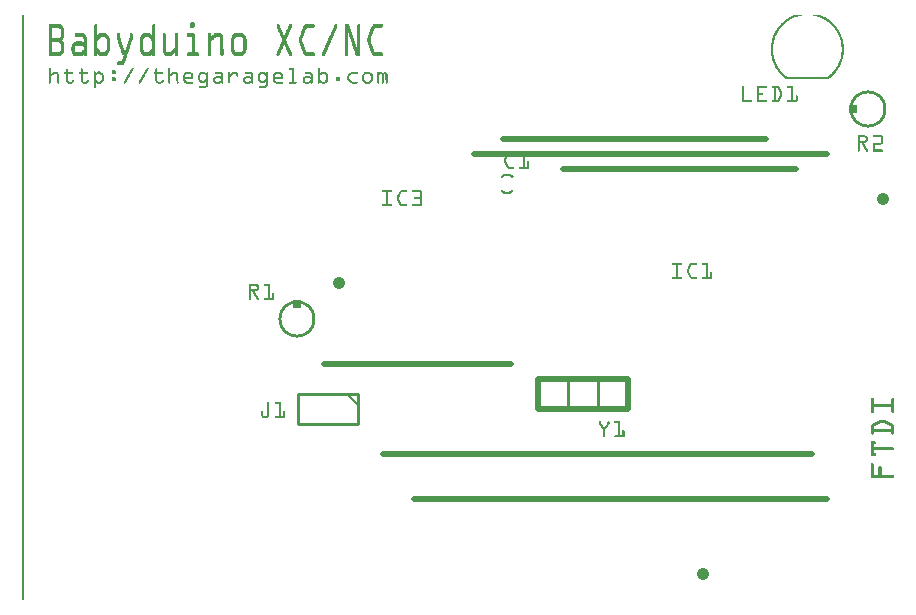
<source format=gto>
G04 MADE WITH FRITZING*
G04 WWW.FRITZING.ORG*
G04 SINGLE SIDED*
G04 HOLES NOT PLATED*
G04 CONTOUR ON CENTER OF CONTOUR VECTOR*
%ASAXBY*%
%FSLAX23Y23*%
%MOIN*%
%OFA0B0*%
%SFA1.0B1.0*%
%ADD10C,0.124000X0.104*%
%ADD11C,0.041667*%
%ADD12R,0.030000X0.030000*%
%ADD13C,0.020000*%
%ADD14C,0.010000*%
%ADD15C,0.005000*%
%ADD16C,0.021000*%
%ADD17R,0.001000X0.001000*%
%LNSILK1*%
G90*
G70*
G54D10*
X2823Y1642D03*
X922Y942D03*
G54D11*
X2873Y1342D03*
X1061Y1064D03*
X2273Y92D03*
G54D12*
X2773Y1642D03*
X922Y992D03*
G54D13*
X1723Y642D02*
X2023Y642D01*
D02*
X2023Y642D02*
X2023Y742D01*
D02*
X2023Y742D02*
X1723Y742D01*
D02*
X1723Y742D02*
X1723Y642D01*
G54D14*
D02*
X1823Y642D02*
X1823Y742D01*
D02*
X1923Y642D02*
X1923Y742D01*
D02*
X1123Y692D02*
X923Y692D01*
D02*
X923Y692D02*
X923Y592D01*
D02*
X923Y592D02*
X1123Y592D01*
D02*
X1123Y592D02*
X1123Y692D01*
G54D15*
D02*
X1088Y692D02*
X1123Y657D01*
G54D16*
D02*
X1809Y1442D02*
X2584Y1442D01*
D02*
X1609Y1542D02*
X2484Y1542D01*
D02*
X1011Y792D02*
X1634Y792D01*
D02*
X1511Y1492D02*
X2686Y1492D01*
D02*
X1209Y492D02*
X2636Y492D01*
D02*
X1311Y342D02*
X2686Y342D01*
G54D17*
X4Y1957D02*
X11Y1957D01*
X2581Y1957D02*
X2663Y1957D01*
X4Y1956D02*
X11Y1956D01*
X2579Y1956D02*
X2608Y1956D01*
X2635Y1956D02*
X2666Y1956D01*
X4Y1955D02*
X11Y1955D01*
X2576Y1955D02*
X2602Y1955D01*
X2642Y1955D02*
X2668Y1955D01*
X4Y1954D02*
X11Y1954D01*
X2574Y1954D02*
X2597Y1954D01*
X2647Y1954D02*
X2670Y1954D01*
X4Y1953D02*
X11Y1953D01*
X2571Y1953D02*
X2592Y1953D01*
X2651Y1953D02*
X2673Y1953D01*
X4Y1952D02*
X11Y1952D01*
X2569Y1952D02*
X2589Y1952D01*
X2655Y1952D02*
X2675Y1952D01*
X4Y1951D02*
X11Y1951D01*
X2567Y1951D02*
X2586Y1951D01*
X2658Y1951D02*
X2677Y1951D01*
X4Y1950D02*
X11Y1950D01*
X2565Y1950D02*
X2583Y1950D01*
X2661Y1950D02*
X2679Y1950D01*
X4Y1949D02*
X11Y1949D01*
X2563Y1949D02*
X2580Y1949D01*
X2663Y1949D02*
X2681Y1949D01*
X4Y1948D02*
X11Y1948D01*
X2562Y1948D02*
X2578Y1948D01*
X2666Y1948D02*
X2682Y1948D01*
X4Y1947D02*
X11Y1947D01*
X2560Y1947D02*
X2575Y1947D01*
X2668Y1947D02*
X2684Y1947D01*
X4Y1946D02*
X11Y1946D01*
X2558Y1946D02*
X2573Y1946D01*
X2670Y1946D02*
X2686Y1946D01*
X4Y1945D02*
X11Y1945D01*
X2557Y1945D02*
X2571Y1945D01*
X2672Y1945D02*
X2687Y1945D01*
X4Y1944D02*
X11Y1944D01*
X2555Y1944D02*
X2569Y1944D01*
X2674Y1944D02*
X2689Y1944D01*
X4Y1943D02*
X11Y1943D01*
X2554Y1943D02*
X2567Y1943D01*
X2676Y1943D02*
X2690Y1943D01*
X4Y1942D02*
X11Y1942D01*
X2552Y1942D02*
X2565Y1942D01*
X2678Y1942D02*
X2692Y1942D01*
X4Y1941D02*
X11Y1941D01*
X2551Y1941D02*
X2564Y1941D01*
X2680Y1941D02*
X2693Y1941D01*
X4Y1940D02*
X11Y1940D01*
X2549Y1940D02*
X2562Y1940D01*
X2681Y1940D02*
X2695Y1940D01*
X4Y1939D02*
X11Y1939D01*
X2548Y1939D02*
X2560Y1939D01*
X2683Y1939D02*
X2696Y1939D01*
X4Y1938D02*
X11Y1938D01*
X2547Y1938D02*
X2559Y1938D01*
X2685Y1938D02*
X2697Y1938D01*
X4Y1937D02*
X11Y1937D01*
X2545Y1937D02*
X2557Y1937D01*
X2686Y1937D02*
X2698Y1937D01*
X4Y1936D02*
X11Y1936D01*
X2544Y1936D02*
X2556Y1936D01*
X2688Y1936D02*
X2700Y1936D01*
X4Y1935D02*
X11Y1935D01*
X2543Y1935D02*
X2555Y1935D01*
X2689Y1935D02*
X2701Y1935D01*
X4Y1934D02*
X11Y1934D01*
X2542Y1934D02*
X2553Y1934D01*
X2690Y1934D02*
X2702Y1934D01*
X4Y1933D02*
X11Y1933D01*
X569Y1933D02*
X575Y1933D01*
X2541Y1933D02*
X2552Y1933D01*
X2692Y1933D02*
X2703Y1933D01*
X4Y1932D02*
X11Y1932D01*
X567Y1932D02*
X577Y1932D01*
X2540Y1932D02*
X2551Y1932D01*
X2693Y1932D02*
X2704Y1932D01*
X4Y1931D02*
X11Y1931D01*
X566Y1931D02*
X578Y1931D01*
X2539Y1931D02*
X2549Y1931D01*
X2694Y1931D02*
X2705Y1931D01*
X4Y1930D02*
X11Y1930D01*
X565Y1930D02*
X578Y1930D01*
X2538Y1930D02*
X2548Y1930D01*
X2695Y1930D02*
X2706Y1930D01*
X4Y1929D02*
X11Y1929D01*
X565Y1929D02*
X579Y1929D01*
X2537Y1929D02*
X2547Y1929D01*
X2697Y1929D02*
X2707Y1929D01*
X4Y1928D02*
X11Y1928D01*
X565Y1928D02*
X579Y1928D01*
X2536Y1928D02*
X2546Y1928D01*
X2698Y1928D02*
X2708Y1928D01*
X4Y1927D02*
X11Y1927D01*
X94Y1927D02*
X126Y1927D01*
X249Y1927D02*
X251Y1927D01*
X443Y1927D02*
X444Y1927D01*
X564Y1927D02*
X579Y1927D01*
X856Y1927D02*
X858Y1927D01*
X898Y1927D02*
X900Y1927D01*
X953Y1927D02*
X976Y1927D01*
X1050Y1927D02*
X1051Y1927D01*
X1080Y1927D02*
X1093Y1927D01*
X1126Y1927D02*
X1127Y1927D01*
X1181Y1927D02*
X1203Y1927D01*
X2535Y1927D02*
X2545Y1927D01*
X2699Y1927D02*
X2709Y1927D01*
X4Y1926D02*
X11Y1926D01*
X94Y1926D02*
X130Y1926D01*
X248Y1926D02*
X253Y1926D01*
X441Y1926D02*
X446Y1926D01*
X564Y1926D02*
X579Y1926D01*
X855Y1926D02*
X860Y1926D01*
X896Y1926D02*
X901Y1926D01*
X950Y1926D02*
X977Y1926D01*
X1048Y1926D02*
X1053Y1926D01*
X1080Y1926D02*
X1093Y1926D01*
X1124Y1926D02*
X1129Y1926D01*
X1178Y1926D02*
X1205Y1926D01*
X2534Y1926D02*
X2544Y1926D01*
X2700Y1926D02*
X2710Y1926D01*
X4Y1925D02*
X11Y1925D01*
X94Y1925D02*
X132Y1925D01*
X247Y1925D02*
X253Y1925D01*
X440Y1925D02*
X447Y1925D01*
X564Y1925D02*
X579Y1925D01*
X854Y1925D02*
X861Y1925D01*
X895Y1925D02*
X902Y1925D01*
X948Y1925D02*
X978Y1925D01*
X1047Y1925D02*
X1054Y1925D01*
X1080Y1925D02*
X1094Y1925D01*
X1123Y1925D02*
X1130Y1925D01*
X1176Y1925D02*
X1206Y1925D01*
X2533Y1925D02*
X2543Y1925D01*
X2701Y1925D02*
X2711Y1925D01*
X4Y1924D02*
X11Y1924D01*
X94Y1924D02*
X133Y1924D01*
X246Y1924D02*
X254Y1924D01*
X440Y1924D02*
X447Y1924D01*
X564Y1924D02*
X579Y1924D01*
X853Y1924D02*
X861Y1924D01*
X895Y1924D02*
X903Y1924D01*
X947Y1924D02*
X979Y1924D01*
X1047Y1924D02*
X1055Y1924D01*
X1080Y1924D02*
X1094Y1924D01*
X1123Y1924D02*
X1130Y1924D01*
X1175Y1924D02*
X1206Y1924D01*
X2532Y1924D02*
X2542Y1924D01*
X2702Y1924D02*
X2712Y1924D01*
X4Y1923D02*
X11Y1923D01*
X94Y1923D02*
X135Y1923D01*
X246Y1923D02*
X254Y1923D01*
X439Y1923D02*
X448Y1923D01*
X564Y1923D02*
X579Y1923D01*
X853Y1923D02*
X862Y1923D01*
X894Y1923D02*
X903Y1923D01*
X946Y1923D02*
X979Y1923D01*
X1046Y1923D02*
X1055Y1923D01*
X1080Y1923D02*
X1094Y1923D01*
X1122Y1923D02*
X1131Y1923D01*
X1174Y1923D02*
X1207Y1923D01*
X2531Y1923D02*
X2541Y1923D01*
X2703Y1923D02*
X2713Y1923D01*
X4Y1922D02*
X11Y1922D01*
X94Y1922D02*
X136Y1922D01*
X245Y1922D02*
X255Y1922D01*
X439Y1922D02*
X448Y1922D01*
X564Y1922D02*
X579Y1922D01*
X853Y1922D02*
X862Y1922D01*
X894Y1922D02*
X903Y1922D01*
X945Y1922D02*
X979Y1922D01*
X1046Y1922D02*
X1055Y1922D01*
X1080Y1922D02*
X1095Y1922D01*
X1122Y1922D02*
X1131Y1922D01*
X1173Y1922D02*
X1207Y1922D01*
X2530Y1922D02*
X2540Y1922D01*
X2704Y1922D02*
X2714Y1922D01*
X4Y1921D02*
X11Y1921D01*
X94Y1921D02*
X137Y1921D01*
X245Y1921D02*
X255Y1921D01*
X439Y1921D02*
X448Y1921D01*
X564Y1921D02*
X579Y1921D01*
X852Y1921D02*
X862Y1921D01*
X893Y1921D02*
X904Y1921D01*
X944Y1921D02*
X980Y1921D01*
X1045Y1921D02*
X1055Y1921D01*
X1080Y1921D02*
X1095Y1921D01*
X1122Y1921D02*
X1131Y1921D01*
X1172Y1921D02*
X1207Y1921D01*
X2529Y1921D02*
X2539Y1921D01*
X2705Y1921D02*
X2715Y1921D01*
X4Y1920D02*
X11Y1920D01*
X94Y1920D02*
X138Y1920D01*
X245Y1920D02*
X255Y1920D01*
X439Y1920D02*
X448Y1920D01*
X564Y1920D02*
X579Y1920D01*
X852Y1920D02*
X863Y1920D01*
X893Y1920D02*
X904Y1920D01*
X943Y1920D02*
X980Y1920D01*
X1045Y1920D02*
X1055Y1920D01*
X1080Y1920D02*
X1095Y1920D01*
X1122Y1920D02*
X1131Y1920D01*
X1171Y1920D02*
X1207Y1920D01*
X2528Y1920D02*
X2538Y1920D01*
X2706Y1920D02*
X2715Y1920D01*
X4Y1919D02*
X11Y1919D01*
X94Y1919D02*
X138Y1919D01*
X245Y1919D02*
X255Y1919D01*
X439Y1919D02*
X448Y1919D01*
X564Y1919D02*
X579Y1919D01*
X852Y1919D02*
X863Y1919D01*
X893Y1919D02*
X904Y1919D01*
X943Y1919D02*
X979Y1919D01*
X1044Y1919D02*
X1055Y1919D01*
X1080Y1919D02*
X1096Y1919D01*
X1122Y1919D02*
X1131Y1919D01*
X1171Y1919D02*
X1207Y1919D01*
X2527Y1919D02*
X2537Y1919D01*
X2707Y1919D02*
X2716Y1919D01*
X4Y1918D02*
X11Y1918D01*
X94Y1918D02*
X139Y1918D01*
X245Y1918D02*
X255Y1918D01*
X439Y1918D02*
X448Y1918D01*
X565Y1918D02*
X579Y1918D01*
X853Y1918D02*
X864Y1918D01*
X892Y1918D02*
X903Y1918D01*
X942Y1918D02*
X979Y1918D01*
X1044Y1918D02*
X1055Y1918D01*
X1080Y1918D02*
X1096Y1918D01*
X1122Y1918D02*
X1131Y1918D01*
X1170Y1918D02*
X1207Y1918D01*
X2527Y1918D02*
X2536Y1918D01*
X2708Y1918D02*
X2717Y1918D01*
X4Y1917D02*
X11Y1917D01*
X94Y1917D02*
X140Y1917D01*
X245Y1917D02*
X255Y1917D01*
X439Y1917D02*
X448Y1917D01*
X565Y1917D02*
X579Y1917D01*
X853Y1917D02*
X864Y1917D01*
X892Y1917D02*
X903Y1917D01*
X942Y1917D02*
X979Y1917D01*
X1043Y1917D02*
X1055Y1917D01*
X1080Y1917D02*
X1096Y1917D01*
X1122Y1917D02*
X1131Y1917D01*
X1170Y1917D02*
X1207Y1917D01*
X2526Y1917D02*
X2535Y1917D01*
X2709Y1917D02*
X2718Y1917D01*
X4Y1916D02*
X11Y1916D01*
X94Y1916D02*
X140Y1916D01*
X245Y1916D02*
X255Y1916D01*
X439Y1916D02*
X448Y1916D01*
X565Y1916D02*
X578Y1916D01*
X853Y1916D02*
X865Y1916D01*
X891Y1916D02*
X903Y1916D01*
X942Y1916D02*
X978Y1916D01*
X1043Y1916D02*
X1054Y1916D01*
X1080Y1916D02*
X1097Y1916D01*
X1122Y1916D02*
X1131Y1916D01*
X1169Y1916D02*
X1206Y1916D01*
X2525Y1916D02*
X2534Y1916D01*
X2710Y1916D02*
X2719Y1916D01*
X4Y1915D02*
X11Y1915D01*
X94Y1915D02*
X141Y1915D01*
X245Y1915D02*
X255Y1915D01*
X439Y1915D02*
X448Y1915D01*
X566Y1915D02*
X577Y1915D01*
X854Y1915D02*
X865Y1915D01*
X891Y1915D02*
X902Y1915D01*
X941Y1915D02*
X978Y1915D01*
X1043Y1915D02*
X1054Y1915D01*
X1080Y1915D02*
X1097Y1915D01*
X1122Y1915D02*
X1131Y1915D01*
X1169Y1915D02*
X1205Y1915D01*
X2524Y1915D02*
X2533Y1915D01*
X2710Y1915D02*
X2719Y1915D01*
X4Y1914D02*
X11Y1914D01*
X94Y1914D02*
X142Y1914D01*
X245Y1914D02*
X255Y1914D01*
X439Y1914D02*
X448Y1914D01*
X567Y1914D02*
X576Y1914D01*
X854Y1914D02*
X866Y1914D01*
X890Y1914D02*
X902Y1914D01*
X941Y1914D02*
X977Y1914D01*
X1042Y1914D02*
X1054Y1914D01*
X1080Y1914D02*
X1097Y1914D01*
X1122Y1914D02*
X1131Y1914D01*
X1168Y1914D02*
X1204Y1914D01*
X2524Y1914D02*
X2533Y1914D01*
X2711Y1914D02*
X2720Y1914D01*
X4Y1913D02*
X11Y1913D01*
X94Y1913D02*
X103Y1913D01*
X126Y1913D02*
X142Y1913D01*
X245Y1913D02*
X255Y1913D01*
X439Y1913D02*
X448Y1913D01*
X855Y1913D02*
X866Y1913D01*
X890Y1913D02*
X901Y1913D01*
X940Y1913D02*
X954Y1913D01*
X1042Y1913D02*
X1053Y1913D01*
X1080Y1913D02*
X1098Y1913D01*
X1122Y1913D02*
X1131Y1913D01*
X1168Y1913D02*
X1181Y1913D01*
X2523Y1913D02*
X2532Y1913D01*
X2712Y1913D02*
X2721Y1913D01*
X4Y1912D02*
X11Y1912D01*
X94Y1912D02*
X103Y1912D01*
X129Y1912D02*
X142Y1912D01*
X245Y1912D02*
X255Y1912D01*
X439Y1912D02*
X448Y1912D01*
X855Y1912D02*
X866Y1912D01*
X890Y1912D02*
X901Y1912D01*
X940Y1912D02*
X952Y1912D01*
X1041Y1912D02*
X1053Y1912D01*
X1080Y1912D02*
X1098Y1912D01*
X1122Y1912D02*
X1131Y1912D01*
X1168Y1912D02*
X1179Y1912D01*
X2522Y1912D02*
X2531Y1912D01*
X2713Y1912D02*
X2721Y1912D01*
X4Y1911D02*
X11Y1911D01*
X94Y1911D02*
X103Y1911D01*
X130Y1911D02*
X143Y1911D01*
X245Y1911D02*
X255Y1911D01*
X439Y1911D02*
X448Y1911D01*
X855Y1911D02*
X867Y1911D01*
X889Y1911D02*
X900Y1911D01*
X940Y1911D02*
X951Y1911D01*
X1041Y1911D02*
X1052Y1911D01*
X1080Y1911D02*
X1098Y1911D01*
X1122Y1911D02*
X1131Y1911D01*
X1167Y1911D02*
X1179Y1911D01*
X2522Y1911D02*
X2530Y1911D01*
X2714Y1911D02*
X2722Y1911D01*
X4Y1910D02*
X11Y1910D01*
X94Y1910D02*
X103Y1910D01*
X131Y1910D02*
X143Y1910D01*
X245Y1910D02*
X255Y1910D01*
X439Y1910D02*
X448Y1910D01*
X856Y1910D02*
X867Y1910D01*
X889Y1910D02*
X900Y1910D01*
X939Y1910D02*
X950Y1910D01*
X1040Y1910D02*
X1052Y1910D01*
X1080Y1910D02*
X1099Y1910D01*
X1122Y1910D02*
X1131Y1910D01*
X1167Y1910D02*
X1178Y1910D01*
X2521Y1910D02*
X2529Y1910D01*
X2714Y1910D02*
X2723Y1910D01*
X4Y1909D02*
X11Y1909D01*
X94Y1909D02*
X103Y1909D01*
X132Y1909D02*
X143Y1909D01*
X245Y1909D02*
X255Y1909D01*
X439Y1909D02*
X448Y1909D01*
X856Y1909D02*
X868Y1909D01*
X888Y1909D02*
X900Y1909D01*
X939Y1909D02*
X950Y1909D01*
X1040Y1909D02*
X1051Y1909D01*
X1080Y1909D02*
X1099Y1909D01*
X1122Y1909D02*
X1131Y1909D01*
X1167Y1909D02*
X1178Y1909D01*
X2520Y1909D02*
X2529Y1909D01*
X2715Y1909D02*
X2723Y1909D01*
X4Y1908D02*
X11Y1908D01*
X94Y1908D02*
X103Y1908D01*
X133Y1908D02*
X144Y1908D01*
X245Y1908D02*
X255Y1908D01*
X439Y1908D02*
X448Y1908D01*
X857Y1908D02*
X868Y1908D01*
X888Y1908D02*
X899Y1908D01*
X939Y1908D02*
X950Y1908D01*
X1040Y1908D02*
X1051Y1908D01*
X1080Y1908D02*
X1099Y1908D01*
X1122Y1908D02*
X1131Y1908D01*
X1166Y1908D02*
X1177Y1908D01*
X2520Y1908D02*
X2528Y1908D01*
X2716Y1908D02*
X2724Y1908D01*
X4Y1907D02*
X11Y1907D01*
X94Y1907D02*
X103Y1907D01*
X133Y1907D02*
X144Y1907D01*
X245Y1907D02*
X255Y1907D01*
X439Y1907D02*
X448Y1907D01*
X857Y1907D02*
X869Y1907D01*
X887Y1907D02*
X899Y1907D01*
X938Y1907D02*
X949Y1907D01*
X1039Y1907D02*
X1050Y1907D01*
X1080Y1907D02*
X1100Y1907D01*
X1122Y1907D02*
X1131Y1907D01*
X1166Y1907D02*
X1177Y1907D01*
X2519Y1907D02*
X2527Y1907D01*
X2717Y1907D02*
X2725Y1907D01*
X4Y1906D02*
X11Y1906D01*
X94Y1906D02*
X103Y1906D01*
X134Y1906D02*
X144Y1906D01*
X245Y1906D02*
X255Y1906D01*
X439Y1906D02*
X448Y1906D01*
X858Y1906D02*
X869Y1906D01*
X887Y1906D02*
X898Y1906D01*
X938Y1906D02*
X949Y1906D01*
X1039Y1906D02*
X1050Y1906D01*
X1080Y1906D02*
X1100Y1906D01*
X1122Y1906D02*
X1131Y1906D01*
X1165Y1906D02*
X1176Y1906D01*
X2518Y1906D02*
X2527Y1906D01*
X2717Y1906D02*
X2725Y1906D01*
X4Y1905D02*
X11Y1905D01*
X94Y1905D02*
X103Y1905D01*
X134Y1905D02*
X144Y1905D01*
X245Y1905D02*
X255Y1905D01*
X439Y1905D02*
X448Y1905D01*
X858Y1905D02*
X870Y1905D01*
X886Y1905D02*
X898Y1905D01*
X937Y1905D02*
X948Y1905D01*
X1038Y1905D02*
X1050Y1905D01*
X1080Y1905D02*
X1100Y1905D01*
X1122Y1905D02*
X1131Y1905D01*
X1165Y1905D02*
X1176Y1905D01*
X2518Y1905D02*
X2526Y1905D01*
X2718Y1905D02*
X2726Y1905D01*
X4Y1904D02*
X11Y1904D01*
X94Y1904D02*
X103Y1904D01*
X135Y1904D02*
X145Y1904D01*
X245Y1904D02*
X255Y1904D01*
X439Y1904D02*
X448Y1904D01*
X859Y1904D02*
X870Y1904D01*
X886Y1904D02*
X897Y1904D01*
X937Y1904D02*
X948Y1904D01*
X1038Y1904D02*
X1049Y1904D01*
X1080Y1904D02*
X1101Y1904D01*
X1122Y1904D02*
X1131Y1904D01*
X1165Y1904D02*
X1176Y1904D01*
X2517Y1904D02*
X2525Y1904D01*
X2719Y1904D02*
X2727Y1904D01*
X4Y1903D02*
X11Y1903D01*
X94Y1903D02*
X103Y1903D01*
X135Y1903D02*
X145Y1903D01*
X245Y1903D02*
X255Y1903D01*
X439Y1903D02*
X448Y1903D01*
X859Y1903D02*
X870Y1903D01*
X886Y1903D02*
X897Y1903D01*
X937Y1903D02*
X948Y1903D01*
X1037Y1903D02*
X1049Y1903D01*
X1080Y1903D02*
X1101Y1903D01*
X1122Y1903D02*
X1131Y1903D01*
X1164Y1903D02*
X1175Y1903D01*
X2517Y1903D02*
X2525Y1903D01*
X2719Y1903D02*
X2727Y1903D01*
X4Y1902D02*
X11Y1902D01*
X94Y1902D02*
X103Y1902D01*
X135Y1902D02*
X145Y1902D01*
X245Y1902D02*
X255Y1902D01*
X439Y1902D02*
X448Y1902D01*
X859Y1902D02*
X871Y1902D01*
X885Y1902D02*
X896Y1902D01*
X936Y1902D02*
X947Y1902D01*
X1037Y1902D02*
X1048Y1902D01*
X1080Y1902D02*
X1101Y1902D01*
X1122Y1902D02*
X1131Y1902D01*
X1164Y1902D02*
X1175Y1902D01*
X2516Y1902D02*
X2524Y1902D01*
X2720Y1902D02*
X2728Y1902D01*
X4Y1901D02*
X11Y1901D01*
X94Y1901D02*
X103Y1901D01*
X135Y1901D02*
X145Y1901D01*
X245Y1901D02*
X255Y1901D01*
X439Y1901D02*
X448Y1901D01*
X860Y1901D02*
X871Y1901D01*
X885Y1901D02*
X896Y1901D01*
X936Y1901D02*
X947Y1901D01*
X1036Y1901D02*
X1048Y1901D01*
X1080Y1901D02*
X1102Y1901D01*
X1122Y1901D02*
X1131Y1901D01*
X1164Y1901D02*
X1175Y1901D01*
X2515Y1901D02*
X2523Y1901D01*
X2720Y1901D02*
X2728Y1901D01*
X4Y1900D02*
X11Y1900D01*
X94Y1900D02*
X103Y1900D01*
X135Y1900D02*
X145Y1900D01*
X245Y1900D02*
X255Y1900D01*
X439Y1900D02*
X448Y1900D01*
X860Y1900D02*
X872Y1900D01*
X884Y1900D02*
X896Y1900D01*
X936Y1900D02*
X947Y1900D01*
X1036Y1900D02*
X1047Y1900D01*
X1080Y1900D02*
X1102Y1900D01*
X1122Y1900D02*
X1131Y1900D01*
X1163Y1900D02*
X1174Y1900D01*
X2515Y1900D02*
X2523Y1900D01*
X2721Y1900D02*
X2729Y1900D01*
X4Y1899D02*
X11Y1899D01*
X94Y1899D02*
X103Y1899D01*
X135Y1899D02*
X145Y1899D01*
X245Y1899D02*
X255Y1899D01*
X439Y1899D02*
X448Y1899D01*
X861Y1899D02*
X872Y1899D01*
X884Y1899D02*
X895Y1899D01*
X935Y1899D02*
X946Y1899D01*
X1036Y1899D02*
X1047Y1899D01*
X1080Y1899D02*
X1090Y1899D01*
X1092Y1899D02*
X1102Y1899D01*
X1122Y1899D02*
X1131Y1899D01*
X1163Y1899D02*
X1174Y1899D01*
X2514Y1899D02*
X2522Y1899D01*
X2722Y1899D02*
X2729Y1899D01*
X4Y1898D02*
X11Y1898D01*
X94Y1898D02*
X103Y1898D01*
X135Y1898D02*
X145Y1898D01*
X245Y1898D02*
X255Y1898D01*
X439Y1898D02*
X448Y1898D01*
X861Y1898D02*
X873Y1898D01*
X883Y1898D02*
X895Y1898D01*
X935Y1898D02*
X946Y1898D01*
X1035Y1898D02*
X1047Y1898D01*
X1080Y1898D02*
X1090Y1898D01*
X1092Y1898D02*
X1103Y1898D01*
X1122Y1898D02*
X1131Y1898D01*
X1162Y1898D02*
X1173Y1898D01*
X2514Y1898D02*
X2522Y1898D01*
X2722Y1898D02*
X2730Y1898D01*
X4Y1897D02*
X11Y1897D01*
X94Y1897D02*
X103Y1897D01*
X135Y1897D02*
X145Y1897D01*
X183Y1897D02*
X208Y1897D01*
X245Y1897D02*
X255Y1897D01*
X266Y1897D02*
X281Y1897D01*
X324Y1897D02*
X328Y1897D01*
X366Y1897D02*
X369Y1897D01*
X413Y1897D02*
X427Y1897D01*
X439Y1897D02*
X448Y1897D01*
X476Y1897D02*
X479Y1897D01*
X518Y1897D02*
X521Y1897D01*
X557Y1897D02*
X576Y1897D01*
X628Y1897D02*
X631Y1897D01*
X650Y1897D02*
X663Y1897D01*
X716Y1897D02*
X736Y1897D01*
X862Y1897D02*
X873Y1897D01*
X883Y1897D02*
X894Y1897D01*
X934Y1897D02*
X945Y1897D01*
X1035Y1897D02*
X1046Y1897D01*
X1080Y1897D02*
X1090Y1897D01*
X1092Y1897D02*
X1103Y1897D01*
X1122Y1897D02*
X1131Y1897D01*
X1162Y1897D02*
X1173Y1897D01*
X2513Y1897D02*
X2521Y1897D01*
X2723Y1897D02*
X2730Y1897D01*
X4Y1896D02*
X11Y1896D01*
X94Y1896D02*
X103Y1896D01*
X135Y1896D02*
X145Y1896D01*
X182Y1896D02*
X210Y1896D01*
X245Y1896D02*
X255Y1896D01*
X264Y1896D02*
X283Y1896D01*
X323Y1896D02*
X329Y1896D01*
X365Y1896D02*
X370Y1896D01*
X410Y1896D02*
X430Y1896D01*
X439Y1896D02*
X448Y1896D01*
X475Y1896D02*
X481Y1896D01*
X517Y1896D02*
X522Y1896D01*
X556Y1896D02*
X577Y1896D01*
X627Y1896D02*
X632Y1896D01*
X648Y1896D02*
X665Y1896D01*
X714Y1896D02*
X738Y1896D01*
X862Y1896D02*
X873Y1896D01*
X883Y1896D02*
X894Y1896D01*
X934Y1896D02*
X945Y1896D01*
X1034Y1896D02*
X1046Y1896D01*
X1080Y1896D02*
X1090Y1896D01*
X1093Y1896D02*
X1103Y1896D01*
X1122Y1896D02*
X1131Y1896D01*
X1162Y1896D02*
X1173Y1896D01*
X2513Y1896D02*
X2521Y1896D01*
X2723Y1896D02*
X2731Y1896D01*
X4Y1895D02*
X11Y1895D01*
X94Y1895D02*
X103Y1895D01*
X135Y1895D02*
X145Y1895D01*
X181Y1895D02*
X211Y1895D01*
X245Y1895D02*
X255Y1895D01*
X262Y1895D02*
X285Y1895D01*
X322Y1895D02*
X330Y1895D01*
X364Y1895D02*
X371Y1895D01*
X409Y1895D02*
X431Y1895D01*
X439Y1895D02*
X448Y1895D01*
X474Y1895D02*
X481Y1895D01*
X516Y1895D02*
X523Y1895D01*
X555Y1895D02*
X578Y1895D01*
X626Y1895D02*
X633Y1895D01*
X646Y1895D02*
X667Y1895D01*
X712Y1895D02*
X740Y1895D01*
X863Y1895D02*
X874Y1895D01*
X882Y1895D02*
X893Y1895D01*
X934Y1895D02*
X945Y1895D01*
X1034Y1895D02*
X1045Y1895D01*
X1080Y1895D02*
X1090Y1895D01*
X1093Y1895D02*
X1104Y1895D01*
X1122Y1895D02*
X1131Y1895D01*
X1161Y1895D02*
X1172Y1895D01*
X2512Y1895D02*
X2520Y1895D01*
X2724Y1895D02*
X2731Y1895D01*
X4Y1894D02*
X11Y1894D01*
X94Y1894D02*
X103Y1894D01*
X135Y1894D02*
X145Y1894D01*
X180Y1894D02*
X212Y1894D01*
X245Y1894D02*
X255Y1894D01*
X261Y1894D02*
X286Y1894D01*
X322Y1894D02*
X330Y1894D01*
X363Y1894D02*
X372Y1894D01*
X408Y1894D02*
X432Y1894D01*
X439Y1894D02*
X448Y1894D01*
X474Y1894D02*
X482Y1894D01*
X515Y1894D02*
X524Y1894D01*
X555Y1894D02*
X579Y1894D01*
X625Y1894D02*
X634Y1894D01*
X645Y1894D02*
X668Y1894D01*
X711Y1894D02*
X741Y1894D01*
X863Y1894D02*
X874Y1894D01*
X882Y1894D02*
X893Y1894D01*
X933Y1894D02*
X944Y1894D01*
X1033Y1894D02*
X1045Y1894D01*
X1080Y1894D02*
X1090Y1894D01*
X1093Y1894D02*
X1104Y1894D01*
X1122Y1894D02*
X1131Y1894D01*
X1161Y1894D02*
X1172Y1894D01*
X2512Y1894D02*
X2520Y1894D01*
X2724Y1894D02*
X2732Y1894D01*
X4Y1893D02*
X11Y1893D01*
X94Y1893D02*
X103Y1893D01*
X135Y1893D02*
X145Y1893D01*
X180Y1893D02*
X213Y1893D01*
X245Y1893D02*
X255Y1893D01*
X260Y1893D02*
X287Y1893D01*
X322Y1893D02*
X330Y1893D01*
X363Y1893D02*
X372Y1893D01*
X407Y1893D02*
X433Y1893D01*
X439Y1893D02*
X448Y1893D01*
X473Y1893D02*
X482Y1893D01*
X515Y1893D02*
X524Y1893D01*
X554Y1893D02*
X579Y1893D01*
X625Y1893D02*
X634Y1893D01*
X644Y1893D02*
X669Y1893D01*
X710Y1893D02*
X742Y1893D01*
X863Y1893D02*
X875Y1893D01*
X881Y1893D02*
X893Y1893D01*
X933Y1893D02*
X944Y1893D01*
X1033Y1893D02*
X1044Y1893D01*
X1080Y1893D02*
X1090Y1893D01*
X1094Y1893D02*
X1104Y1893D01*
X1122Y1893D02*
X1131Y1893D01*
X1161Y1893D02*
X1172Y1893D01*
X2511Y1893D02*
X2519Y1893D01*
X2725Y1893D02*
X2732Y1893D01*
X4Y1892D02*
X11Y1892D01*
X94Y1892D02*
X103Y1892D01*
X135Y1892D02*
X145Y1892D01*
X180Y1892D02*
X214Y1892D01*
X245Y1892D02*
X255Y1892D01*
X259Y1892D02*
X288Y1892D01*
X321Y1892D02*
X331Y1892D01*
X363Y1892D02*
X372Y1892D01*
X406Y1892D02*
X434Y1892D01*
X439Y1892D02*
X448Y1892D01*
X473Y1892D02*
X482Y1892D01*
X515Y1892D02*
X524Y1892D01*
X554Y1892D02*
X579Y1892D01*
X625Y1892D02*
X634Y1892D01*
X643Y1892D02*
X670Y1892D01*
X709Y1892D02*
X743Y1892D01*
X864Y1892D02*
X875Y1892D01*
X881Y1892D02*
X892Y1892D01*
X933Y1892D02*
X943Y1892D01*
X1033Y1892D02*
X1044Y1892D01*
X1080Y1892D02*
X1090Y1892D01*
X1094Y1892D02*
X1105Y1892D01*
X1122Y1892D02*
X1131Y1892D01*
X1160Y1892D02*
X1171Y1892D01*
X2511Y1892D02*
X2519Y1892D01*
X2725Y1892D02*
X2733Y1892D01*
X4Y1891D02*
X11Y1891D01*
X94Y1891D02*
X103Y1891D01*
X135Y1891D02*
X145Y1891D01*
X180Y1891D02*
X215Y1891D01*
X245Y1891D02*
X255Y1891D01*
X258Y1891D02*
X289Y1891D01*
X321Y1891D02*
X331Y1891D01*
X363Y1891D02*
X372Y1891D01*
X405Y1891D02*
X435Y1891D01*
X439Y1891D02*
X448Y1891D01*
X473Y1891D02*
X482Y1891D01*
X515Y1891D02*
X524Y1891D01*
X554Y1891D02*
X579Y1891D01*
X625Y1891D02*
X634Y1891D01*
X642Y1891D02*
X670Y1891D01*
X709Y1891D02*
X744Y1891D01*
X864Y1891D02*
X876Y1891D01*
X880Y1891D02*
X892Y1891D01*
X932Y1891D02*
X943Y1891D01*
X1032Y1891D02*
X1043Y1891D01*
X1080Y1891D02*
X1090Y1891D01*
X1094Y1891D02*
X1105Y1891D01*
X1122Y1891D02*
X1131Y1891D01*
X1160Y1891D02*
X1171Y1891D01*
X2511Y1891D02*
X2518Y1891D01*
X2726Y1891D02*
X2733Y1891D01*
X4Y1890D02*
X11Y1890D01*
X94Y1890D02*
X103Y1890D01*
X135Y1890D02*
X145Y1890D01*
X180Y1890D02*
X216Y1890D01*
X245Y1890D02*
X255Y1890D01*
X257Y1890D02*
X290Y1890D01*
X321Y1890D02*
X331Y1890D01*
X363Y1890D02*
X372Y1890D01*
X404Y1890D02*
X436Y1890D01*
X439Y1890D02*
X448Y1890D01*
X473Y1890D02*
X482Y1890D01*
X515Y1890D02*
X524Y1890D01*
X554Y1890D02*
X579Y1890D01*
X625Y1890D02*
X634Y1890D01*
X640Y1890D02*
X671Y1890D01*
X708Y1890D02*
X745Y1890D01*
X865Y1890D02*
X876Y1890D01*
X880Y1890D02*
X891Y1890D01*
X932Y1890D02*
X943Y1890D01*
X1032Y1890D02*
X1043Y1890D01*
X1080Y1890D02*
X1090Y1890D01*
X1095Y1890D02*
X1105Y1890D01*
X1122Y1890D02*
X1131Y1890D01*
X1159Y1890D02*
X1170Y1890D01*
X2510Y1890D02*
X2518Y1890D01*
X2726Y1890D02*
X2733Y1890D01*
X4Y1889D02*
X11Y1889D01*
X94Y1889D02*
X103Y1889D01*
X135Y1889D02*
X145Y1889D01*
X180Y1889D02*
X216Y1889D01*
X245Y1889D02*
X290Y1889D01*
X321Y1889D02*
X331Y1889D01*
X363Y1889D02*
X372Y1889D01*
X403Y1889D02*
X437Y1889D01*
X439Y1889D02*
X448Y1889D01*
X473Y1889D02*
X483Y1889D01*
X515Y1889D02*
X524Y1889D01*
X554Y1889D02*
X579Y1889D01*
X625Y1889D02*
X634Y1889D01*
X639Y1889D02*
X672Y1889D01*
X707Y1889D02*
X746Y1889D01*
X865Y1889D02*
X877Y1889D01*
X879Y1889D02*
X891Y1889D01*
X931Y1889D02*
X942Y1889D01*
X1031Y1889D02*
X1043Y1889D01*
X1080Y1889D02*
X1090Y1889D01*
X1095Y1889D02*
X1106Y1889D01*
X1122Y1889D02*
X1131Y1889D01*
X1159Y1889D02*
X1170Y1889D01*
X2510Y1889D02*
X2517Y1889D01*
X2727Y1889D02*
X2734Y1889D01*
X4Y1888D02*
X11Y1888D01*
X94Y1888D02*
X103Y1888D01*
X134Y1888D02*
X144Y1888D01*
X180Y1888D02*
X217Y1888D01*
X245Y1888D02*
X291Y1888D01*
X321Y1888D02*
X331Y1888D01*
X363Y1888D02*
X372Y1888D01*
X402Y1888D02*
X448Y1888D01*
X473Y1888D02*
X483Y1888D01*
X515Y1888D02*
X524Y1888D01*
X554Y1888D02*
X579Y1888D01*
X625Y1888D02*
X634Y1888D01*
X638Y1888D02*
X672Y1888D01*
X706Y1888D02*
X747Y1888D01*
X866Y1888D02*
X877Y1888D01*
X879Y1888D02*
X890Y1888D01*
X931Y1888D02*
X942Y1888D01*
X1031Y1888D02*
X1042Y1888D01*
X1080Y1888D02*
X1090Y1888D01*
X1095Y1888D02*
X1106Y1888D01*
X1122Y1888D02*
X1131Y1888D01*
X1159Y1888D02*
X1170Y1888D01*
X2509Y1888D02*
X2517Y1888D01*
X2727Y1888D02*
X2734Y1888D01*
X4Y1887D02*
X11Y1887D01*
X94Y1887D02*
X103Y1887D01*
X134Y1887D02*
X144Y1887D01*
X181Y1887D02*
X217Y1887D01*
X245Y1887D02*
X292Y1887D01*
X321Y1887D02*
X331Y1887D01*
X363Y1887D02*
X372Y1887D01*
X402Y1887D02*
X448Y1887D01*
X473Y1887D02*
X483Y1887D01*
X515Y1887D02*
X524Y1887D01*
X555Y1887D02*
X579Y1887D01*
X625Y1887D02*
X634Y1887D01*
X637Y1887D02*
X673Y1887D01*
X705Y1887D02*
X747Y1887D01*
X866Y1887D02*
X890Y1887D01*
X931Y1887D02*
X942Y1887D01*
X1030Y1887D02*
X1042Y1887D01*
X1080Y1887D02*
X1090Y1887D01*
X1096Y1887D02*
X1106Y1887D01*
X1122Y1887D02*
X1131Y1887D01*
X1158Y1887D02*
X1169Y1887D01*
X2509Y1887D02*
X2516Y1887D01*
X2728Y1887D02*
X2735Y1887D01*
X4Y1886D02*
X11Y1886D01*
X94Y1886D02*
X103Y1886D01*
X133Y1886D02*
X144Y1886D01*
X181Y1886D02*
X218Y1886D01*
X245Y1886D02*
X293Y1886D01*
X321Y1886D02*
X331Y1886D01*
X363Y1886D02*
X372Y1886D01*
X401Y1886D02*
X448Y1886D01*
X473Y1886D02*
X483Y1886D01*
X515Y1886D02*
X524Y1886D01*
X555Y1886D02*
X579Y1886D01*
X625Y1886D02*
X673Y1886D01*
X704Y1886D02*
X748Y1886D01*
X866Y1886D02*
X889Y1886D01*
X930Y1886D02*
X941Y1886D01*
X1030Y1886D02*
X1041Y1886D01*
X1080Y1886D02*
X1090Y1886D01*
X1096Y1886D02*
X1107Y1886D01*
X1122Y1886D02*
X1131Y1886D01*
X1158Y1886D02*
X1169Y1886D01*
X2509Y1886D02*
X2516Y1886D01*
X2728Y1886D02*
X2735Y1886D01*
X4Y1885D02*
X11Y1885D01*
X94Y1885D02*
X103Y1885D01*
X133Y1885D02*
X144Y1885D01*
X182Y1885D02*
X218Y1885D01*
X245Y1885D02*
X293Y1885D01*
X321Y1885D02*
X331Y1885D01*
X363Y1885D02*
X372Y1885D01*
X400Y1885D02*
X448Y1885D01*
X473Y1885D02*
X483Y1885D01*
X515Y1885D02*
X524Y1885D01*
X556Y1885D02*
X579Y1885D01*
X625Y1885D02*
X673Y1885D01*
X704Y1885D02*
X749Y1885D01*
X867Y1885D02*
X889Y1885D01*
X930Y1885D02*
X941Y1885D01*
X1029Y1885D02*
X1041Y1885D01*
X1080Y1885D02*
X1090Y1885D01*
X1096Y1885D02*
X1107Y1885D01*
X1122Y1885D02*
X1131Y1885D01*
X1158Y1885D02*
X1168Y1885D01*
X2508Y1885D02*
X2515Y1885D01*
X2728Y1885D02*
X2735Y1885D01*
X4Y1884D02*
X11Y1884D01*
X94Y1884D02*
X103Y1884D01*
X132Y1884D02*
X144Y1884D01*
X183Y1884D02*
X218Y1884D01*
X245Y1884D02*
X294Y1884D01*
X321Y1884D02*
X331Y1884D01*
X363Y1884D02*
X372Y1884D01*
X400Y1884D02*
X448Y1884D01*
X473Y1884D02*
X483Y1884D01*
X515Y1884D02*
X524Y1884D01*
X557Y1884D02*
X579Y1884D01*
X625Y1884D02*
X674Y1884D01*
X703Y1884D02*
X749Y1884D01*
X867Y1884D02*
X889Y1884D01*
X930Y1884D02*
X940Y1884D01*
X1029Y1884D02*
X1040Y1884D01*
X1080Y1884D02*
X1090Y1884D01*
X1097Y1884D02*
X1107Y1884D01*
X1122Y1884D02*
X1131Y1884D01*
X1157Y1884D02*
X1168Y1884D01*
X2508Y1884D02*
X2515Y1884D01*
X2729Y1884D02*
X2736Y1884D01*
X4Y1883D02*
X11Y1883D01*
X94Y1883D02*
X103Y1883D01*
X131Y1883D02*
X143Y1883D01*
X207Y1883D02*
X219Y1883D01*
X245Y1883D02*
X267Y1883D01*
X280Y1883D02*
X294Y1883D01*
X321Y1883D02*
X331Y1883D01*
X363Y1883D02*
X372Y1883D01*
X399Y1883D02*
X414Y1883D01*
X427Y1883D02*
X448Y1883D01*
X473Y1883D02*
X483Y1883D01*
X515Y1883D02*
X524Y1883D01*
X570Y1883D02*
X579Y1883D01*
X625Y1883D02*
X651Y1883D01*
X662Y1883D02*
X674Y1883D01*
X703Y1883D02*
X717Y1883D01*
X735Y1883D02*
X750Y1883D01*
X868Y1883D02*
X888Y1883D01*
X930Y1883D02*
X940Y1883D01*
X1029Y1883D02*
X1040Y1883D01*
X1080Y1883D02*
X1090Y1883D01*
X1097Y1883D02*
X1108Y1883D01*
X1122Y1883D02*
X1131Y1883D01*
X1157Y1883D02*
X1168Y1883D01*
X2507Y1883D02*
X2515Y1883D01*
X2729Y1883D02*
X2736Y1883D01*
X4Y1882D02*
X11Y1882D01*
X94Y1882D02*
X103Y1882D01*
X130Y1882D02*
X143Y1882D01*
X208Y1882D02*
X219Y1882D01*
X245Y1882D02*
X266Y1882D01*
X281Y1882D02*
X295Y1882D01*
X321Y1882D02*
X331Y1882D01*
X363Y1882D02*
X372Y1882D01*
X399Y1882D02*
X412Y1882D01*
X428Y1882D02*
X448Y1882D01*
X473Y1882D02*
X483Y1882D01*
X515Y1882D02*
X524Y1882D01*
X570Y1882D02*
X579Y1882D01*
X625Y1882D02*
X650Y1882D01*
X663Y1882D02*
X674Y1882D01*
X703Y1882D02*
X716Y1882D01*
X737Y1882D02*
X750Y1882D01*
X868Y1882D02*
X888Y1882D01*
X929Y1882D02*
X940Y1882D01*
X1028Y1882D02*
X1039Y1882D01*
X1080Y1882D02*
X1090Y1882D01*
X1097Y1882D02*
X1108Y1882D01*
X1122Y1882D02*
X1131Y1882D01*
X1157Y1882D02*
X1167Y1882D01*
X2507Y1882D02*
X2514Y1882D01*
X2730Y1882D02*
X2737Y1882D01*
X4Y1881D02*
X11Y1881D01*
X94Y1881D02*
X103Y1881D01*
X129Y1881D02*
X142Y1881D01*
X208Y1881D02*
X219Y1881D01*
X245Y1881D02*
X265Y1881D01*
X282Y1881D02*
X295Y1881D01*
X321Y1881D02*
X331Y1881D01*
X363Y1881D02*
X372Y1881D01*
X398Y1881D02*
X411Y1881D01*
X429Y1881D02*
X448Y1881D01*
X473Y1881D02*
X483Y1881D01*
X515Y1881D02*
X524Y1881D01*
X570Y1881D02*
X579Y1881D01*
X625Y1881D02*
X649Y1881D01*
X664Y1881D02*
X674Y1881D01*
X702Y1881D02*
X715Y1881D01*
X738Y1881D02*
X751Y1881D01*
X869Y1881D02*
X887Y1881D01*
X929Y1881D02*
X939Y1881D01*
X1028Y1881D02*
X1039Y1881D01*
X1080Y1881D02*
X1090Y1881D01*
X1098Y1881D02*
X1108Y1881D01*
X1122Y1881D02*
X1131Y1881D01*
X1157Y1881D02*
X1167Y1881D01*
X2507Y1881D02*
X2514Y1881D01*
X2730Y1881D02*
X2737Y1881D01*
X4Y1880D02*
X11Y1880D01*
X94Y1880D02*
X103Y1880D01*
X126Y1880D02*
X142Y1880D01*
X209Y1880D02*
X219Y1880D01*
X245Y1880D02*
X264Y1880D01*
X283Y1880D02*
X296Y1880D01*
X321Y1880D02*
X331Y1880D01*
X363Y1880D02*
X372Y1880D01*
X398Y1880D02*
X410Y1880D01*
X429Y1880D02*
X448Y1880D01*
X473Y1880D02*
X483Y1880D01*
X515Y1880D02*
X524Y1880D01*
X570Y1880D02*
X579Y1880D01*
X625Y1880D02*
X647Y1880D01*
X664Y1880D02*
X674Y1880D01*
X702Y1880D02*
X714Y1880D01*
X739Y1880D02*
X751Y1880D01*
X869Y1880D02*
X887Y1880D01*
X929Y1880D02*
X939Y1880D01*
X1027Y1880D02*
X1039Y1880D01*
X1080Y1880D02*
X1090Y1880D01*
X1098Y1880D02*
X1109Y1880D01*
X1122Y1880D02*
X1131Y1880D01*
X1157Y1880D02*
X1167Y1880D01*
X2506Y1880D02*
X2513Y1880D01*
X2730Y1880D02*
X2737Y1880D01*
X4Y1879D02*
X11Y1879D01*
X94Y1879D02*
X142Y1879D01*
X209Y1879D02*
X219Y1879D01*
X245Y1879D02*
X263Y1879D01*
X284Y1879D02*
X296Y1879D01*
X321Y1879D02*
X331Y1879D01*
X362Y1879D02*
X372Y1879D01*
X398Y1879D02*
X410Y1879D01*
X430Y1879D02*
X448Y1879D01*
X473Y1879D02*
X483Y1879D01*
X515Y1879D02*
X524Y1879D01*
X570Y1879D02*
X579Y1879D01*
X625Y1879D02*
X646Y1879D01*
X665Y1879D02*
X675Y1879D01*
X701Y1879D02*
X713Y1879D01*
X740Y1879D02*
X751Y1879D01*
X870Y1879D02*
X886Y1879D01*
X929Y1879D02*
X939Y1879D01*
X1027Y1879D02*
X1038Y1879D01*
X1080Y1879D02*
X1090Y1879D01*
X1098Y1879D02*
X1109Y1879D01*
X1122Y1879D02*
X1131Y1879D01*
X1156Y1879D02*
X1166Y1879D01*
X2506Y1879D02*
X2513Y1879D01*
X2731Y1879D02*
X2737Y1879D01*
X4Y1878D02*
X11Y1878D01*
X94Y1878D02*
X141Y1878D01*
X209Y1878D02*
X219Y1878D01*
X245Y1878D02*
X262Y1878D01*
X285Y1878D02*
X296Y1878D01*
X321Y1878D02*
X332Y1878D01*
X362Y1878D02*
X372Y1878D01*
X398Y1878D02*
X409Y1878D01*
X431Y1878D02*
X448Y1878D01*
X473Y1878D02*
X483Y1878D01*
X515Y1878D02*
X524Y1878D01*
X570Y1878D02*
X579Y1878D01*
X625Y1878D02*
X645Y1878D01*
X665Y1878D02*
X675Y1878D01*
X701Y1878D02*
X712Y1878D01*
X740Y1878D02*
X751Y1878D01*
X870Y1878D02*
X886Y1878D01*
X929Y1878D02*
X938Y1878D01*
X1026Y1878D02*
X1038Y1878D01*
X1080Y1878D02*
X1090Y1878D01*
X1099Y1878D02*
X1109Y1878D01*
X1122Y1878D02*
X1131Y1878D01*
X1156Y1878D02*
X1166Y1878D01*
X2506Y1878D02*
X2513Y1878D01*
X2731Y1878D02*
X2738Y1878D01*
X4Y1877D02*
X11Y1877D01*
X94Y1877D02*
X141Y1877D01*
X210Y1877D02*
X219Y1877D01*
X245Y1877D02*
X262Y1877D01*
X286Y1877D02*
X296Y1877D01*
X321Y1877D02*
X332Y1877D01*
X362Y1877D02*
X372Y1877D01*
X397Y1877D02*
X408Y1877D01*
X432Y1877D02*
X448Y1877D01*
X473Y1877D02*
X483Y1877D01*
X515Y1877D02*
X524Y1877D01*
X570Y1877D02*
X579Y1877D01*
X625Y1877D02*
X644Y1877D01*
X665Y1877D02*
X675Y1877D01*
X701Y1877D02*
X712Y1877D01*
X741Y1877D02*
X752Y1877D01*
X870Y1877D02*
X885Y1877D01*
X928Y1877D02*
X938Y1877D01*
X1026Y1877D02*
X1037Y1877D01*
X1080Y1877D02*
X1090Y1877D01*
X1099Y1877D02*
X1110Y1877D01*
X1122Y1877D02*
X1131Y1877D01*
X1156Y1877D02*
X1166Y1877D01*
X2506Y1877D02*
X2512Y1877D01*
X2731Y1877D02*
X2738Y1877D01*
X4Y1876D02*
X11Y1876D01*
X94Y1876D02*
X140Y1876D01*
X210Y1876D02*
X219Y1876D01*
X245Y1876D02*
X261Y1876D01*
X286Y1876D02*
X296Y1876D01*
X322Y1876D02*
X332Y1876D01*
X361Y1876D02*
X372Y1876D01*
X397Y1876D02*
X408Y1876D01*
X433Y1876D02*
X448Y1876D01*
X473Y1876D02*
X483Y1876D01*
X515Y1876D02*
X524Y1876D01*
X570Y1876D02*
X579Y1876D01*
X625Y1876D02*
X643Y1876D01*
X665Y1876D02*
X675Y1876D01*
X701Y1876D02*
X711Y1876D01*
X741Y1876D02*
X752Y1876D01*
X871Y1876D02*
X885Y1876D01*
X928Y1876D02*
X938Y1876D01*
X1025Y1876D02*
X1037Y1876D01*
X1080Y1876D02*
X1090Y1876D01*
X1099Y1876D02*
X1110Y1876D01*
X1122Y1876D02*
X1131Y1876D01*
X1156Y1876D02*
X1166Y1876D01*
X2505Y1876D02*
X2512Y1876D01*
X2732Y1876D02*
X2738Y1876D01*
X4Y1875D02*
X11Y1875D01*
X94Y1875D02*
X139Y1875D01*
X210Y1875D02*
X219Y1875D01*
X245Y1875D02*
X260Y1875D01*
X287Y1875D02*
X296Y1875D01*
X322Y1875D02*
X333Y1875D01*
X361Y1875D02*
X372Y1875D01*
X397Y1875D02*
X407Y1875D01*
X434Y1875D02*
X448Y1875D01*
X473Y1875D02*
X483Y1875D01*
X515Y1875D02*
X524Y1875D01*
X570Y1875D02*
X579Y1875D01*
X625Y1875D02*
X642Y1875D01*
X665Y1875D02*
X675Y1875D01*
X701Y1875D02*
X711Y1875D01*
X742Y1875D02*
X752Y1875D01*
X871Y1875D02*
X885Y1875D01*
X928Y1875D02*
X938Y1875D01*
X1025Y1875D02*
X1036Y1875D01*
X1080Y1875D02*
X1090Y1875D01*
X1100Y1875D02*
X1110Y1875D01*
X1122Y1875D02*
X1131Y1875D01*
X1156Y1875D02*
X1166Y1875D01*
X2505Y1875D02*
X2512Y1875D01*
X2732Y1875D02*
X2739Y1875D01*
X4Y1874D02*
X11Y1874D01*
X94Y1874D02*
X138Y1874D01*
X210Y1874D02*
X219Y1874D01*
X245Y1874D02*
X259Y1874D01*
X287Y1874D02*
X297Y1874D01*
X322Y1874D02*
X333Y1874D01*
X361Y1874D02*
X371Y1874D01*
X397Y1874D02*
X407Y1874D01*
X435Y1874D02*
X448Y1874D01*
X473Y1874D02*
X483Y1874D01*
X515Y1874D02*
X524Y1874D01*
X570Y1874D02*
X579Y1874D01*
X625Y1874D02*
X640Y1874D01*
X665Y1874D02*
X675Y1874D01*
X701Y1874D02*
X710Y1874D01*
X742Y1874D02*
X752Y1874D01*
X872Y1874D02*
X884Y1874D01*
X928Y1874D02*
X938Y1874D01*
X1025Y1874D02*
X1036Y1874D01*
X1080Y1874D02*
X1090Y1874D01*
X1100Y1874D02*
X1111Y1874D01*
X1122Y1874D02*
X1131Y1874D01*
X1156Y1874D02*
X1166Y1874D01*
X2505Y1874D02*
X2512Y1874D01*
X2732Y1874D02*
X2739Y1874D01*
X4Y1873D02*
X11Y1873D01*
X94Y1873D02*
X138Y1873D01*
X210Y1873D02*
X219Y1873D01*
X245Y1873D02*
X258Y1873D01*
X287Y1873D02*
X297Y1873D01*
X323Y1873D02*
X333Y1873D01*
X360Y1873D02*
X371Y1873D01*
X397Y1873D02*
X407Y1873D01*
X436Y1873D02*
X448Y1873D01*
X473Y1873D02*
X483Y1873D01*
X515Y1873D02*
X524Y1873D01*
X570Y1873D02*
X579Y1873D01*
X625Y1873D02*
X639Y1873D01*
X665Y1873D02*
X675Y1873D01*
X701Y1873D02*
X710Y1873D01*
X742Y1873D02*
X752Y1873D01*
X872Y1873D02*
X884Y1873D01*
X928Y1873D02*
X938Y1873D01*
X1024Y1873D02*
X1036Y1873D01*
X1080Y1873D02*
X1090Y1873D01*
X1100Y1873D02*
X1111Y1873D01*
X1122Y1873D02*
X1131Y1873D01*
X1156Y1873D02*
X1166Y1873D01*
X2504Y1873D02*
X2511Y1873D01*
X2733Y1873D02*
X2739Y1873D01*
X4Y1872D02*
X11Y1872D01*
X94Y1872D02*
X138Y1872D01*
X210Y1872D02*
X219Y1872D01*
X245Y1872D02*
X257Y1872D01*
X287Y1872D02*
X297Y1872D01*
X323Y1872D02*
X333Y1872D01*
X360Y1872D02*
X371Y1872D01*
X397Y1872D02*
X407Y1872D01*
X436Y1872D02*
X448Y1872D01*
X473Y1872D02*
X483Y1872D01*
X515Y1872D02*
X524Y1872D01*
X570Y1872D02*
X579Y1872D01*
X625Y1872D02*
X638Y1872D01*
X665Y1872D02*
X675Y1872D01*
X701Y1872D02*
X710Y1872D01*
X742Y1872D02*
X752Y1872D01*
X872Y1872D02*
X884Y1872D01*
X928Y1872D02*
X938Y1872D01*
X1024Y1872D02*
X1035Y1872D01*
X1080Y1872D02*
X1090Y1872D01*
X1101Y1872D02*
X1111Y1872D01*
X1122Y1872D02*
X1131Y1872D01*
X1156Y1872D02*
X1166Y1872D01*
X2504Y1872D02*
X2511Y1872D01*
X2733Y1872D02*
X2739Y1872D01*
X4Y1871D02*
X11Y1871D01*
X94Y1871D02*
X139Y1871D01*
X210Y1871D02*
X220Y1871D01*
X245Y1871D02*
X256Y1871D01*
X287Y1871D02*
X297Y1871D01*
X323Y1871D02*
X334Y1871D01*
X360Y1871D02*
X370Y1871D01*
X397Y1871D02*
X407Y1871D01*
X437Y1871D02*
X448Y1871D01*
X473Y1871D02*
X483Y1871D01*
X515Y1871D02*
X524Y1871D01*
X570Y1871D02*
X579Y1871D01*
X625Y1871D02*
X637Y1871D01*
X665Y1871D02*
X675Y1871D01*
X701Y1871D02*
X710Y1871D01*
X742Y1871D02*
X752Y1871D01*
X872Y1871D02*
X884Y1871D01*
X928Y1871D02*
X938Y1871D01*
X1023Y1871D02*
X1035Y1871D01*
X1080Y1871D02*
X1090Y1871D01*
X1101Y1871D02*
X1112Y1871D01*
X1122Y1871D02*
X1131Y1871D01*
X1156Y1871D02*
X1166Y1871D01*
X2504Y1871D02*
X2511Y1871D01*
X2733Y1871D02*
X2740Y1871D01*
X4Y1870D02*
X11Y1870D01*
X94Y1870D02*
X140Y1870D01*
X210Y1870D02*
X220Y1870D01*
X245Y1870D02*
X256Y1870D01*
X287Y1870D02*
X297Y1870D01*
X324Y1870D02*
X334Y1870D01*
X359Y1870D02*
X370Y1870D01*
X397Y1870D02*
X407Y1870D01*
X438Y1870D02*
X448Y1870D01*
X473Y1870D02*
X483Y1870D01*
X515Y1870D02*
X524Y1870D01*
X570Y1870D02*
X579Y1870D01*
X625Y1870D02*
X636Y1870D01*
X665Y1870D02*
X675Y1870D01*
X701Y1870D02*
X710Y1870D01*
X742Y1870D02*
X752Y1870D01*
X871Y1870D02*
X885Y1870D01*
X928Y1870D02*
X938Y1870D01*
X1023Y1870D02*
X1034Y1870D01*
X1080Y1870D02*
X1090Y1870D01*
X1101Y1870D02*
X1112Y1870D01*
X1122Y1870D02*
X1131Y1870D01*
X1156Y1870D02*
X1166Y1870D01*
X2504Y1870D02*
X2510Y1870D01*
X2733Y1870D02*
X2740Y1870D01*
X4Y1869D02*
X11Y1869D01*
X94Y1869D02*
X140Y1869D01*
X210Y1869D02*
X220Y1869D01*
X245Y1869D02*
X255Y1869D01*
X287Y1869D02*
X297Y1869D01*
X324Y1869D02*
X334Y1869D01*
X359Y1869D02*
X370Y1869D01*
X397Y1869D02*
X407Y1869D01*
X438Y1869D02*
X448Y1869D01*
X473Y1869D02*
X483Y1869D01*
X515Y1869D02*
X524Y1869D01*
X570Y1869D02*
X579Y1869D01*
X625Y1869D02*
X635Y1869D01*
X665Y1869D02*
X675Y1869D01*
X701Y1869D02*
X710Y1869D01*
X742Y1869D02*
X752Y1869D01*
X871Y1869D02*
X885Y1869D01*
X928Y1869D02*
X938Y1869D01*
X1022Y1869D02*
X1034Y1869D01*
X1080Y1869D02*
X1090Y1869D01*
X1102Y1869D02*
X1112Y1869D01*
X1122Y1869D02*
X1131Y1869D01*
X1156Y1869D02*
X1166Y1869D01*
X2503Y1869D02*
X2510Y1869D01*
X2734Y1869D02*
X2740Y1869D01*
X4Y1868D02*
X11Y1868D01*
X94Y1868D02*
X141Y1868D01*
X185Y1868D02*
X205Y1868D01*
X210Y1868D02*
X220Y1868D01*
X245Y1868D02*
X255Y1868D01*
X287Y1868D02*
X297Y1868D01*
X324Y1868D02*
X335Y1868D01*
X359Y1868D02*
X369Y1868D01*
X397Y1868D02*
X407Y1868D01*
X439Y1868D02*
X448Y1868D01*
X474Y1868D02*
X483Y1868D01*
X515Y1868D02*
X524Y1868D01*
X570Y1868D02*
X579Y1868D01*
X625Y1868D02*
X634Y1868D01*
X665Y1868D02*
X675Y1868D01*
X701Y1868D02*
X710Y1868D01*
X742Y1868D02*
X752Y1868D01*
X870Y1868D02*
X886Y1868D01*
X929Y1868D02*
X938Y1868D01*
X1022Y1868D02*
X1033Y1868D01*
X1080Y1868D02*
X1090Y1868D01*
X1102Y1868D02*
X1113Y1868D01*
X1122Y1868D02*
X1131Y1868D01*
X1156Y1868D02*
X1166Y1868D01*
X2503Y1868D02*
X2510Y1868D01*
X2734Y1868D02*
X2740Y1868D01*
X4Y1867D02*
X11Y1867D01*
X94Y1867D02*
X141Y1867D01*
X180Y1867D02*
X220Y1867D01*
X245Y1867D02*
X255Y1867D01*
X287Y1867D02*
X297Y1867D01*
X325Y1867D02*
X335Y1867D01*
X358Y1867D02*
X369Y1867D01*
X397Y1867D02*
X407Y1867D01*
X439Y1867D02*
X448Y1867D01*
X474Y1867D02*
X483Y1867D01*
X515Y1867D02*
X524Y1867D01*
X570Y1867D02*
X579Y1867D01*
X625Y1867D02*
X634Y1867D01*
X665Y1867D02*
X675Y1867D01*
X701Y1867D02*
X710Y1867D01*
X742Y1867D02*
X752Y1867D01*
X870Y1867D02*
X886Y1867D01*
X929Y1867D02*
X939Y1867D01*
X1022Y1867D02*
X1033Y1867D01*
X1080Y1867D02*
X1090Y1867D01*
X1102Y1867D02*
X1113Y1867D01*
X1122Y1867D02*
X1131Y1867D01*
X1156Y1867D02*
X1166Y1867D01*
X2503Y1867D02*
X2510Y1867D01*
X2734Y1867D02*
X2741Y1867D01*
X4Y1866D02*
X11Y1866D01*
X94Y1866D02*
X142Y1866D01*
X178Y1866D02*
X220Y1866D01*
X245Y1866D02*
X255Y1866D01*
X287Y1866D02*
X297Y1866D01*
X325Y1866D02*
X335Y1866D01*
X358Y1866D02*
X369Y1866D01*
X397Y1866D02*
X407Y1866D01*
X439Y1866D02*
X448Y1866D01*
X474Y1866D02*
X483Y1866D01*
X515Y1866D02*
X524Y1866D01*
X570Y1866D02*
X579Y1866D01*
X625Y1866D02*
X634Y1866D01*
X665Y1866D02*
X675Y1866D01*
X701Y1866D02*
X710Y1866D01*
X742Y1866D02*
X752Y1866D01*
X869Y1866D02*
X887Y1866D01*
X929Y1866D02*
X939Y1866D01*
X1021Y1866D02*
X1032Y1866D01*
X1080Y1866D02*
X1090Y1866D01*
X1103Y1866D02*
X1113Y1866D01*
X1122Y1866D02*
X1131Y1866D01*
X1156Y1866D02*
X1166Y1866D01*
X2503Y1866D02*
X2510Y1866D01*
X2734Y1866D02*
X2741Y1866D01*
X4Y1865D02*
X11Y1865D01*
X94Y1865D02*
X103Y1865D01*
X128Y1865D02*
X142Y1865D01*
X177Y1865D02*
X220Y1865D01*
X245Y1865D02*
X255Y1865D01*
X287Y1865D02*
X297Y1865D01*
X325Y1865D02*
X336Y1865D01*
X358Y1865D02*
X368Y1865D01*
X397Y1865D02*
X407Y1865D01*
X439Y1865D02*
X448Y1865D01*
X474Y1865D02*
X483Y1865D01*
X515Y1865D02*
X524Y1865D01*
X570Y1865D02*
X579Y1865D01*
X625Y1865D02*
X634Y1865D01*
X665Y1865D02*
X675Y1865D01*
X701Y1865D02*
X710Y1865D01*
X742Y1865D02*
X752Y1865D01*
X869Y1865D02*
X887Y1865D01*
X929Y1865D02*
X939Y1865D01*
X1021Y1865D02*
X1032Y1865D01*
X1080Y1865D02*
X1090Y1865D01*
X1103Y1865D02*
X1114Y1865D01*
X1122Y1865D02*
X1131Y1865D01*
X1157Y1865D02*
X1167Y1865D01*
X2503Y1865D02*
X2509Y1865D01*
X2735Y1865D02*
X2741Y1865D01*
X4Y1864D02*
X11Y1864D01*
X94Y1864D02*
X103Y1864D01*
X130Y1864D02*
X143Y1864D01*
X176Y1864D02*
X220Y1864D01*
X245Y1864D02*
X255Y1864D01*
X287Y1864D02*
X297Y1864D01*
X326Y1864D02*
X336Y1864D01*
X357Y1864D02*
X368Y1864D01*
X397Y1864D02*
X407Y1864D01*
X439Y1864D02*
X448Y1864D01*
X474Y1864D02*
X483Y1864D01*
X515Y1864D02*
X524Y1864D01*
X570Y1864D02*
X579Y1864D01*
X625Y1864D02*
X634Y1864D01*
X665Y1864D02*
X675Y1864D01*
X701Y1864D02*
X710Y1864D01*
X742Y1864D02*
X752Y1864D01*
X868Y1864D02*
X887Y1864D01*
X929Y1864D02*
X939Y1864D01*
X1020Y1864D02*
X1032Y1864D01*
X1080Y1864D02*
X1090Y1864D01*
X1103Y1864D02*
X1114Y1864D01*
X1122Y1864D02*
X1131Y1864D01*
X1157Y1864D02*
X1167Y1864D01*
X2502Y1864D02*
X2509Y1864D01*
X2735Y1864D02*
X2741Y1864D01*
X4Y1863D02*
X11Y1863D01*
X94Y1863D02*
X103Y1863D01*
X131Y1863D02*
X143Y1863D01*
X175Y1863D02*
X220Y1863D01*
X245Y1863D02*
X255Y1863D01*
X287Y1863D02*
X297Y1863D01*
X326Y1863D02*
X336Y1863D01*
X357Y1863D02*
X368Y1863D01*
X397Y1863D02*
X407Y1863D01*
X439Y1863D02*
X448Y1863D01*
X474Y1863D02*
X483Y1863D01*
X515Y1863D02*
X524Y1863D01*
X570Y1863D02*
X579Y1863D01*
X625Y1863D02*
X634Y1863D01*
X665Y1863D02*
X675Y1863D01*
X701Y1863D02*
X710Y1863D01*
X742Y1863D02*
X752Y1863D01*
X868Y1863D02*
X888Y1863D01*
X929Y1863D02*
X940Y1863D01*
X1020Y1863D02*
X1031Y1863D01*
X1080Y1863D02*
X1090Y1863D01*
X1104Y1863D02*
X1114Y1863D01*
X1122Y1863D02*
X1131Y1863D01*
X1157Y1863D02*
X1168Y1863D01*
X2502Y1863D02*
X2509Y1863D01*
X2735Y1863D02*
X2741Y1863D01*
X4Y1862D02*
X11Y1862D01*
X94Y1862D02*
X103Y1862D01*
X132Y1862D02*
X143Y1862D01*
X174Y1862D02*
X220Y1862D01*
X245Y1862D02*
X255Y1862D01*
X287Y1862D02*
X297Y1862D01*
X326Y1862D02*
X337Y1862D01*
X357Y1862D02*
X367Y1862D01*
X397Y1862D02*
X407Y1862D01*
X439Y1862D02*
X448Y1862D01*
X474Y1862D02*
X483Y1862D01*
X515Y1862D02*
X524Y1862D01*
X570Y1862D02*
X579Y1862D01*
X625Y1862D02*
X634Y1862D01*
X665Y1862D02*
X675Y1862D01*
X701Y1862D02*
X710Y1862D01*
X742Y1862D02*
X752Y1862D01*
X868Y1862D02*
X888Y1862D01*
X930Y1862D02*
X940Y1862D01*
X1019Y1862D02*
X1031Y1862D01*
X1080Y1862D02*
X1090Y1862D01*
X1104Y1862D02*
X1114Y1862D01*
X1122Y1862D02*
X1131Y1862D01*
X1157Y1862D02*
X1168Y1862D01*
X2502Y1862D02*
X2509Y1862D01*
X2735Y1862D02*
X2741Y1862D01*
X4Y1861D02*
X11Y1861D01*
X94Y1861D02*
X103Y1861D01*
X132Y1861D02*
X144Y1861D01*
X173Y1861D02*
X220Y1861D01*
X245Y1861D02*
X255Y1861D01*
X287Y1861D02*
X297Y1861D01*
X327Y1861D02*
X337Y1861D01*
X356Y1861D02*
X367Y1861D01*
X397Y1861D02*
X407Y1861D01*
X439Y1861D02*
X448Y1861D01*
X474Y1861D02*
X483Y1861D01*
X515Y1861D02*
X524Y1861D01*
X570Y1861D02*
X579Y1861D01*
X625Y1861D02*
X634Y1861D01*
X665Y1861D02*
X675Y1861D01*
X701Y1861D02*
X710Y1861D01*
X742Y1861D02*
X752Y1861D01*
X867Y1861D02*
X889Y1861D01*
X930Y1861D02*
X941Y1861D01*
X1019Y1861D02*
X1030Y1861D01*
X1080Y1861D02*
X1090Y1861D01*
X1104Y1861D02*
X1115Y1861D01*
X1122Y1861D02*
X1131Y1861D01*
X1158Y1861D02*
X1168Y1861D01*
X2502Y1861D02*
X2509Y1861D01*
X2735Y1861D02*
X2742Y1861D01*
X4Y1860D02*
X11Y1860D01*
X94Y1860D02*
X103Y1860D01*
X133Y1860D02*
X144Y1860D01*
X173Y1860D02*
X220Y1860D01*
X245Y1860D02*
X255Y1860D01*
X287Y1860D02*
X297Y1860D01*
X327Y1860D02*
X337Y1860D01*
X356Y1860D02*
X367Y1860D01*
X397Y1860D02*
X407Y1860D01*
X439Y1860D02*
X448Y1860D01*
X474Y1860D02*
X483Y1860D01*
X515Y1860D02*
X524Y1860D01*
X570Y1860D02*
X579Y1860D01*
X625Y1860D02*
X634Y1860D01*
X665Y1860D02*
X675Y1860D01*
X701Y1860D02*
X710Y1860D01*
X742Y1860D02*
X752Y1860D01*
X867Y1860D02*
X889Y1860D01*
X930Y1860D02*
X941Y1860D01*
X1018Y1860D02*
X1030Y1860D01*
X1080Y1860D02*
X1090Y1860D01*
X1104Y1860D02*
X1115Y1860D01*
X1122Y1860D02*
X1131Y1860D01*
X1158Y1860D02*
X1169Y1860D01*
X2502Y1860D02*
X2508Y1860D01*
X2735Y1860D02*
X2742Y1860D01*
X4Y1859D02*
X11Y1859D01*
X94Y1859D02*
X103Y1859D01*
X134Y1859D02*
X144Y1859D01*
X172Y1859D02*
X220Y1859D01*
X245Y1859D02*
X255Y1859D01*
X287Y1859D02*
X297Y1859D01*
X327Y1859D02*
X338Y1859D01*
X356Y1859D02*
X366Y1859D01*
X397Y1859D02*
X407Y1859D01*
X439Y1859D02*
X448Y1859D01*
X474Y1859D02*
X483Y1859D01*
X515Y1859D02*
X524Y1859D01*
X570Y1859D02*
X579Y1859D01*
X625Y1859D02*
X634Y1859D01*
X666Y1859D02*
X675Y1859D01*
X701Y1859D02*
X710Y1859D01*
X742Y1859D02*
X752Y1859D01*
X866Y1859D02*
X890Y1859D01*
X931Y1859D02*
X941Y1859D01*
X1018Y1859D02*
X1029Y1859D01*
X1080Y1859D02*
X1090Y1859D01*
X1105Y1859D02*
X1115Y1859D01*
X1122Y1859D02*
X1131Y1859D01*
X1158Y1859D02*
X1169Y1859D01*
X2502Y1859D02*
X2508Y1859D01*
X2736Y1859D02*
X2742Y1859D01*
X4Y1858D02*
X11Y1858D01*
X94Y1858D02*
X103Y1858D01*
X134Y1858D02*
X144Y1858D01*
X172Y1858D02*
X220Y1858D01*
X245Y1858D02*
X255Y1858D01*
X287Y1858D02*
X297Y1858D01*
X328Y1858D02*
X338Y1858D01*
X355Y1858D02*
X366Y1858D01*
X397Y1858D02*
X407Y1858D01*
X439Y1858D02*
X448Y1858D01*
X474Y1858D02*
X483Y1858D01*
X515Y1858D02*
X524Y1858D01*
X570Y1858D02*
X579Y1858D01*
X625Y1858D02*
X634Y1858D01*
X666Y1858D02*
X675Y1858D01*
X701Y1858D02*
X710Y1858D01*
X742Y1858D02*
X752Y1858D01*
X866Y1858D02*
X877Y1858D01*
X879Y1858D02*
X890Y1858D01*
X931Y1858D02*
X942Y1858D01*
X1018Y1858D02*
X1029Y1858D01*
X1080Y1858D02*
X1090Y1858D01*
X1105Y1858D02*
X1116Y1858D01*
X1122Y1858D02*
X1131Y1858D01*
X1159Y1858D02*
X1169Y1858D01*
X2502Y1858D02*
X2508Y1858D01*
X2736Y1858D02*
X2742Y1858D01*
X4Y1857D02*
X11Y1857D01*
X94Y1857D02*
X103Y1857D01*
X134Y1857D02*
X144Y1857D01*
X171Y1857D02*
X220Y1857D01*
X245Y1857D02*
X255Y1857D01*
X287Y1857D02*
X297Y1857D01*
X328Y1857D02*
X338Y1857D01*
X355Y1857D02*
X366Y1857D01*
X397Y1857D02*
X407Y1857D01*
X439Y1857D02*
X448Y1857D01*
X474Y1857D02*
X483Y1857D01*
X515Y1857D02*
X524Y1857D01*
X570Y1857D02*
X579Y1857D01*
X625Y1857D02*
X634Y1857D01*
X666Y1857D02*
X675Y1857D01*
X701Y1857D02*
X710Y1857D01*
X742Y1857D02*
X752Y1857D01*
X865Y1857D02*
X877Y1857D01*
X879Y1857D02*
X891Y1857D01*
X931Y1857D02*
X942Y1857D01*
X1017Y1857D02*
X1028Y1857D01*
X1080Y1857D02*
X1090Y1857D01*
X1105Y1857D02*
X1116Y1857D01*
X1122Y1857D02*
X1131Y1857D01*
X1159Y1857D02*
X1170Y1857D01*
X2501Y1857D02*
X2508Y1857D01*
X2736Y1857D02*
X2742Y1857D01*
X4Y1856D02*
X11Y1856D01*
X94Y1856D02*
X103Y1856D01*
X135Y1856D02*
X145Y1856D01*
X171Y1856D02*
X220Y1856D01*
X245Y1856D02*
X255Y1856D01*
X287Y1856D02*
X297Y1856D01*
X328Y1856D02*
X339Y1856D01*
X355Y1856D02*
X365Y1856D01*
X397Y1856D02*
X407Y1856D01*
X439Y1856D02*
X448Y1856D01*
X474Y1856D02*
X483Y1856D01*
X515Y1856D02*
X524Y1856D01*
X570Y1856D02*
X579Y1856D01*
X625Y1856D02*
X634Y1856D01*
X666Y1856D02*
X675Y1856D01*
X701Y1856D02*
X710Y1856D01*
X742Y1856D02*
X752Y1856D01*
X865Y1856D02*
X876Y1856D01*
X880Y1856D02*
X891Y1856D01*
X932Y1856D02*
X943Y1856D01*
X1017Y1856D02*
X1028Y1856D01*
X1080Y1856D02*
X1090Y1856D01*
X1106Y1856D02*
X1116Y1856D01*
X1122Y1856D02*
X1131Y1856D01*
X1159Y1856D02*
X1170Y1856D01*
X2501Y1856D02*
X2508Y1856D01*
X2736Y1856D02*
X2742Y1856D01*
X4Y1855D02*
X11Y1855D01*
X94Y1855D02*
X103Y1855D01*
X135Y1855D02*
X145Y1855D01*
X171Y1855D02*
X220Y1855D01*
X245Y1855D02*
X255Y1855D01*
X287Y1855D02*
X297Y1855D01*
X328Y1855D02*
X339Y1855D01*
X354Y1855D02*
X365Y1855D01*
X397Y1855D02*
X407Y1855D01*
X439Y1855D02*
X448Y1855D01*
X474Y1855D02*
X483Y1855D01*
X515Y1855D02*
X524Y1855D01*
X570Y1855D02*
X579Y1855D01*
X625Y1855D02*
X634Y1855D01*
X666Y1855D02*
X675Y1855D01*
X701Y1855D02*
X710Y1855D01*
X742Y1855D02*
X752Y1855D01*
X865Y1855D02*
X876Y1855D01*
X880Y1855D02*
X891Y1855D01*
X932Y1855D02*
X943Y1855D01*
X1016Y1855D02*
X1028Y1855D01*
X1080Y1855D02*
X1090Y1855D01*
X1106Y1855D02*
X1117Y1855D01*
X1122Y1855D02*
X1131Y1855D01*
X1160Y1855D02*
X1171Y1855D01*
X2501Y1855D02*
X2508Y1855D01*
X2736Y1855D02*
X2742Y1855D01*
X4Y1854D02*
X11Y1854D01*
X94Y1854D02*
X103Y1854D01*
X135Y1854D02*
X145Y1854D01*
X170Y1854D02*
X220Y1854D01*
X245Y1854D02*
X255Y1854D01*
X287Y1854D02*
X297Y1854D01*
X329Y1854D02*
X339Y1854D01*
X354Y1854D02*
X365Y1854D01*
X397Y1854D02*
X407Y1854D01*
X439Y1854D02*
X448Y1854D01*
X474Y1854D02*
X483Y1854D01*
X515Y1854D02*
X524Y1854D01*
X570Y1854D02*
X579Y1854D01*
X625Y1854D02*
X634Y1854D01*
X666Y1854D02*
X675Y1854D01*
X701Y1854D02*
X710Y1854D01*
X742Y1854D02*
X752Y1854D01*
X864Y1854D02*
X875Y1854D01*
X881Y1854D02*
X892Y1854D01*
X932Y1854D02*
X943Y1854D01*
X1016Y1854D02*
X1027Y1854D01*
X1080Y1854D02*
X1090Y1854D01*
X1106Y1854D02*
X1117Y1854D01*
X1122Y1854D02*
X1131Y1854D01*
X1160Y1854D02*
X1171Y1854D01*
X2501Y1854D02*
X2508Y1854D01*
X2736Y1854D02*
X2743Y1854D01*
X4Y1853D02*
X11Y1853D01*
X94Y1853D02*
X103Y1853D01*
X135Y1853D02*
X145Y1853D01*
X170Y1853D02*
X182Y1853D01*
X208Y1853D02*
X220Y1853D01*
X245Y1853D02*
X255Y1853D01*
X287Y1853D02*
X297Y1853D01*
X329Y1853D02*
X340Y1853D01*
X354Y1853D02*
X364Y1853D01*
X397Y1853D02*
X407Y1853D01*
X439Y1853D02*
X448Y1853D01*
X474Y1853D02*
X483Y1853D01*
X515Y1853D02*
X524Y1853D01*
X570Y1853D02*
X579Y1853D01*
X625Y1853D02*
X634Y1853D01*
X666Y1853D02*
X675Y1853D01*
X701Y1853D02*
X710Y1853D01*
X742Y1853D02*
X752Y1853D01*
X864Y1853D02*
X875Y1853D01*
X881Y1853D02*
X892Y1853D01*
X933Y1853D02*
X944Y1853D01*
X1015Y1853D02*
X1027Y1853D01*
X1080Y1853D02*
X1090Y1853D01*
X1107Y1853D02*
X1117Y1853D01*
X1122Y1853D02*
X1131Y1853D01*
X1160Y1853D02*
X1171Y1853D01*
X2501Y1853D02*
X2507Y1853D01*
X2736Y1853D02*
X2743Y1853D01*
X4Y1852D02*
X11Y1852D01*
X94Y1852D02*
X103Y1852D01*
X135Y1852D02*
X145Y1852D01*
X170Y1852D02*
X181Y1852D01*
X209Y1852D02*
X220Y1852D01*
X245Y1852D02*
X255Y1852D01*
X287Y1852D02*
X297Y1852D01*
X329Y1852D02*
X340Y1852D01*
X353Y1852D02*
X364Y1852D01*
X397Y1852D02*
X407Y1852D01*
X439Y1852D02*
X448Y1852D01*
X474Y1852D02*
X483Y1852D01*
X515Y1852D02*
X524Y1852D01*
X570Y1852D02*
X579Y1852D01*
X625Y1852D02*
X634Y1852D01*
X666Y1852D02*
X675Y1852D01*
X701Y1852D02*
X710Y1852D01*
X742Y1852D02*
X752Y1852D01*
X863Y1852D02*
X875Y1852D01*
X881Y1852D02*
X893Y1852D01*
X933Y1852D02*
X944Y1852D01*
X1015Y1852D02*
X1026Y1852D01*
X1080Y1852D02*
X1090Y1852D01*
X1107Y1852D02*
X1118Y1852D01*
X1122Y1852D02*
X1131Y1852D01*
X1161Y1852D02*
X1172Y1852D01*
X2501Y1852D02*
X2507Y1852D01*
X2736Y1852D02*
X2743Y1852D01*
X4Y1851D02*
X11Y1851D01*
X94Y1851D02*
X103Y1851D01*
X135Y1851D02*
X145Y1851D01*
X170Y1851D02*
X180Y1851D01*
X209Y1851D02*
X220Y1851D01*
X245Y1851D02*
X255Y1851D01*
X287Y1851D02*
X297Y1851D01*
X330Y1851D02*
X340Y1851D01*
X353Y1851D02*
X364Y1851D01*
X397Y1851D02*
X407Y1851D01*
X439Y1851D02*
X448Y1851D01*
X474Y1851D02*
X484Y1851D01*
X515Y1851D02*
X524Y1851D01*
X570Y1851D02*
X579Y1851D01*
X625Y1851D02*
X634Y1851D01*
X666Y1851D02*
X675Y1851D01*
X701Y1851D02*
X710Y1851D01*
X742Y1851D02*
X752Y1851D01*
X863Y1851D02*
X874Y1851D01*
X882Y1851D02*
X893Y1851D01*
X933Y1851D02*
X944Y1851D01*
X1014Y1851D02*
X1026Y1851D01*
X1080Y1851D02*
X1090Y1851D01*
X1107Y1851D02*
X1118Y1851D01*
X1122Y1851D02*
X1131Y1851D01*
X1161Y1851D02*
X1172Y1851D01*
X2501Y1851D02*
X2507Y1851D01*
X2736Y1851D02*
X2743Y1851D01*
X4Y1850D02*
X11Y1850D01*
X94Y1850D02*
X103Y1850D01*
X135Y1850D02*
X145Y1850D01*
X170Y1850D02*
X180Y1850D01*
X210Y1850D02*
X220Y1850D01*
X245Y1850D02*
X255Y1850D01*
X287Y1850D02*
X297Y1850D01*
X330Y1850D02*
X341Y1850D01*
X353Y1850D02*
X363Y1850D01*
X397Y1850D02*
X407Y1850D01*
X439Y1850D02*
X448Y1850D01*
X474Y1850D02*
X484Y1850D01*
X515Y1850D02*
X524Y1850D01*
X570Y1850D02*
X579Y1850D01*
X625Y1850D02*
X634Y1850D01*
X666Y1850D02*
X675Y1850D01*
X701Y1850D02*
X710Y1850D01*
X742Y1850D02*
X752Y1850D01*
X862Y1850D02*
X874Y1850D01*
X882Y1850D02*
X894Y1850D01*
X934Y1850D02*
X945Y1850D01*
X1014Y1850D02*
X1025Y1850D01*
X1080Y1850D02*
X1090Y1850D01*
X1108Y1850D02*
X1118Y1850D01*
X1122Y1850D02*
X1131Y1850D01*
X1161Y1850D02*
X1172Y1850D01*
X2501Y1850D02*
X2507Y1850D01*
X2737Y1850D02*
X2743Y1850D01*
X4Y1849D02*
X11Y1849D01*
X94Y1849D02*
X103Y1849D01*
X135Y1849D02*
X145Y1849D01*
X169Y1849D02*
X179Y1849D01*
X210Y1849D02*
X220Y1849D01*
X245Y1849D02*
X255Y1849D01*
X287Y1849D02*
X297Y1849D01*
X330Y1849D02*
X341Y1849D01*
X352Y1849D02*
X363Y1849D01*
X397Y1849D02*
X407Y1849D01*
X439Y1849D02*
X448Y1849D01*
X474Y1849D02*
X484Y1849D01*
X515Y1849D02*
X524Y1849D01*
X570Y1849D02*
X579Y1849D01*
X625Y1849D02*
X634Y1849D01*
X666Y1849D02*
X675Y1849D01*
X701Y1849D02*
X710Y1849D01*
X742Y1849D02*
X752Y1849D01*
X862Y1849D02*
X873Y1849D01*
X883Y1849D02*
X894Y1849D01*
X934Y1849D02*
X945Y1849D01*
X1014Y1849D02*
X1025Y1849D01*
X1080Y1849D02*
X1090Y1849D01*
X1108Y1849D02*
X1119Y1849D01*
X1122Y1849D02*
X1131Y1849D01*
X1162Y1849D02*
X1173Y1849D01*
X2501Y1849D02*
X2507Y1849D01*
X2737Y1849D02*
X2743Y1849D01*
X4Y1848D02*
X11Y1848D01*
X94Y1848D02*
X103Y1848D01*
X135Y1848D02*
X145Y1848D01*
X169Y1848D02*
X179Y1848D01*
X210Y1848D02*
X220Y1848D01*
X245Y1848D02*
X255Y1848D01*
X287Y1848D02*
X297Y1848D01*
X331Y1848D02*
X341Y1848D01*
X352Y1848D02*
X363Y1848D01*
X397Y1848D02*
X407Y1848D01*
X439Y1848D02*
X448Y1848D01*
X474Y1848D02*
X484Y1848D01*
X515Y1848D02*
X524Y1848D01*
X570Y1848D02*
X579Y1848D01*
X625Y1848D02*
X634Y1848D01*
X666Y1848D02*
X675Y1848D01*
X701Y1848D02*
X710Y1848D01*
X742Y1848D02*
X752Y1848D01*
X861Y1848D02*
X873Y1848D01*
X883Y1848D02*
X895Y1848D01*
X935Y1848D02*
X946Y1848D01*
X1013Y1848D02*
X1025Y1848D01*
X1080Y1848D02*
X1090Y1848D01*
X1108Y1848D02*
X1119Y1848D01*
X1122Y1848D02*
X1131Y1848D01*
X1162Y1848D02*
X1173Y1848D01*
X2501Y1848D02*
X2507Y1848D01*
X2737Y1848D02*
X2743Y1848D01*
X4Y1847D02*
X11Y1847D01*
X94Y1847D02*
X103Y1847D01*
X135Y1847D02*
X145Y1847D01*
X169Y1847D02*
X179Y1847D01*
X210Y1847D02*
X220Y1847D01*
X245Y1847D02*
X255Y1847D01*
X287Y1847D02*
X297Y1847D01*
X331Y1847D02*
X342Y1847D01*
X352Y1847D02*
X362Y1847D01*
X397Y1847D02*
X407Y1847D01*
X438Y1847D02*
X448Y1847D01*
X474Y1847D02*
X484Y1847D01*
X515Y1847D02*
X524Y1847D01*
X570Y1847D02*
X579Y1847D01*
X625Y1847D02*
X634Y1847D01*
X666Y1847D02*
X675Y1847D01*
X701Y1847D02*
X710Y1847D01*
X742Y1847D02*
X752Y1847D01*
X861Y1847D02*
X872Y1847D01*
X884Y1847D02*
X895Y1847D01*
X935Y1847D02*
X946Y1847D01*
X1013Y1847D02*
X1024Y1847D01*
X1080Y1847D02*
X1090Y1847D01*
X1109Y1847D02*
X1119Y1847D01*
X1122Y1847D02*
X1131Y1847D01*
X1163Y1847D02*
X1174Y1847D01*
X2501Y1847D02*
X2507Y1847D01*
X2737Y1847D02*
X2743Y1847D01*
X4Y1846D02*
X11Y1846D01*
X94Y1846D02*
X103Y1846D01*
X135Y1846D02*
X145Y1846D01*
X169Y1846D02*
X179Y1846D01*
X210Y1846D02*
X220Y1846D01*
X245Y1846D02*
X256Y1846D01*
X287Y1846D02*
X297Y1846D01*
X331Y1846D02*
X342Y1846D01*
X351Y1846D02*
X362Y1846D01*
X397Y1846D02*
X407Y1846D01*
X438Y1846D02*
X448Y1846D01*
X474Y1846D02*
X484Y1846D01*
X514Y1846D02*
X524Y1846D01*
X570Y1846D02*
X579Y1846D01*
X625Y1846D02*
X634Y1846D01*
X666Y1846D02*
X675Y1846D01*
X701Y1846D02*
X710Y1846D01*
X742Y1846D02*
X752Y1846D01*
X861Y1846D02*
X872Y1846D01*
X884Y1846D02*
X895Y1846D01*
X935Y1846D02*
X946Y1846D01*
X1012Y1846D02*
X1024Y1846D01*
X1080Y1846D02*
X1090Y1846D01*
X1109Y1846D02*
X1120Y1846D01*
X1122Y1846D02*
X1131Y1846D01*
X1163Y1846D02*
X1174Y1846D01*
X2501Y1846D02*
X2507Y1846D01*
X2737Y1846D02*
X2743Y1846D01*
X4Y1845D02*
X11Y1845D01*
X94Y1845D02*
X103Y1845D01*
X135Y1845D02*
X145Y1845D01*
X169Y1845D02*
X179Y1845D01*
X210Y1845D02*
X220Y1845D01*
X245Y1845D02*
X256Y1845D01*
X287Y1845D02*
X297Y1845D01*
X332Y1845D02*
X342Y1845D01*
X351Y1845D02*
X362Y1845D01*
X397Y1845D02*
X407Y1845D01*
X437Y1845D02*
X448Y1845D01*
X474Y1845D02*
X484Y1845D01*
X512Y1845D02*
X524Y1845D01*
X570Y1845D02*
X579Y1845D01*
X625Y1845D02*
X634Y1845D01*
X666Y1845D02*
X675Y1845D01*
X701Y1845D02*
X710Y1845D01*
X742Y1845D02*
X752Y1845D01*
X860Y1845D02*
X872Y1845D01*
X885Y1845D02*
X896Y1845D01*
X936Y1845D02*
X947Y1845D01*
X1012Y1845D02*
X1023Y1845D01*
X1080Y1845D02*
X1090Y1845D01*
X1109Y1845D02*
X1120Y1845D01*
X1122Y1845D02*
X1131Y1845D01*
X1163Y1845D02*
X1174Y1845D01*
X2501Y1845D02*
X2507Y1845D01*
X2737Y1845D02*
X2743Y1845D01*
X4Y1844D02*
X11Y1844D01*
X94Y1844D02*
X103Y1844D01*
X135Y1844D02*
X145Y1844D01*
X169Y1844D02*
X179Y1844D01*
X210Y1844D02*
X220Y1844D01*
X245Y1844D02*
X257Y1844D01*
X287Y1844D02*
X297Y1844D01*
X332Y1844D02*
X343Y1844D01*
X351Y1844D02*
X361Y1844D01*
X397Y1844D02*
X407Y1844D01*
X437Y1844D02*
X448Y1844D01*
X474Y1844D02*
X484Y1844D01*
X511Y1844D02*
X524Y1844D01*
X570Y1844D02*
X579Y1844D01*
X625Y1844D02*
X634Y1844D01*
X666Y1844D02*
X675Y1844D01*
X701Y1844D02*
X710Y1844D01*
X742Y1844D02*
X752Y1844D01*
X860Y1844D02*
X871Y1844D01*
X885Y1844D02*
X896Y1844D01*
X936Y1844D02*
X947Y1844D01*
X1011Y1844D02*
X1023Y1844D01*
X1080Y1844D02*
X1090Y1844D01*
X1110Y1844D02*
X1131Y1844D01*
X1164Y1844D02*
X1175Y1844D01*
X2501Y1844D02*
X2507Y1844D01*
X2737Y1844D02*
X2743Y1844D01*
X4Y1843D02*
X11Y1843D01*
X94Y1843D02*
X103Y1843D01*
X135Y1843D02*
X145Y1843D01*
X169Y1843D02*
X179Y1843D01*
X210Y1843D02*
X220Y1843D01*
X245Y1843D02*
X258Y1843D01*
X287Y1843D02*
X297Y1843D01*
X332Y1843D02*
X343Y1843D01*
X350Y1843D02*
X361Y1843D01*
X397Y1843D02*
X407Y1843D01*
X436Y1843D02*
X448Y1843D01*
X474Y1843D02*
X484Y1843D01*
X510Y1843D02*
X524Y1843D01*
X570Y1843D02*
X579Y1843D01*
X625Y1843D02*
X634Y1843D01*
X666Y1843D02*
X675Y1843D01*
X701Y1843D02*
X710Y1843D01*
X742Y1843D02*
X752Y1843D01*
X859Y1843D02*
X871Y1843D01*
X885Y1843D02*
X897Y1843D01*
X936Y1843D02*
X947Y1843D01*
X1011Y1843D02*
X1022Y1843D01*
X1080Y1843D02*
X1090Y1843D01*
X1110Y1843D02*
X1131Y1843D01*
X1164Y1843D02*
X1175Y1843D01*
X2501Y1843D02*
X2507Y1843D01*
X2737Y1843D02*
X2743Y1843D01*
X4Y1842D02*
X11Y1842D01*
X94Y1842D02*
X103Y1842D01*
X135Y1842D02*
X145Y1842D01*
X169Y1842D02*
X179Y1842D01*
X210Y1842D02*
X220Y1842D01*
X245Y1842D02*
X259Y1842D01*
X287Y1842D02*
X297Y1842D01*
X333Y1842D02*
X343Y1842D01*
X350Y1842D02*
X361Y1842D01*
X397Y1842D02*
X407Y1842D01*
X435Y1842D02*
X448Y1842D01*
X474Y1842D02*
X484Y1842D01*
X509Y1842D02*
X524Y1842D01*
X570Y1842D02*
X579Y1842D01*
X625Y1842D02*
X634Y1842D01*
X666Y1842D02*
X676Y1842D01*
X701Y1842D02*
X710Y1842D01*
X742Y1842D02*
X752Y1842D01*
X859Y1842D02*
X870Y1842D01*
X886Y1842D02*
X897Y1842D01*
X937Y1842D02*
X948Y1842D01*
X1011Y1842D02*
X1022Y1842D01*
X1080Y1842D02*
X1090Y1842D01*
X1110Y1842D02*
X1131Y1842D01*
X1164Y1842D02*
X1176Y1842D01*
X2501Y1842D02*
X2507Y1842D01*
X2737Y1842D02*
X2743Y1842D01*
X4Y1841D02*
X11Y1841D01*
X94Y1841D02*
X103Y1841D01*
X134Y1841D02*
X144Y1841D01*
X169Y1841D02*
X179Y1841D01*
X210Y1841D02*
X220Y1841D01*
X245Y1841D02*
X260Y1841D01*
X287Y1841D02*
X297Y1841D01*
X333Y1841D02*
X344Y1841D01*
X350Y1841D02*
X361Y1841D01*
X397Y1841D02*
X407Y1841D01*
X434Y1841D02*
X448Y1841D01*
X474Y1841D02*
X484Y1841D01*
X508Y1841D02*
X524Y1841D01*
X570Y1841D02*
X579Y1841D01*
X625Y1841D02*
X634Y1841D01*
X666Y1841D02*
X676Y1841D01*
X701Y1841D02*
X711Y1841D01*
X742Y1841D02*
X752Y1841D01*
X858Y1841D02*
X870Y1841D01*
X886Y1841D02*
X898Y1841D01*
X937Y1841D02*
X948Y1841D01*
X1010Y1841D02*
X1021Y1841D01*
X1080Y1841D02*
X1090Y1841D01*
X1111Y1841D02*
X1131Y1841D01*
X1165Y1841D02*
X1176Y1841D01*
X2501Y1841D02*
X2507Y1841D01*
X2737Y1841D02*
X2743Y1841D01*
X4Y1840D02*
X11Y1840D01*
X94Y1840D02*
X103Y1840D01*
X134Y1840D02*
X144Y1840D01*
X169Y1840D02*
X179Y1840D01*
X209Y1840D02*
X220Y1840D01*
X245Y1840D02*
X261Y1840D01*
X286Y1840D02*
X296Y1840D01*
X333Y1840D02*
X344Y1840D01*
X349Y1840D02*
X360Y1840D01*
X397Y1840D02*
X407Y1840D01*
X433Y1840D02*
X448Y1840D01*
X474Y1840D02*
X484Y1840D01*
X506Y1840D02*
X524Y1840D01*
X570Y1840D02*
X579Y1840D01*
X625Y1840D02*
X634Y1840D01*
X666Y1840D02*
X676Y1840D01*
X701Y1840D02*
X711Y1840D01*
X742Y1840D02*
X752Y1840D01*
X858Y1840D02*
X869Y1840D01*
X887Y1840D02*
X898Y1840D01*
X938Y1840D02*
X949Y1840D01*
X1010Y1840D02*
X1021Y1840D01*
X1080Y1840D02*
X1090Y1840D01*
X1111Y1840D02*
X1131Y1840D01*
X1165Y1840D02*
X1176Y1840D01*
X2501Y1840D02*
X2507Y1840D01*
X2737Y1840D02*
X2743Y1840D01*
X4Y1839D02*
X11Y1839D01*
X94Y1839D02*
X103Y1839D01*
X134Y1839D02*
X144Y1839D01*
X169Y1839D02*
X179Y1839D01*
X208Y1839D02*
X220Y1839D01*
X245Y1839D02*
X261Y1839D01*
X286Y1839D02*
X296Y1839D01*
X334Y1839D02*
X344Y1839D01*
X349Y1839D02*
X360Y1839D01*
X397Y1839D02*
X408Y1839D01*
X432Y1839D02*
X448Y1839D01*
X474Y1839D02*
X484Y1839D01*
X505Y1839D02*
X524Y1839D01*
X570Y1839D02*
X579Y1839D01*
X625Y1839D02*
X634Y1839D01*
X666Y1839D02*
X676Y1839D01*
X701Y1839D02*
X712Y1839D01*
X741Y1839D02*
X752Y1839D01*
X857Y1839D02*
X869Y1839D01*
X887Y1839D02*
X898Y1839D01*
X938Y1839D02*
X949Y1839D01*
X1009Y1839D02*
X1021Y1839D01*
X1080Y1839D02*
X1090Y1839D01*
X1111Y1839D02*
X1131Y1839D01*
X1166Y1839D02*
X1177Y1839D01*
X2501Y1839D02*
X2507Y1839D01*
X2737Y1839D02*
X2743Y1839D01*
X4Y1838D02*
X11Y1838D01*
X94Y1838D02*
X103Y1838D01*
X133Y1838D02*
X144Y1838D01*
X169Y1838D02*
X179Y1838D01*
X206Y1838D02*
X220Y1838D01*
X245Y1838D02*
X262Y1838D01*
X285Y1838D02*
X296Y1838D01*
X334Y1838D02*
X360Y1838D01*
X398Y1838D02*
X409Y1838D01*
X431Y1838D02*
X448Y1838D01*
X474Y1838D02*
X484Y1838D01*
X504Y1838D02*
X524Y1838D01*
X570Y1838D02*
X579Y1838D01*
X625Y1838D02*
X634Y1838D01*
X666Y1838D02*
X676Y1838D01*
X701Y1838D02*
X712Y1838D01*
X740Y1838D02*
X751Y1838D01*
X857Y1838D02*
X868Y1838D01*
X888Y1838D02*
X899Y1838D01*
X938Y1838D02*
X949Y1838D01*
X1009Y1838D02*
X1020Y1838D01*
X1080Y1838D02*
X1090Y1838D01*
X1112Y1838D02*
X1131Y1838D01*
X1166Y1838D02*
X1177Y1838D01*
X2501Y1838D02*
X2507Y1838D01*
X2737Y1838D02*
X2743Y1838D01*
X4Y1837D02*
X11Y1837D01*
X94Y1837D02*
X103Y1837D01*
X132Y1837D02*
X144Y1837D01*
X170Y1837D02*
X179Y1837D01*
X205Y1837D02*
X220Y1837D01*
X245Y1837D02*
X263Y1837D01*
X284Y1837D02*
X296Y1837D01*
X334Y1837D02*
X359Y1837D01*
X398Y1837D02*
X409Y1837D01*
X430Y1837D02*
X448Y1837D01*
X474Y1837D02*
X484Y1837D01*
X503Y1837D02*
X524Y1837D01*
X570Y1837D02*
X579Y1837D01*
X625Y1837D02*
X634Y1837D01*
X666Y1837D02*
X676Y1837D01*
X701Y1837D02*
X713Y1837D01*
X739Y1837D02*
X751Y1837D01*
X857Y1837D02*
X868Y1837D01*
X888Y1837D02*
X899Y1837D01*
X939Y1837D02*
X950Y1837D01*
X1008Y1837D02*
X1020Y1837D01*
X1080Y1837D02*
X1090Y1837D01*
X1112Y1837D02*
X1131Y1837D01*
X1166Y1837D02*
X1177Y1837D01*
X2501Y1837D02*
X2507Y1837D01*
X2737Y1837D02*
X2743Y1837D01*
X4Y1836D02*
X11Y1836D01*
X94Y1836D02*
X103Y1836D01*
X132Y1836D02*
X143Y1836D01*
X170Y1836D02*
X180Y1836D01*
X204Y1836D02*
X220Y1836D01*
X245Y1836D02*
X264Y1836D01*
X283Y1836D02*
X296Y1836D01*
X335Y1836D02*
X359Y1836D01*
X398Y1836D02*
X410Y1836D01*
X430Y1836D02*
X448Y1836D01*
X474Y1836D02*
X484Y1836D01*
X502Y1836D02*
X524Y1836D01*
X570Y1836D02*
X579Y1836D01*
X625Y1836D02*
X634Y1836D01*
X666Y1836D02*
X676Y1836D01*
X702Y1836D02*
X714Y1836D01*
X738Y1836D02*
X751Y1836D01*
X856Y1836D02*
X868Y1836D01*
X888Y1836D02*
X900Y1836D01*
X939Y1836D02*
X950Y1836D01*
X1008Y1836D02*
X1019Y1836D01*
X1080Y1836D02*
X1090Y1836D01*
X1112Y1836D02*
X1131Y1836D01*
X1167Y1836D02*
X1178Y1836D01*
X2501Y1836D02*
X2507Y1836D01*
X2737Y1836D02*
X2743Y1836D01*
X4Y1835D02*
X11Y1835D01*
X94Y1835D02*
X103Y1835D01*
X131Y1835D02*
X143Y1835D01*
X170Y1835D02*
X180Y1835D01*
X203Y1835D02*
X220Y1835D01*
X245Y1835D02*
X265Y1835D01*
X282Y1835D02*
X295Y1835D01*
X335Y1835D02*
X359Y1835D01*
X398Y1835D02*
X411Y1835D01*
X429Y1835D02*
X448Y1835D01*
X475Y1835D02*
X485Y1835D01*
X501Y1835D02*
X524Y1835D01*
X570Y1835D02*
X579Y1835D01*
X625Y1835D02*
X634Y1835D01*
X666Y1835D02*
X676Y1835D01*
X702Y1835D02*
X715Y1835D01*
X738Y1835D02*
X750Y1835D01*
X856Y1835D02*
X867Y1835D01*
X889Y1835D02*
X900Y1835D01*
X940Y1835D02*
X951Y1835D01*
X1007Y1835D02*
X1019Y1835D01*
X1080Y1835D02*
X1090Y1835D01*
X1113Y1835D02*
X1131Y1835D01*
X1167Y1835D02*
X1178Y1835D01*
X2501Y1835D02*
X2507Y1835D01*
X2737Y1835D02*
X2743Y1835D01*
X4Y1834D02*
X11Y1834D01*
X94Y1834D02*
X103Y1834D01*
X129Y1834D02*
X143Y1834D01*
X170Y1834D02*
X181Y1834D01*
X201Y1834D02*
X220Y1834D01*
X245Y1834D02*
X266Y1834D01*
X281Y1834D02*
X295Y1834D01*
X335Y1834D02*
X358Y1834D01*
X399Y1834D02*
X412Y1834D01*
X428Y1834D02*
X448Y1834D01*
X475Y1834D02*
X486Y1834D01*
X499Y1834D02*
X524Y1834D01*
X570Y1834D02*
X579Y1834D01*
X625Y1834D02*
X634Y1834D01*
X666Y1834D02*
X676Y1834D01*
X702Y1834D02*
X716Y1834D01*
X737Y1834D02*
X750Y1834D01*
X855Y1834D02*
X867Y1834D01*
X889Y1834D02*
X901Y1834D01*
X940Y1834D02*
X951Y1834D01*
X1007Y1834D02*
X1018Y1834D01*
X1080Y1834D02*
X1090Y1834D01*
X1113Y1834D02*
X1131Y1834D01*
X1168Y1834D02*
X1179Y1834D01*
X2501Y1834D02*
X2507Y1834D01*
X2736Y1834D02*
X2743Y1834D01*
X4Y1833D02*
X11Y1833D01*
X94Y1833D02*
X103Y1833D01*
X128Y1833D02*
X142Y1833D01*
X170Y1833D02*
X182Y1833D01*
X200Y1833D02*
X221Y1833D01*
X245Y1833D02*
X267Y1833D01*
X280Y1833D02*
X294Y1833D01*
X336Y1833D02*
X358Y1833D01*
X399Y1833D02*
X414Y1833D01*
X427Y1833D02*
X448Y1833D01*
X475Y1833D02*
X487Y1833D01*
X498Y1833D02*
X524Y1833D01*
X570Y1833D02*
X579Y1833D01*
X625Y1833D02*
X634Y1833D01*
X666Y1833D02*
X676Y1833D01*
X703Y1833D02*
X717Y1833D01*
X736Y1833D02*
X750Y1833D01*
X855Y1833D02*
X866Y1833D01*
X890Y1833D02*
X901Y1833D01*
X940Y1833D02*
X952Y1833D01*
X1007Y1833D02*
X1018Y1833D01*
X1080Y1833D02*
X1090Y1833D01*
X1113Y1833D02*
X1131Y1833D01*
X1168Y1833D02*
X1180Y1833D01*
X2501Y1833D02*
X2507Y1833D01*
X2736Y1833D02*
X2743Y1833D01*
X4Y1832D02*
X11Y1832D01*
X94Y1832D02*
X142Y1832D01*
X170Y1832D02*
X221Y1832D01*
X245Y1832D02*
X294Y1832D01*
X336Y1832D02*
X358Y1832D01*
X400Y1832D02*
X448Y1832D01*
X475Y1832D02*
X524Y1832D01*
X558Y1832D02*
X591Y1832D01*
X625Y1832D02*
X634Y1832D01*
X666Y1832D02*
X676Y1832D01*
X703Y1832D02*
X749Y1832D01*
X854Y1832D02*
X866Y1832D01*
X890Y1832D02*
X902Y1832D01*
X941Y1832D02*
X976Y1832D01*
X1006Y1832D02*
X1018Y1832D01*
X1080Y1832D02*
X1090Y1832D01*
X1114Y1832D02*
X1131Y1832D01*
X1168Y1832D02*
X1204Y1832D01*
X2501Y1832D02*
X2507Y1832D01*
X2736Y1832D02*
X2743Y1832D01*
X4Y1831D02*
X11Y1831D01*
X94Y1831D02*
X141Y1831D01*
X171Y1831D02*
X221Y1831D01*
X245Y1831D02*
X293Y1831D01*
X336Y1831D02*
X357Y1831D01*
X400Y1831D02*
X448Y1831D01*
X475Y1831D02*
X524Y1831D01*
X556Y1831D02*
X593Y1831D01*
X625Y1831D02*
X634Y1831D01*
X666Y1831D02*
X676Y1831D01*
X704Y1831D02*
X749Y1831D01*
X854Y1831D02*
X865Y1831D01*
X891Y1831D02*
X902Y1831D01*
X941Y1831D02*
X977Y1831D01*
X1006Y1831D02*
X1017Y1831D01*
X1080Y1831D02*
X1090Y1831D01*
X1114Y1831D02*
X1131Y1831D01*
X1169Y1831D02*
X1205Y1831D01*
X2501Y1831D02*
X2508Y1831D01*
X2736Y1831D02*
X2743Y1831D01*
X4Y1830D02*
X11Y1830D01*
X94Y1830D02*
X141Y1830D01*
X171Y1830D02*
X221Y1830D01*
X245Y1830D02*
X293Y1830D01*
X337Y1830D02*
X357Y1830D01*
X401Y1830D02*
X448Y1830D01*
X476Y1830D02*
X524Y1830D01*
X555Y1830D02*
X594Y1830D01*
X625Y1830D02*
X634Y1830D01*
X666Y1830D02*
X676Y1830D01*
X704Y1830D02*
X748Y1830D01*
X853Y1830D02*
X865Y1830D01*
X891Y1830D02*
X902Y1830D01*
X941Y1830D02*
X978Y1830D01*
X1005Y1830D02*
X1017Y1830D01*
X1080Y1830D02*
X1090Y1830D01*
X1114Y1830D02*
X1131Y1830D01*
X1169Y1830D02*
X1206Y1830D01*
X2501Y1830D02*
X2508Y1830D01*
X2736Y1830D02*
X2743Y1830D01*
X4Y1829D02*
X11Y1829D01*
X94Y1829D02*
X140Y1829D01*
X171Y1829D02*
X221Y1829D01*
X245Y1829D02*
X292Y1829D01*
X337Y1829D02*
X357Y1829D01*
X401Y1829D02*
X448Y1829D01*
X476Y1829D02*
X512Y1829D01*
X515Y1829D02*
X524Y1829D01*
X555Y1829D02*
X594Y1829D01*
X625Y1829D02*
X634Y1829D01*
X666Y1829D02*
X676Y1829D01*
X705Y1829D02*
X747Y1829D01*
X853Y1829D02*
X864Y1829D01*
X892Y1829D02*
X903Y1829D01*
X942Y1829D02*
X979Y1829D01*
X1005Y1829D02*
X1016Y1829D01*
X1080Y1829D02*
X1090Y1829D01*
X1115Y1829D02*
X1131Y1829D01*
X1170Y1829D02*
X1206Y1829D01*
X2501Y1829D02*
X2508Y1829D01*
X2736Y1829D02*
X2742Y1829D01*
X4Y1828D02*
X11Y1828D01*
X94Y1828D02*
X139Y1828D01*
X172Y1828D02*
X221Y1828D01*
X245Y1828D02*
X291Y1828D01*
X337Y1828D02*
X356Y1828D01*
X402Y1828D02*
X448Y1828D01*
X477Y1828D02*
X511Y1828D01*
X515Y1828D02*
X524Y1828D01*
X554Y1828D02*
X594Y1828D01*
X625Y1828D02*
X634Y1828D01*
X666Y1828D02*
X676Y1828D01*
X706Y1828D02*
X746Y1828D01*
X853Y1828D02*
X864Y1828D01*
X892Y1828D02*
X903Y1828D01*
X942Y1828D02*
X979Y1828D01*
X1004Y1828D02*
X1016Y1828D01*
X1080Y1828D02*
X1090Y1828D01*
X1115Y1828D02*
X1131Y1828D01*
X1170Y1828D02*
X1207Y1828D01*
X2501Y1828D02*
X2508Y1828D01*
X2736Y1828D02*
X2742Y1828D01*
X4Y1827D02*
X11Y1827D01*
X94Y1827D02*
X139Y1827D01*
X172Y1827D02*
X221Y1827D01*
X245Y1827D02*
X290Y1827D01*
X338Y1827D02*
X356Y1827D01*
X403Y1827D02*
X448Y1827D01*
X477Y1827D02*
X510Y1827D01*
X515Y1827D02*
X524Y1827D01*
X554Y1827D02*
X595Y1827D01*
X625Y1827D02*
X634Y1827D01*
X666Y1827D02*
X676Y1827D01*
X707Y1827D02*
X746Y1827D01*
X853Y1827D02*
X864Y1827D01*
X892Y1827D02*
X903Y1827D01*
X943Y1827D02*
X979Y1827D01*
X1004Y1827D02*
X1015Y1827D01*
X1080Y1827D02*
X1090Y1827D01*
X1115Y1827D02*
X1131Y1827D01*
X1171Y1827D02*
X1207Y1827D01*
X2502Y1827D02*
X2508Y1827D01*
X2736Y1827D02*
X2742Y1827D01*
X4Y1826D02*
X11Y1826D01*
X94Y1826D02*
X138Y1826D01*
X173Y1826D02*
X221Y1826D01*
X245Y1826D02*
X255Y1826D01*
X257Y1826D02*
X290Y1826D01*
X338Y1826D02*
X356Y1826D01*
X404Y1826D02*
X436Y1826D01*
X439Y1826D02*
X448Y1826D01*
X478Y1826D02*
X509Y1826D01*
X515Y1826D02*
X524Y1826D01*
X554Y1826D02*
X595Y1826D01*
X625Y1826D02*
X634Y1826D01*
X666Y1826D02*
X676Y1826D01*
X708Y1826D02*
X745Y1826D01*
X852Y1826D02*
X863Y1826D01*
X893Y1826D02*
X904Y1826D01*
X943Y1826D02*
X980Y1826D01*
X1004Y1826D02*
X1015Y1826D01*
X1080Y1826D02*
X1090Y1826D01*
X1116Y1826D02*
X1131Y1826D01*
X1171Y1826D02*
X1207Y1826D01*
X2502Y1826D02*
X2508Y1826D01*
X2736Y1826D02*
X2742Y1826D01*
X4Y1825D02*
X11Y1825D01*
X94Y1825D02*
X137Y1825D01*
X174Y1825D02*
X221Y1825D01*
X245Y1825D02*
X255Y1825D01*
X258Y1825D02*
X289Y1825D01*
X339Y1825D02*
X355Y1825D01*
X405Y1825D02*
X436Y1825D01*
X439Y1825D02*
X448Y1825D01*
X478Y1825D02*
X507Y1825D01*
X515Y1825D02*
X524Y1825D01*
X554Y1825D02*
X595Y1825D01*
X625Y1825D02*
X634Y1825D01*
X666Y1825D02*
X676Y1825D01*
X708Y1825D02*
X744Y1825D01*
X852Y1825D02*
X863Y1825D01*
X893Y1825D02*
X904Y1825D01*
X944Y1825D02*
X980Y1825D01*
X1004Y1825D02*
X1014Y1825D01*
X1080Y1825D02*
X1090Y1825D01*
X1116Y1825D02*
X1131Y1825D01*
X1172Y1825D02*
X1207Y1825D01*
X2502Y1825D02*
X2508Y1825D01*
X2735Y1825D02*
X2742Y1825D01*
X4Y1824D02*
X11Y1824D01*
X94Y1824D02*
X136Y1824D01*
X174Y1824D02*
X208Y1824D01*
X211Y1824D02*
X221Y1824D01*
X245Y1824D02*
X255Y1824D01*
X259Y1824D02*
X288Y1824D01*
X344Y1824D02*
X355Y1824D01*
X406Y1824D02*
X435Y1824D01*
X439Y1824D02*
X448Y1824D01*
X479Y1824D02*
X506Y1824D01*
X515Y1824D02*
X524Y1824D01*
X554Y1824D02*
X595Y1824D01*
X625Y1824D02*
X634Y1824D01*
X666Y1824D02*
X676Y1824D01*
X709Y1824D02*
X743Y1824D01*
X852Y1824D02*
X862Y1824D01*
X894Y1824D02*
X904Y1824D01*
X945Y1824D02*
X979Y1824D01*
X1004Y1824D02*
X1014Y1824D01*
X1080Y1824D02*
X1090Y1824D01*
X1116Y1824D02*
X1131Y1824D01*
X1173Y1824D02*
X1207Y1824D01*
X2502Y1824D02*
X2508Y1824D01*
X2735Y1824D02*
X2742Y1824D01*
X4Y1823D02*
X11Y1823D01*
X94Y1823D02*
X135Y1823D01*
X175Y1823D02*
X207Y1823D01*
X211Y1823D02*
X220Y1823D01*
X246Y1823D02*
X255Y1823D01*
X260Y1823D02*
X287Y1823D01*
X344Y1823D02*
X355Y1823D01*
X407Y1823D02*
X434Y1823D01*
X439Y1823D02*
X448Y1823D01*
X480Y1823D02*
X505Y1823D01*
X515Y1823D02*
X524Y1823D01*
X554Y1823D02*
X595Y1823D01*
X625Y1823D02*
X634Y1823D01*
X667Y1823D02*
X676Y1823D01*
X710Y1823D02*
X742Y1823D01*
X853Y1823D02*
X862Y1823D01*
X894Y1823D02*
X903Y1823D01*
X946Y1823D02*
X979Y1823D01*
X1004Y1823D02*
X1014Y1823D01*
X1080Y1823D02*
X1089Y1823D01*
X1117Y1823D02*
X1131Y1823D01*
X1173Y1823D02*
X1207Y1823D01*
X2502Y1823D02*
X2509Y1823D01*
X2735Y1823D02*
X2742Y1823D01*
X4Y1822D02*
X11Y1822D01*
X94Y1822D02*
X134Y1822D01*
X176Y1822D02*
X206Y1822D01*
X212Y1822D02*
X220Y1822D01*
X246Y1822D02*
X254Y1822D01*
X261Y1822D02*
X286Y1822D01*
X344Y1822D02*
X354Y1822D01*
X408Y1822D02*
X433Y1822D01*
X439Y1822D02*
X448Y1822D01*
X481Y1822D02*
X504Y1822D01*
X515Y1822D02*
X524Y1822D01*
X555Y1822D02*
X594Y1822D01*
X625Y1822D02*
X634Y1822D01*
X667Y1822D02*
X675Y1822D01*
X711Y1822D02*
X741Y1822D01*
X853Y1822D02*
X861Y1822D01*
X895Y1822D02*
X903Y1822D01*
X947Y1822D02*
X979Y1822D01*
X1005Y1822D02*
X1013Y1822D01*
X1081Y1822D02*
X1089Y1822D01*
X1117Y1822D02*
X1131Y1822D01*
X1174Y1822D02*
X1207Y1822D01*
X2502Y1822D02*
X2509Y1822D01*
X2735Y1822D02*
X2741Y1822D01*
X4Y1821D02*
X11Y1821D01*
X94Y1821D02*
X133Y1821D01*
X177Y1821D02*
X205Y1821D01*
X212Y1821D02*
X220Y1821D01*
X246Y1821D02*
X254Y1821D01*
X262Y1821D02*
X285Y1821D01*
X343Y1821D02*
X354Y1821D01*
X409Y1821D02*
X431Y1821D01*
X440Y1821D02*
X447Y1821D01*
X482Y1821D02*
X503Y1821D01*
X516Y1821D02*
X523Y1821D01*
X555Y1821D02*
X594Y1821D01*
X626Y1821D02*
X633Y1821D01*
X668Y1821D02*
X675Y1821D01*
X712Y1821D02*
X740Y1821D01*
X853Y1821D02*
X861Y1821D01*
X895Y1821D02*
X902Y1821D01*
X948Y1821D02*
X978Y1821D01*
X1005Y1821D02*
X1013Y1821D01*
X1081Y1821D02*
X1088Y1821D01*
X1117Y1821D02*
X1131Y1821D01*
X1176Y1821D02*
X1206Y1821D01*
X2503Y1821D02*
X2509Y1821D01*
X2735Y1821D02*
X2741Y1821D01*
X4Y1820D02*
X11Y1820D01*
X94Y1820D02*
X131Y1820D01*
X179Y1820D02*
X203Y1820D01*
X213Y1820D02*
X219Y1820D01*
X247Y1820D02*
X253Y1820D01*
X264Y1820D02*
X283Y1820D01*
X343Y1820D02*
X354Y1820D01*
X410Y1820D02*
X430Y1820D01*
X441Y1820D02*
X446Y1820D01*
X484Y1820D02*
X501Y1820D01*
X516Y1820D02*
X522Y1820D01*
X556Y1820D02*
X593Y1820D01*
X627Y1820D02*
X632Y1820D01*
X668Y1820D02*
X674Y1820D01*
X714Y1820D02*
X739Y1820D01*
X854Y1820D02*
X860Y1820D01*
X896Y1820D02*
X902Y1820D01*
X949Y1820D02*
X978Y1820D01*
X1006Y1820D02*
X1012Y1820D01*
X1082Y1820D02*
X1088Y1820D01*
X1118Y1820D02*
X1131Y1820D01*
X1177Y1820D02*
X1205Y1820D01*
X2503Y1820D02*
X2509Y1820D01*
X2735Y1820D02*
X2741Y1820D01*
X4Y1819D02*
X11Y1819D01*
X94Y1819D02*
X128Y1819D01*
X181Y1819D02*
X202Y1819D01*
X214Y1819D02*
X218Y1819D01*
X248Y1819D02*
X252Y1819D01*
X266Y1819D02*
X281Y1819D01*
X343Y1819D02*
X353Y1819D01*
X412Y1819D02*
X428Y1819D01*
X442Y1819D02*
X445Y1819D01*
X486Y1819D02*
X499Y1819D01*
X518Y1819D02*
X521Y1819D01*
X557Y1819D02*
X592Y1819D01*
X628Y1819D02*
X631Y1819D01*
X669Y1819D02*
X673Y1819D01*
X716Y1819D02*
X736Y1819D01*
X855Y1819D02*
X859Y1819D01*
X897Y1819D02*
X901Y1819D01*
X952Y1819D02*
X977Y1819D01*
X1007Y1819D02*
X1011Y1819D01*
X1083Y1819D02*
X1087Y1819D01*
X1118Y1819D02*
X1131Y1819D01*
X1179Y1819D02*
X1204Y1819D01*
X2503Y1819D02*
X2509Y1819D01*
X2734Y1819D02*
X2741Y1819D01*
X4Y1818D02*
X11Y1818D01*
X342Y1818D02*
X353Y1818D01*
X2503Y1818D02*
X2510Y1818D01*
X2734Y1818D02*
X2741Y1818D01*
X4Y1817D02*
X11Y1817D01*
X342Y1817D02*
X353Y1817D01*
X2503Y1817D02*
X2510Y1817D01*
X2734Y1817D02*
X2741Y1817D01*
X4Y1816D02*
X11Y1816D01*
X342Y1816D02*
X352Y1816D01*
X2504Y1816D02*
X2510Y1816D01*
X2734Y1816D02*
X2740Y1816D01*
X4Y1815D02*
X11Y1815D01*
X341Y1815D02*
X352Y1815D01*
X2504Y1815D02*
X2510Y1815D01*
X2733Y1815D02*
X2740Y1815D01*
X4Y1814D02*
X11Y1814D01*
X341Y1814D02*
X352Y1814D01*
X2504Y1814D02*
X2511Y1814D01*
X2733Y1814D02*
X2740Y1814D01*
X4Y1813D02*
X11Y1813D01*
X341Y1813D02*
X351Y1813D01*
X2504Y1813D02*
X2511Y1813D01*
X2733Y1813D02*
X2740Y1813D01*
X4Y1812D02*
X11Y1812D01*
X340Y1812D02*
X351Y1812D01*
X2504Y1812D02*
X2511Y1812D01*
X2733Y1812D02*
X2739Y1812D01*
X4Y1811D02*
X11Y1811D01*
X340Y1811D02*
X351Y1811D01*
X2505Y1811D02*
X2511Y1811D01*
X2732Y1811D02*
X2739Y1811D01*
X4Y1810D02*
X11Y1810D01*
X340Y1810D02*
X350Y1810D01*
X2505Y1810D02*
X2512Y1810D01*
X2732Y1810D02*
X2739Y1810D01*
X4Y1809D02*
X11Y1809D01*
X339Y1809D02*
X350Y1809D01*
X2505Y1809D02*
X2512Y1809D01*
X2732Y1809D02*
X2739Y1809D01*
X4Y1808D02*
X11Y1808D01*
X339Y1808D02*
X350Y1808D01*
X2506Y1808D02*
X2512Y1808D01*
X2731Y1808D02*
X2738Y1808D01*
X4Y1807D02*
X11Y1807D01*
X339Y1807D02*
X349Y1807D01*
X2506Y1807D02*
X2513Y1807D01*
X2731Y1807D02*
X2738Y1807D01*
X4Y1806D02*
X11Y1806D01*
X338Y1806D02*
X349Y1806D01*
X2506Y1806D02*
X2513Y1806D01*
X2731Y1806D02*
X2738Y1806D01*
X4Y1805D02*
X11Y1805D01*
X338Y1805D02*
X349Y1805D01*
X2506Y1805D02*
X2513Y1805D01*
X2730Y1805D02*
X2737Y1805D01*
X4Y1804D02*
X11Y1804D01*
X338Y1804D02*
X348Y1804D01*
X2507Y1804D02*
X2514Y1804D01*
X2730Y1804D02*
X2737Y1804D01*
X4Y1803D02*
X11Y1803D01*
X337Y1803D02*
X348Y1803D01*
X2507Y1803D02*
X2514Y1803D01*
X2730Y1803D02*
X2737Y1803D01*
X4Y1802D02*
X11Y1802D01*
X324Y1802D02*
X348Y1802D01*
X2507Y1802D02*
X2514Y1802D01*
X2729Y1802D02*
X2736Y1802D01*
X4Y1801D02*
X11Y1801D01*
X323Y1801D02*
X347Y1801D01*
X2508Y1801D02*
X2515Y1801D01*
X2729Y1801D02*
X2736Y1801D01*
X4Y1800D02*
X11Y1800D01*
X322Y1800D02*
X347Y1800D01*
X2508Y1800D02*
X2515Y1800D01*
X2728Y1800D02*
X2736Y1800D01*
X4Y1799D02*
X11Y1799D01*
X322Y1799D02*
X347Y1799D01*
X2509Y1799D02*
X2516Y1799D01*
X2728Y1799D02*
X2735Y1799D01*
X4Y1798D02*
X11Y1798D01*
X321Y1798D02*
X346Y1798D01*
X2509Y1798D02*
X2516Y1798D01*
X2728Y1798D02*
X2735Y1798D01*
X4Y1797D02*
X11Y1797D01*
X321Y1797D02*
X346Y1797D01*
X2509Y1797D02*
X2516Y1797D01*
X2727Y1797D02*
X2735Y1797D01*
X4Y1796D02*
X11Y1796D01*
X321Y1796D02*
X346Y1796D01*
X2510Y1796D02*
X2517Y1796D01*
X2727Y1796D02*
X2734Y1796D01*
X4Y1795D02*
X11Y1795D01*
X321Y1795D02*
X345Y1795D01*
X2510Y1795D02*
X2517Y1795D01*
X2726Y1795D02*
X2734Y1795D01*
X4Y1794D02*
X11Y1794D01*
X321Y1794D02*
X345Y1794D01*
X2511Y1794D02*
X2518Y1794D01*
X2726Y1794D02*
X2733Y1794D01*
X4Y1793D02*
X11Y1793D01*
X322Y1793D02*
X345Y1793D01*
X2511Y1793D02*
X2518Y1793D01*
X2725Y1793D02*
X2733Y1793D01*
X4Y1792D02*
X11Y1792D01*
X322Y1792D02*
X344Y1792D01*
X2511Y1792D02*
X2519Y1792D01*
X2725Y1792D02*
X2732Y1792D01*
X4Y1791D02*
X11Y1791D01*
X323Y1791D02*
X344Y1791D01*
X2512Y1791D02*
X2519Y1791D01*
X2724Y1791D02*
X2732Y1791D01*
X4Y1790D02*
X11Y1790D01*
X323Y1790D02*
X343Y1790D01*
X2512Y1790D02*
X2520Y1790D01*
X2724Y1790D02*
X2732Y1790D01*
X4Y1789D02*
X11Y1789D01*
X325Y1789D02*
X342Y1789D01*
X2513Y1789D02*
X2520Y1789D01*
X2723Y1789D02*
X2731Y1789D01*
X4Y1788D02*
X11Y1788D01*
X2513Y1788D02*
X2521Y1788D01*
X2723Y1788D02*
X2731Y1788D01*
X4Y1787D02*
X11Y1787D01*
X2514Y1787D02*
X2521Y1787D01*
X2722Y1787D02*
X2730Y1787D01*
X4Y1786D02*
X11Y1786D01*
X2514Y1786D02*
X2522Y1786D01*
X2722Y1786D02*
X2730Y1786D01*
X4Y1785D02*
X11Y1785D01*
X2515Y1785D02*
X2522Y1785D01*
X2721Y1785D02*
X2729Y1785D01*
X4Y1784D02*
X11Y1784D01*
X2515Y1784D02*
X2523Y1784D01*
X2721Y1784D02*
X2729Y1784D01*
X4Y1783D02*
X11Y1783D01*
X2516Y1783D02*
X2524Y1783D01*
X2720Y1783D02*
X2728Y1783D01*
X4Y1782D02*
X11Y1782D01*
X2516Y1782D02*
X2524Y1782D01*
X2719Y1782D02*
X2727Y1782D01*
X4Y1781D02*
X11Y1781D01*
X96Y1781D02*
X98Y1781D01*
X372Y1781D02*
X374Y1781D01*
X422Y1781D02*
X424Y1781D01*
X494Y1781D02*
X496Y1781D01*
X896Y1781D02*
X908Y1781D01*
X992Y1781D02*
X994Y1781D01*
X2517Y1781D02*
X2525Y1781D01*
X2719Y1781D02*
X2727Y1781D01*
X4Y1780D02*
X11Y1780D01*
X95Y1780D02*
X99Y1780D01*
X371Y1780D02*
X376Y1780D01*
X421Y1780D02*
X425Y1780D01*
X493Y1780D02*
X498Y1780D01*
X895Y1780D02*
X909Y1780D01*
X991Y1780D02*
X995Y1780D01*
X2518Y1780D02*
X2526Y1780D01*
X2718Y1780D02*
X2726Y1780D01*
X4Y1779D02*
X11Y1779D01*
X94Y1779D02*
X100Y1779D01*
X370Y1779D02*
X376Y1779D01*
X420Y1779D02*
X426Y1779D01*
X493Y1779D02*
X498Y1779D01*
X894Y1779D02*
X910Y1779D01*
X990Y1779D02*
X996Y1779D01*
X2518Y1779D02*
X2526Y1779D01*
X2717Y1779D02*
X2726Y1779D01*
X4Y1778D02*
X11Y1778D01*
X94Y1778D02*
X100Y1778D01*
X153Y1778D02*
X155Y1778D01*
X202Y1778D02*
X205Y1778D01*
X370Y1778D02*
X376Y1778D01*
X420Y1778D02*
X426Y1778D01*
X451Y1778D02*
X453Y1778D01*
X492Y1778D02*
X498Y1778D01*
X894Y1778D02*
X910Y1778D01*
X990Y1778D02*
X996Y1778D01*
X2519Y1778D02*
X2527Y1778D01*
X2717Y1778D02*
X2725Y1778D01*
X4Y1777D02*
X11Y1777D01*
X94Y1777D02*
X100Y1777D01*
X152Y1777D02*
X156Y1777D01*
X201Y1777D02*
X206Y1777D01*
X369Y1777D02*
X376Y1777D01*
X419Y1777D02*
X426Y1777D01*
X450Y1777D02*
X455Y1777D01*
X492Y1777D02*
X498Y1777D01*
X894Y1777D02*
X910Y1777D01*
X990Y1777D02*
X996Y1777D01*
X2519Y1777D02*
X2528Y1777D01*
X2716Y1777D02*
X2724Y1777D01*
X4Y1776D02*
X11Y1776D01*
X94Y1776D02*
X100Y1776D01*
X151Y1776D02*
X157Y1776D01*
X201Y1776D02*
X206Y1776D01*
X369Y1776D02*
X376Y1776D01*
X418Y1776D02*
X426Y1776D01*
X450Y1776D02*
X455Y1776D01*
X492Y1776D02*
X498Y1776D01*
X894Y1776D02*
X910Y1776D01*
X990Y1776D02*
X996Y1776D01*
X2520Y1776D02*
X2528Y1776D01*
X2715Y1776D02*
X2724Y1776D01*
X4Y1775D02*
X11Y1775D01*
X94Y1775D02*
X100Y1775D01*
X151Y1775D02*
X157Y1775D01*
X201Y1775D02*
X207Y1775D01*
X368Y1775D02*
X375Y1775D01*
X418Y1775D02*
X425Y1775D01*
X449Y1775D02*
X455Y1775D01*
X492Y1775D02*
X498Y1775D01*
X895Y1775D02*
X910Y1775D01*
X990Y1775D02*
X996Y1775D01*
X2521Y1775D02*
X2529Y1775D01*
X2715Y1775D02*
X2723Y1775D01*
X4Y1774D02*
X11Y1774D01*
X94Y1774D02*
X100Y1774D01*
X151Y1774D02*
X157Y1774D01*
X201Y1774D02*
X207Y1774D01*
X368Y1774D02*
X375Y1774D01*
X417Y1774D02*
X424Y1774D01*
X449Y1774D02*
X455Y1774D01*
X492Y1774D02*
X498Y1774D01*
X904Y1774D02*
X910Y1774D01*
X990Y1774D02*
X996Y1774D01*
X2521Y1774D02*
X2530Y1774D01*
X2714Y1774D02*
X2722Y1774D01*
X4Y1773D02*
X11Y1773D01*
X94Y1773D02*
X100Y1773D01*
X151Y1773D02*
X157Y1773D01*
X201Y1773D02*
X207Y1773D01*
X367Y1773D02*
X374Y1773D01*
X417Y1773D02*
X424Y1773D01*
X449Y1773D02*
X455Y1773D01*
X492Y1773D02*
X498Y1773D01*
X904Y1773D02*
X910Y1773D01*
X990Y1773D02*
X996Y1773D01*
X2522Y1773D02*
X2531Y1773D01*
X2713Y1773D02*
X2722Y1773D01*
X4Y1772D02*
X11Y1772D01*
X94Y1772D02*
X100Y1772D01*
X151Y1772D02*
X157Y1772D01*
X201Y1772D02*
X207Y1772D01*
X305Y1772D02*
X315Y1772D01*
X366Y1772D02*
X373Y1772D01*
X416Y1772D02*
X423Y1772D01*
X449Y1772D02*
X455Y1772D01*
X492Y1772D02*
X498Y1772D01*
X904Y1772D02*
X910Y1772D01*
X990Y1772D02*
X996Y1772D01*
X2523Y1772D02*
X2531Y1772D01*
X2712Y1772D02*
X2721Y1772D01*
X4Y1771D02*
X11Y1771D01*
X94Y1771D02*
X100Y1771D01*
X151Y1771D02*
X157Y1771D01*
X201Y1771D02*
X207Y1771D01*
X304Y1771D02*
X316Y1771D01*
X366Y1771D02*
X373Y1771D01*
X416Y1771D02*
X423Y1771D01*
X449Y1771D02*
X455Y1771D01*
X492Y1771D02*
X498Y1771D01*
X904Y1771D02*
X910Y1771D01*
X990Y1771D02*
X996Y1771D01*
X2523Y1771D02*
X2532Y1771D01*
X2711Y1771D02*
X2720Y1771D01*
X4Y1770D02*
X11Y1770D01*
X94Y1770D02*
X100Y1770D01*
X151Y1770D02*
X157Y1770D01*
X201Y1770D02*
X207Y1770D01*
X304Y1770D02*
X316Y1770D01*
X365Y1770D02*
X372Y1770D01*
X415Y1770D02*
X422Y1770D01*
X449Y1770D02*
X455Y1770D01*
X492Y1770D02*
X498Y1770D01*
X904Y1770D02*
X910Y1770D01*
X990Y1770D02*
X996Y1770D01*
X2524Y1770D02*
X2533Y1770D01*
X2711Y1770D02*
X2720Y1770D01*
X4Y1769D02*
X11Y1769D01*
X94Y1769D02*
X100Y1769D01*
X151Y1769D02*
X157Y1769D01*
X201Y1769D02*
X207Y1769D01*
X304Y1769D02*
X316Y1769D01*
X365Y1769D02*
X372Y1769D01*
X414Y1769D02*
X422Y1769D01*
X449Y1769D02*
X455Y1769D01*
X492Y1769D02*
X498Y1769D01*
X904Y1769D02*
X910Y1769D01*
X990Y1769D02*
X996Y1769D01*
X2525Y1769D02*
X2534Y1769D01*
X2710Y1769D02*
X2719Y1769D01*
X4Y1768D02*
X11Y1768D01*
X94Y1768D02*
X100Y1768D01*
X151Y1768D02*
X157Y1768D01*
X201Y1768D02*
X207Y1768D01*
X246Y1768D02*
X247Y1768D01*
X258Y1768D02*
X262Y1768D01*
X304Y1768D02*
X316Y1768D01*
X364Y1768D02*
X371Y1768D01*
X414Y1768D02*
X421Y1768D01*
X449Y1768D02*
X455Y1768D01*
X492Y1768D02*
X498Y1768D01*
X904Y1768D02*
X910Y1768D01*
X990Y1768D02*
X996Y1768D01*
X2526Y1768D02*
X2535Y1768D01*
X2709Y1768D02*
X2718Y1768D01*
X4Y1767D02*
X11Y1767D01*
X94Y1767D02*
X100Y1767D01*
X151Y1767D02*
X157Y1767D01*
X200Y1767D02*
X207Y1767D01*
X244Y1767D02*
X249Y1767D01*
X255Y1767D02*
X265Y1767D01*
X304Y1767D02*
X316Y1767D01*
X363Y1767D02*
X371Y1767D01*
X413Y1767D02*
X420Y1767D01*
X449Y1767D02*
X456Y1767D01*
X492Y1767D02*
X498Y1767D01*
X904Y1767D02*
X910Y1767D01*
X990Y1767D02*
X996Y1767D01*
X2526Y1767D02*
X2536Y1767D01*
X2708Y1767D02*
X2717Y1767D01*
X4Y1766D02*
X11Y1766D01*
X94Y1766D02*
X100Y1766D01*
X110Y1766D02*
X120Y1766D01*
X145Y1766D02*
X172Y1766D01*
X195Y1766D02*
X222Y1766D01*
X244Y1766D02*
X249Y1766D01*
X254Y1766D02*
X267Y1766D01*
X304Y1766D02*
X316Y1766D01*
X363Y1766D02*
X370Y1766D01*
X413Y1766D02*
X420Y1766D01*
X444Y1766D02*
X471Y1766D01*
X492Y1766D02*
X498Y1766D01*
X508Y1766D02*
X518Y1766D01*
X551Y1766D02*
X566Y1766D01*
X601Y1766D02*
X613Y1766D01*
X621Y1766D02*
X624Y1766D01*
X650Y1766D02*
X668Y1766D01*
X693Y1766D02*
X696Y1766D01*
X706Y1766D02*
X718Y1766D01*
X749Y1766D02*
X767Y1766D01*
X800Y1766D02*
X812Y1766D01*
X820Y1766D02*
X823Y1766D01*
X850Y1766D02*
X865Y1766D01*
X904Y1766D02*
X910Y1766D01*
X948Y1766D02*
X966Y1766D01*
X990Y1766D02*
X996Y1766D01*
X1002Y1766D02*
X1014Y1766D01*
X1102Y1766D02*
X1121Y1766D01*
X1148Y1766D02*
X1163Y1766D01*
X1190Y1766D02*
X1193Y1766D01*
X1198Y1766D02*
X1204Y1766D01*
X1212Y1766D02*
X1216Y1766D01*
X2527Y1766D02*
X2536Y1766D01*
X2707Y1766D02*
X2717Y1766D01*
X4Y1765D02*
X11Y1765D01*
X94Y1765D02*
X100Y1765D01*
X108Y1765D02*
X122Y1765D01*
X145Y1765D02*
X173Y1765D01*
X194Y1765D02*
X223Y1765D01*
X244Y1765D02*
X249Y1765D01*
X253Y1765D02*
X268Y1765D01*
X304Y1765D02*
X316Y1765D01*
X362Y1765D02*
X369Y1765D01*
X412Y1765D02*
X419Y1765D01*
X443Y1765D02*
X472Y1765D01*
X492Y1765D02*
X498Y1765D01*
X506Y1765D02*
X520Y1765D01*
X549Y1765D02*
X568Y1765D01*
X599Y1765D02*
X614Y1765D01*
X620Y1765D02*
X625Y1765D01*
X649Y1765D02*
X669Y1765D01*
X692Y1765D02*
X697Y1765D01*
X705Y1765D02*
X720Y1765D01*
X748Y1765D02*
X769Y1765D01*
X798Y1765D02*
X813Y1765D01*
X819Y1765D02*
X824Y1765D01*
X848Y1765D02*
X867Y1765D01*
X904Y1765D02*
X910Y1765D01*
X947Y1765D02*
X968Y1765D01*
X990Y1765D02*
X996Y1765D01*
X1000Y1765D02*
X1016Y1765D01*
X1100Y1765D02*
X1122Y1765D01*
X1146Y1765D02*
X1165Y1765D01*
X1189Y1765D02*
X1194Y1765D01*
X1196Y1765D02*
X1205Y1765D01*
X1210Y1765D02*
X1218Y1765D01*
X2528Y1765D02*
X2537Y1765D01*
X2706Y1765D02*
X2716Y1765D01*
X4Y1764D02*
X11Y1764D01*
X94Y1764D02*
X100Y1764D01*
X106Y1764D02*
X123Y1764D01*
X144Y1764D02*
X174Y1764D01*
X194Y1764D02*
X223Y1764D01*
X244Y1764D02*
X250Y1764D01*
X252Y1764D02*
X269Y1764D01*
X304Y1764D02*
X316Y1764D01*
X362Y1764D02*
X369Y1764D01*
X411Y1764D02*
X419Y1764D01*
X443Y1764D02*
X472Y1764D01*
X492Y1764D02*
X498Y1764D01*
X504Y1764D02*
X521Y1764D01*
X548Y1764D02*
X570Y1764D01*
X598Y1764D02*
X616Y1764D01*
X619Y1764D02*
X625Y1764D01*
X649Y1764D02*
X671Y1764D01*
X691Y1764D02*
X697Y1764D01*
X704Y1764D02*
X721Y1764D01*
X748Y1764D02*
X770Y1764D01*
X797Y1764D02*
X815Y1764D01*
X818Y1764D02*
X824Y1764D01*
X847Y1764D02*
X868Y1764D01*
X904Y1764D02*
X910Y1764D01*
X947Y1764D02*
X969Y1764D01*
X990Y1764D02*
X996Y1764D01*
X999Y1764D02*
X1017Y1764D01*
X1098Y1764D02*
X1123Y1764D01*
X1145Y1764D02*
X1167Y1764D01*
X1189Y1764D02*
X1206Y1764D01*
X1208Y1764D02*
X1219Y1764D01*
X2529Y1764D02*
X2538Y1764D01*
X2705Y1764D02*
X2715Y1764D01*
X4Y1763D02*
X11Y1763D01*
X94Y1763D02*
X100Y1763D01*
X105Y1763D02*
X124Y1763D01*
X144Y1763D02*
X174Y1763D01*
X194Y1763D02*
X224Y1763D01*
X244Y1763D02*
X270Y1763D01*
X304Y1763D02*
X316Y1763D01*
X361Y1763D02*
X368Y1763D01*
X411Y1763D02*
X418Y1763D01*
X443Y1763D02*
X472Y1763D01*
X492Y1763D02*
X498Y1763D01*
X503Y1763D02*
X522Y1763D01*
X547Y1763D02*
X571Y1763D01*
X597Y1763D02*
X617Y1763D01*
X619Y1763D02*
X625Y1763D01*
X648Y1763D02*
X672Y1763D01*
X691Y1763D02*
X697Y1763D01*
X703Y1763D02*
X722Y1763D01*
X748Y1763D02*
X771Y1763D01*
X796Y1763D02*
X816Y1763D01*
X818Y1763D02*
X824Y1763D01*
X845Y1763D02*
X869Y1763D01*
X904Y1763D02*
X910Y1763D01*
X947Y1763D02*
X970Y1763D01*
X990Y1763D02*
X996Y1763D01*
X998Y1763D02*
X1019Y1763D01*
X1097Y1763D02*
X1123Y1763D01*
X1144Y1763D02*
X1168Y1763D01*
X1188Y1763D02*
X1220Y1763D01*
X2530Y1763D02*
X2539Y1763D01*
X2704Y1763D02*
X2714Y1763D01*
X4Y1762D02*
X11Y1762D01*
X94Y1762D02*
X100Y1762D01*
X103Y1762D02*
X125Y1762D01*
X144Y1762D02*
X174Y1762D01*
X194Y1762D02*
X223Y1762D01*
X244Y1762D02*
X272Y1762D01*
X304Y1762D02*
X316Y1762D01*
X361Y1762D02*
X368Y1762D01*
X410Y1762D02*
X417Y1762D01*
X443Y1762D02*
X472Y1762D01*
X492Y1762D02*
X498Y1762D01*
X501Y1762D02*
X523Y1762D01*
X546Y1762D02*
X572Y1762D01*
X595Y1762D02*
X625Y1762D01*
X649Y1762D02*
X672Y1762D01*
X691Y1762D02*
X697Y1762D01*
X702Y1762D02*
X723Y1762D01*
X748Y1762D02*
X772Y1762D01*
X794Y1762D02*
X824Y1762D01*
X844Y1762D02*
X870Y1762D01*
X904Y1762D02*
X910Y1762D01*
X947Y1762D02*
X971Y1762D01*
X990Y1762D02*
X1020Y1762D01*
X1096Y1762D02*
X1123Y1762D01*
X1143Y1762D02*
X1169Y1762D01*
X1188Y1762D02*
X1221Y1762D01*
X2531Y1762D02*
X2540Y1762D01*
X2703Y1762D02*
X2713Y1762D01*
X4Y1761D02*
X11Y1761D01*
X94Y1761D02*
X126Y1761D01*
X145Y1761D02*
X173Y1761D01*
X195Y1761D02*
X223Y1761D01*
X244Y1761D02*
X258Y1761D01*
X263Y1761D02*
X273Y1761D01*
X304Y1761D02*
X316Y1761D01*
X360Y1761D02*
X367Y1761D01*
X410Y1761D02*
X417Y1761D01*
X443Y1761D02*
X472Y1761D01*
X492Y1761D02*
X524Y1761D01*
X545Y1761D02*
X573Y1761D01*
X594Y1761D02*
X625Y1761D01*
X649Y1761D02*
X673Y1761D01*
X691Y1761D02*
X697Y1761D01*
X701Y1761D02*
X724Y1761D01*
X749Y1761D02*
X772Y1761D01*
X793Y1761D02*
X824Y1761D01*
X843Y1761D02*
X871Y1761D01*
X904Y1761D02*
X910Y1761D01*
X948Y1761D02*
X971Y1761D01*
X990Y1761D02*
X1021Y1761D01*
X1095Y1761D02*
X1122Y1761D01*
X1142Y1761D02*
X1170Y1761D01*
X1188Y1761D02*
X1221Y1761D01*
X2531Y1761D02*
X2541Y1761D01*
X2702Y1761D02*
X2712Y1761D01*
X4Y1760D02*
X11Y1760D01*
X94Y1760D02*
X126Y1760D01*
X146Y1760D02*
X172Y1760D01*
X196Y1760D02*
X221Y1760D01*
X244Y1760D02*
X256Y1760D01*
X264Y1760D02*
X274Y1760D01*
X306Y1760D02*
X314Y1760D01*
X359Y1760D02*
X366Y1760D01*
X409Y1760D02*
X416Y1760D01*
X445Y1760D02*
X470Y1760D01*
X492Y1760D02*
X524Y1760D01*
X544Y1760D02*
X574Y1760D01*
X594Y1760D02*
X625Y1760D01*
X651Y1760D02*
X673Y1760D01*
X691Y1760D02*
X697Y1760D01*
X699Y1760D02*
X724Y1760D01*
X750Y1760D02*
X773Y1760D01*
X793Y1760D02*
X824Y1760D01*
X842Y1760D02*
X872Y1760D01*
X904Y1760D02*
X910Y1760D01*
X949Y1760D02*
X972Y1760D01*
X990Y1760D02*
X1021Y1760D01*
X1094Y1760D02*
X1120Y1760D01*
X1141Y1760D02*
X1171Y1760D01*
X1188Y1760D02*
X1222Y1760D01*
X2532Y1760D02*
X2542Y1760D01*
X2701Y1760D02*
X2711Y1760D01*
X4Y1759D02*
X11Y1759D01*
X94Y1759D02*
X110Y1759D01*
X119Y1759D02*
X126Y1759D01*
X151Y1759D02*
X157Y1759D01*
X201Y1759D02*
X207Y1759D01*
X244Y1759D02*
X255Y1759D01*
X265Y1759D02*
X275Y1759D01*
X359Y1759D02*
X366Y1759D01*
X409Y1759D02*
X416Y1759D01*
X449Y1759D02*
X455Y1759D01*
X492Y1759D02*
X508Y1759D01*
X517Y1759D02*
X524Y1759D01*
X543Y1759D02*
X552Y1759D01*
X566Y1759D02*
X574Y1759D01*
X593Y1759D02*
X601Y1759D01*
X612Y1759D02*
X625Y1759D01*
X667Y1759D02*
X674Y1759D01*
X691Y1759D02*
X708Y1759D01*
X717Y1759D02*
X724Y1759D01*
X766Y1759D02*
X773Y1759D01*
X792Y1759D02*
X800Y1759D01*
X811Y1759D02*
X824Y1759D01*
X842Y1759D02*
X850Y1759D01*
X864Y1759D02*
X873Y1759D01*
X904Y1759D02*
X910Y1759D01*
X965Y1759D02*
X972Y1759D01*
X990Y1759D02*
X1003Y1759D01*
X1013Y1759D02*
X1022Y1759D01*
X1093Y1759D02*
X1103Y1759D01*
X1140Y1759D02*
X1149Y1759D01*
X1163Y1759D02*
X1171Y1759D01*
X1188Y1759D02*
X1199Y1759D01*
X1202Y1759D02*
X1212Y1759D01*
X1216Y1759D02*
X1222Y1759D01*
X2533Y1759D02*
X2543Y1759D01*
X2700Y1759D02*
X2710Y1759D01*
X4Y1758D02*
X11Y1758D01*
X94Y1758D02*
X109Y1758D01*
X120Y1758D02*
X127Y1758D01*
X151Y1758D02*
X157Y1758D01*
X201Y1758D02*
X207Y1758D01*
X244Y1758D02*
X254Y1758D01*
X266Y1758D02*
X275Y1758D01*
X358Y1758D02*
X365Y1758D01*
X408Y1758D02*
X415Y1758D01*
X449Y1758D02*
X455Y1758D01*
X492Y1758D02*
X507Y1758D01*
X518Y1758D02*
X525Y1758D01*
X543Y1758D02*
X550Y1758D01*
X567Y1758D02*
X575Y1758D01*
X593Y1758D02*
X600Y1758D01*
X613Y1758D02*
X625Y1758D01*
X668Y1758D02*
X674Y1758D01*
X691Y1758D02*
X707Y1758D01*
X718Y1758D02*
X725Y1758D01*
X767Y1758D02*
X773Y1758D01*
X792Y1758D02*
X799Y1758D01*
X812Y1758D02*
X824Y1758D01*
X841Y1758D02*
X849Y1758D01*
X866Y1758D02*
X873Y1758D01*
X904Y1758D02*
X910Y1758D01*
X966Y1758D02*
X972Y1758D01*
X990Y1758D02*
X1002Y1758D01*
X1015Y1758D02*
X1023Y1758D01*
X1092Y1758D02*
X1101Y1758D01*
X1140Y1758D02*
X1148Y1758D01*
X1164Y1758D02*
X1172Y1758D01*
X1188Y1758D02*
X1197Y1758D01*
X1203Y1758D02*
X1211Y1758D01*
X1216Y1758D02*
X1222Y1758D01*
X2534Y1758D02*
X2544Y1758D01*
X2699Y1758D02*
X2710Y1758D01*
X4Y1757D02*
X11Y1757D01*
X94Y1757D02*
X107Y1757D01*
X121Y1757D02*
X127Y1757D01*
X151Y1757D02*
X157Y1757D01*
X201Y1757D02*
X207Y1757D01*
X244Y1757D02*
X253Y1757D01*
X268Y1757D02*
X276Y1757D01*
X358Y1757D02*
X365Y1757D01*
X407Y1757D02*
X414Y1757D01*
X449Y1757D02*
X455Y1757D01*
X492Y1757D02*
X505Y1757D01*
X519Y1757D02*
X525Y1757D01*
X542Y1757D02*
X549Y1757D01*
X568Y1757D02*
X575Y1757D01*
X592Y1757D02*
X599Y1757D01*
X614Y1757D02*
X625Y1757D01*
X668Y1757D02*
X674Y1757D01*
X691Y1757D02*
X706Y1757D01*
X719Y1757D02*
X725Y1757D01*
X767Y1757D02*
X774Y1757D01*
X791Y1757D02*
X798Y1757D01*
X813Y1757D02*
X824Y1757D01*
X841Y1757D02*
X848Y1757D01*
X867Y1757D02*
X874Y1757D01*
X904Y1757D02*
X910Y1757D01*
X966Y1757D02*
X973Y1757D01*
X990Y1757D02*
X1001Y1757D01*
X1016Y1757D02*
X1023Y1757D01*
X1091Y1757D02*
X1100Y1757D01*
X1140Y1757D02*
X1147Y1757D01*
X1165Y1757D02*
X1172Y1757D01*
X1188Y1757D02*
X1196Y1757D01*
X1203Y1757D02*
X1210Y1757D01*
X1216Y1757D02*
X1222Y1757D01*
X2535Y1757D02*
X2546Y1757D01*
X2698Y1757D02*
X2709Y1757D01*
X4Y1756D02*
X11Y1756D01*
X94Y1756D02*
X106Y1756D01*
X121Y1756D02*
X127Y1756D01*
X151Y1756D02*
X157Y1756D01*
X201Y1756D02*
X207Y1756D01*
X244Y1756D02*
X252Y1756D01*
X269Y1756D02*
X276Y1756D01*
X357Y1756D02*
X364Y1756D01*
X407Y1756D02*
X414Y1756D01*
X449Y1756D02*
X455Y1756D01*
X492Y1756D02*
X504Y1756D01*
X519Y1756D02*
X525Y1756D01*
X542Y1756D02*
X549Y1756D01*
X569Y1756D02*
X575Y1756D01*
X592Y1756D02*
X598Y1756D01*
X615Y1756D02*
X625Y1756D01*
X668Y1756D02*
X674Y1756D01*
X691Y1756D02*
X704Y1756D01*
X719Y1756D02*
X725Y1756D01*
X768Y1756D02*
X774Y1756D01*
X791Y1756D02*
X797Y1756D01*
X814Y1756D02*
X824Y1756D01*
X841Y1756D02*
X847Y1756D01*
X867Y1756D02*
X874Y1756D01*
X904Y1756D02*
X910Y1756D01*
X967Y1756D02*
X973Y1756D01*
X990Y1756D02*
X1000Y1756D01*
X1017Y1756D02*
X1023Y1756D01*
X1091Y1756D02*
X1099Y1756D01*
X1139Y1756D02*
X1146Y1756D01*
X1166Y1756D02*
X1172Y1756D01*
X1188Y1756D02*
X1195Y1756D01*
X1203Y1756D02*
X1209Y1756D01*
X1216Y1756D02*
X1222Y1756D01*
X2536Y1756D02*
X2547Y1756D01*
X2697Y1756D02*
X2708Y1756D01*
X4Y1755D02*
X11Y1755D01*
X94Y1755D02*
X104Y1755D01*
X121Y1755D02*
X127Y1755D01*
X151Y1755D02*
X157Y1755D01*
X201Y1755D02*
X207Y1755D01*
X244Y1755D02*
X251Y1755D01*
X270Y1755D02*
X277Y1755D01*
X356Y1755D02*
X364Y1755D01*
X406Y1755D02*
X413Y1755D01*
X449Y1755D02*
X455Y1755D01*
X492Y1755D02*
X502Y1755D01*
X519Y1755D02*
X525Y1755D01*
X542Y1755D02*
X548Y1755D01*
X569Y1755D02*
X575Y1755D01*
X592Y1755D02*
X598Y1755D01*
X617Y1755D02*
X625Y1755D01*
X668Y1755D02*
X674Y1755D01*
X691Y1755D02*
X703Y1755D01*
X719Y1755D02*
X725Y1755D01*
X768Y1755D02*
X774Y1755D01*
X791Y1755D02*
X797Y1755D01*
X816Y1755D02*
X824Y1755D01*
X841Y1755D02*
X847Y1755D01*
X868Y1755D02*
X874Y1755D01*
X904Y1755D02*
X910Y1755D01*
X967Y1755D02*
X973Y1755D01*
X990Y1755D02*
X998Y1755D01*
X1017Y1755D02*
X1023Y1755D01*
X1090Y1755D02*
X1098Y1755D01*
X1139Y1755D02*
X1145Y1755D01*
X1166Y1755D02*
X1172Y1755D01*
X1188Y1755D02*
X1194Y1755D01*
X1203Y1755D02*
X1209Y1755D01*
X1216Y1755D02*
X1222Y1755D01*
X2537Y1755D02*
X2548Y1755D01*
X2696Y1755D02*
X2707Y1755D01*
X4Y1754D02*
X11Y1754D01*
X94Y1754D02*
X103Y1754D01*
X121Y1754D02*
X127Y1754D01*
X151Y1754D02*
X157Y1754D01*
X201Y1754D02*
X207Y1754D01*
X244Y1754D02*
X250Y1754D01*
X271Y1754D02*
X277Y1754D01*
X356Y1754D02*
X363Y1754D01*
X406Y1754D02*
X413Y1754D01*
X449Y1754D02*
X455Y1754D01*
X492Y1754D02*
X501Y1754D01*
X519Y1754D02*
X525Y1754D01*
X542Y1754D02*
X548Y1754D01*
X569Y1754D02*
X575Y1754D01*
X592Y1754D02*
X598Y1754D01*
X618Y1754D02*
X625Y1754D01*
X668Y1754D02*
X674Y1754D01*
X691Y1754D02*
X702Y1754D01*
X719Y1754D02*
X725Y1754D01*
X768Y1754D02*
X774Y1754D01*
X791Y1754D02*
X797Y1754D01*
X817Y1754D02*
X824Y1754D01*
X841Y1754D02*
X847Y1754D01*
X868Y1754D02*
X874Y1754D01*
X904Y1754D02*
X910Y1754D01*
X967Y1754D02*
X973Y1754D01*
X990Y1754D02*
X997Y1754D01*
X1017Y1754D02*
X1023Y1754D01*
X1090Y1754D02*
X1097Y1754D01*
X1139Y1754D02*
X1145Y1754D01*
X1167Y1754D02*
X1172Y1754D01*
X1188Y1754D02*
X1194Y1754D01*
X1203Y1754D02*
X1209Y1754D01*
X1216Y1754D02*
X1222Y1754D01*
X2538Y1754D02*
X2549Y1754D01*
X2695Y1754D02*
X2706Y1754D01*
X4Y1753D02*
X11Y1753D01*
X94Y1753D02*
X101Y1753D01*
X121Y1753D02*
X127Y1753D01*
X151Y1753D02*
X157Y1753D01*
X201Y1753D02*
X207Y1753D01*
X244Y1753D02*
X250Y1753D01*
X271Y1753D02*
X277Y1753D01*
X355Y1753D02*
X362Y1753D01*
X405Y1753D02*
X412Y1753D01*
X449Y1753D02*
X455Y1753D01*
X492Y1753D02*
X499Y1753D01*
X519Y1753D02*
X525Y1753D01*
X542Y1753D02*
X548Y1753D01*
X569Y1753D02*
X575Y1753D01*
X592Y1753D02*
X598Y1753D01*
X619Y1753D02*
X625Y1753D01*
X668Y1753D02*
X674Y1753D01*
X691Y1753D02*
X701Y1753D01*
X719Y1753D02*
X724Y1753D01*
X768Y1753D02*
X774Y1753D01*
X791Y1753D02*
X797Y1753D01*
X818Y1753D02*
X824Y1753D01*
X841Y1753D02*
X847Y1753D01*
X868Y1753D02*
X874Y1753D01*
X904Y1753D02*
X910Y1753D01*
X967Y1753D02*
X973Y1753D01*
X990Y1753D02*
X996Y1753D01*
X1017Y1753D02*
X1023Y1753D01*
X1090Y1753D02*
X1096Y1753D01*
X1139Y1753D02*
X1145Y1753D01*
X1167Y1753D02*
X1172Y1753D01*
X1188Y1753D02*
X1194Y1753D01*
X1203Y1753D02*
X1209Y1753D01*
X1216Y1753D02*
X1222Y1753D01*
X2539Y1753D02*
X2550Y1753D01*
X2693Y1753D02*
X2704Y1753D01*
X4Y1752D02*
X11Y1752D01*
X94Y1752D02*
X100Y1752D01*
X121Y1752D02*
X127Y1752D01*
X151Y1752D02*
X157Y1752D01*
X201Y1752D02*
X207Y1752D01*
X244Y1752D02*
X250Y1752D01*
X271Y1752D02*
X277Y1752D01*
X355Y1752D02*
X362Y1752D01*
X404Y1752D02*
X412Y1752D01*
X449Y1752D02*
X455Y1752D01*
X492Y1752D02*
X498Y1752D01*
X519Y1752D02*
X525Y1752D01*
X542Y1752D02*
X548Y1752D01*
X569Y1752D02*
X575Y1752D01*
X592Y1752D02*
X598Y1752D01*
X619Y1752D02*
X625Y1752D01*
X650Y1752D02*
X666Y1752D01*
X668Y1752D02*
X674Y1752D01*
X691Y1752D02*
X700Y1752D01*
X720Y1752D02*
X724Y1752D01*
X750Y1752D02*
X765Y1752D01*
X768Y1752D02*
X774Y1752D01*
X791Y1752D02*
X797Y1752D01*
X818Y1752D02*
X824Y1752D01*
X841Y1752D02*
X847Y1752D01*
X868Y1752D02*
X874Y1752D01*
X904Y1752D02*
X910Y1752D01*
X949Y1752D02*
X964Y1752D01*
X967Y1752D02*
X973Y1752D01*
X990Y1752D02*
X996Y1752D01*
X1017Y1752D02*
X1023Y1752D01*
X1089Y1752D02*
X1095Y1752D01*
X1139Y1752D02*
X1145Y1752D01*
X1167Y1752D02*
X1172Y1752D01*
X1188Y1752D02*
X1194Y1752D01*
X1203Y1752D02*
X1209Y1752D01*
X1216Y1752D02*
X1222Y1752D01*
X2540Y1752D02*
X2552Y1752D01*
X2692Y1752D02*
X2703Y1752D01*
X4Y1751D02*
X11Y1751D01*
X94Y1751D02*
X100Y1751D01*
X121Y1751D02*
X127Y1751D01*
X151Y1751D02*
X157Y1751D01*
X201Y1751D02*
X207Y1751D01*
X244Y1751D02*
X250Y1751D01*
X271Y1751D02*
X277Y1751D01*
X354Y1751D02*
X361Y1751D01*
X404Y1751D02*
X411Y1751D01*
X449Y1751D02*
X455Y1751D01*
X492Y1751D02*
X498Y1751D01*
X519Y1751D02*
X525Y1751D01*
X542Y1751D02*
X548Y1751D01*
X569Y1751D02*
X575Y1751D01*
X592Y1751D02*
X598Y1751D01*
X619Y1751D02*
X625Y1751D01*
X647Y1751D02*
X674Y1751D01*
X691Y1751D02*
X699Y1751D01*
X747Y1751D02*
X774Y1751D01*
X791Y1751D02*
X797Y1751D01*
X818Y1751D02*
X824Y1751D01*
X841Y1751D02*
X847Y1751D01*
X868Y1751D02*
X874Y1751D01*
X904Y1751D02*
X910Y1751D01*
X946Y1751D02*
X973Y1751D01*
X990Y1751D02*
X996Y1751D01*
X1017Y1751D02*
X1023Y1751D01*
X1089Y1751D02*
X1095Y1751D01*
X1139Y1751D02*
X1145Y1751D01*
X1167Y1751D02*
X1172Y1751D01*
X1188Y1751D02*
X1194Y1751D01*
X1203Y1751D02*
X1209Y1751D01*
X1216Y1751D02*
X1222Y1751D01*
X2541Y1751D02*
X2702Y1751D01*
X4Y1750D02*
X11Y1750D01*
X94Y1750D02*
X100Y1750D01*
X121Y1750D02*
X127Y1750D01*
X151Y1750D02*
X157Y1750D01*
X201Y1750D02*
X207Y1750D01*
X244Y1750D02*
X250Y1750D01*
X271Y1750D02*
X277Y1750D01*
X354Y1750D02*
X361Y1750D01*
X403Y1750D02*
X410Y1750D01*
X449Y1750D02*
X455Y1750D01*
X492Y1750D02*
X498Y1750D01*
X519Y1750D02*
X525Y1750D01*
X542Y1750D02*
X548Y1750D01*
X569Y1750D02*
X575Y1750D01*
X592Y1750D02*
X598Y1750D01*
X619Y1750D02*
X625Y1750D01*
X646Y1750D02*
X674Y1750D01*
X691Y1750D02*
X698Y1750D01*
X745Y1750D02*
X774Y1750D01*
X791Y1750D02*
X797Y1750D01*
X818Y1750D02*
X824Y1750D01*
X841Y1750D02*
X847Y1750D01*
X868Y1750D02*
X874Y1750D01*
X904Y1750D02*
X910Y1750D01*
X944Y1750D02*
X973Y1750D01*
X990Y1750D02*
X996Y1750D01*
X1017Y1750D02*
X1023Y1750D01*
X1089Y1750D02*
X1095Y1750D01*
X1139Y1750D02*
X1145Y1750D01*
X1167Y1750D02*
X1172Y1750D01*
X1188Y1750D02*
X1194Y1750D01*
X1203Y1750D02*
X1209Y1750D01*
X1216Y1750D02*
X1222Y1750D01*
X2543Y1750D02*
X2701Y1750D01*
X4Y1749D02*
X11Y1749D01*
X94Y1749D02*
X100Y1749D01*
X121Y1749D02*
X127Y1749D01*
X151Y1749D02*
X157Y1749D01*
X201Y1749D02*
X207Y1749D01*
X244Y1749D02*
X250Y1749D01*
X271Y1749D02*
X277Y1749D01*
X306Y1749D02*
X314Y1749D01*
X353Y1749D02*
X360Y1749D01*
X403Y1749D02*
X410Y1749D01*
X449Y1749D02*
X455Y1749D01*
X492Y1749D02*
X498Y1749D01*
X519Y1749D02*
X525Y1749D01*
X542Y1749D02*
X575Y1749D01*
X592Y1749D02*
X598Y1749D01*
X619Y1749D02*
X625Y1749D01*
X645Y1749D02*
X674Y1749D01*
X691Y1749D02*
X697Y1749D01*
X744Y1749D02*
X774Y1749D01*
X791Y1749D02*
X797Y1749D01*
X818Y1749D02*
X824Y1749D01*
X841Y1749D02*
X874Y1749D01*
X904Y1749D02*
X910Y1749D01*
X943Y1749D02*
X973Y1749D01*
X990Y1749D02*
X996Y1749D01*
X1017Y1749D02*
X1023Y1749D01*
X1052Y1749D02*
X1060Y1749D01*
X1089Y1749D02*
X1095Y1749D01*
X1139Y1749D02*
X1145Y1749D01*
X1167Y1749D02*
X1172Y1749D01*
X1188Y1749D02*
X1194Y1749D01*
X1203Y1749D02*
X1209Y1749D01*
X1216Y1749D02*
X1222Y1749D01*
X2544Y1749D02*
X2700Y1749D01*
X4Y1748D02*
X11Y1748D01*
X94Y1748D02*
X100Y1748D01*
X121Y1748D02*
X127Y1748D01*
X151Y1748D02*
X157Y1748D01*
X201Y1748D02*
X207Y1748D01*
X244Y1748D02*
X250Y1748D01*
X271Y1748D02*
X277Y1748D01*
X304Y1748D02*
X315Y1748D01*
X352Y1748D02*
X359Y1748D01*
X402Y1748D02*
X409Y1748D01*
X449Y1748D02*
X455Y1748D01*
X492Y1748D02*
X498Y1748D01*
X519Y1748D02*
X525Y1748D01*
X542Y1748D02*
X575Y1748D01*
X592Y1748D02*
X598Y1748D01*
X619Y1748D02*
X625Y1748D01*
X644Y1748D02*
X674Y1748D01*
X691Y1748D02*
X697Y1748D01*
X743Y1748D02*
X774Y1748D01*
X791Y1748D02*
X797Y1748D01*
X818Y1748D02*
X824Y1748D01*
X841Y1748D02*
X874Y1748D01*
X904Y1748D02*
X910Y1748D01*
X942Y1748D02*
X973Y1748D01*
X990Y1748D02*
X996Y1748D01*
X1017Y1748D02*
X1023Y1748D01*
X1051Y1748D02*
X1062Y1748D01*
X1089Y1748D02*
X1095Y1748D01*
X1139Y1748D02*
X1145Y1748D01*
X1167Y1748D02*
X1172Y1748D01*
X1188Y1748D02*
X1194Y1748D01*
X1203Y1748D02*
X1209Y1748D01*
X1216Y1748D02*
X1222Y1748D01*
X2545Y1748D02*
X2699Y1748D01*
X4Y1747D02*
X11Y1747D01*
X94Y1747D02*
X100Y1747D01*
X121Y1747D02*
X127Y1747D01*
X151Y1747D02*
X157Y1747D01*
X201Y1747D02*
X207Y1747D01*
X244Y1747D02*
X250Y1747D01*
X271Y1747D02*
X277Y1747D01*
X304Y1747D02*
X316Y1747D01*
X352Y1747D02*
X359Y1747D01*
X402Y1747D02*
X409Y1747D01*
X449Y1747D02*
X455Y1747D01*
X492Y1747D02*
X498Y1747D01*
X519Y1747D02*
X525Y1747D01*
X542Y1747D02*
X575Y1747D01*
X592Y1747D02*
X598Y1747D01*
X619Y1747D02*
X625Y1747D01*
X643Y1747D02*
X674Y1747D01*
X691Y1747D02*
X697Y1747D01*
X743Y1747D02*
X774Y1747D01*
X791Y1747D02*
X797Y1747D01*
X818Y1747D02*
X824Y1747D01*
X841Y1747D02*
X874Y1747D01*
X904Y1747D02*
X910Y1747D01*
X942Y1747D02*
X973Y1747D01*
X990Y1747D02*
X996Y1747D01*
X1017Y1747D02*
X1023Y1747D01*
X1050Y1747D02*
X1062Y1747D01*
X1089Y1747D02*
X1095Y1747D01*
X1139Y1747D02*
X1145Y1747D01*
X1167Y1747D02*
X1172Y1747D01*
X1188Y1747D02*
X1194Y1747D01*
X1203Y1747D02*
X1209Y1747D01*
X1216Y1747D02*
X1222Y1747D01*
X2546Y1747D02*
X2698Y1747D01*
X4Y1746D02*
X11Y1746D01*
X94Y1746D02*
X100Y1746D01*
X121Y1746D02*
X127Y1746D01*
X151Y1746D02*
X157Y1746D01*
X201Y1746D02*
X207Y1746D01*
X244Y1746D02*
X250Y1746D01*
X271Y1746D02*
X277Y1746D01*
X304Y1746D02*
X316Y1746D01*
X351Y1746D02*
X358Y1746D01*
X401Y1746D02*
X408Y1746D01*
X449Y1746D02*
X455Y1746D01*
X492Y1746D02*
X498Y1746D01*
X519Y1746D02*
X525Y1746D01*
X542Y1746D02*
X575Y1746D01*
X592Y1746D02*
X598Y1746D01*
X619Y1746D02*
X625Y1746D01*
X642Y1746D02*
X674Y1746D01*
X691Y1746D02*
X697Y1746D01*
X742Y1746D02*
X774Y1746D01*
X791Y1746D02*
X797Y1746D01*
X818Y1746D02*
X824Y1746D01*
X841Y1746D02*
X874Y1746D01*
X904Y1746D02*
X910Y1746D01*
X941Y1746D02*
X973Y1746D01*
X990Y1746D02*
X996Y1746D01*
X1017Y1746D02*
X1023Y1746D01*
X1050Y1746D02*
X1063Y1746D01*
X1089Y1746D02*
X1095Y1746D01*
X1139Y1746D02*
X1145Y1746D01*
X1167Y1746D02*
X1172Y1746D01*
X1188Y1746D02*
X1194Y1746D01*
X1203Y1746D02*
X1209Y1746D01*
X1216Y1746D02*
X1222Y1746D01*
X2547Y1746D02*
X2696Y1746D01*
X4Y1745D02*
X11Y1745D01*
X94Y1745D02*
X100Y1745D01*
X121Y1745D02*
X127Y1745D01*
X151Y1745D02*
X157Y1745D01*
X201Y1745D02*
X207Y1745D01*
X244Y1745D02*
X250Y1745D01*
X271Y1745D02*
X277Y1745D01*
X304Y1745D02*
X316Y1745D01*
X351Y1745D02*
X358Y1745D01*
X400Y1745D02*
X407Y1745D01*
X449Y1745D02*
X455Y1745D01*
X492Y1745D02*
X498Y1745D01*
X519Y1745D02*
X525Y1745D01*
X542Y1745D02*
X575Y1745D01*
X592Y1745D02*
X598Y1745D01*
X619Y1745D02*
X625Y1745D01*
X642Y1745D02*
X650Y1745D01*
X666Y1745D02*
X674Y1745D01*
X691Y1745D02*
X697Y1745D01*
X742Y1745D02*
X749Y1745D01*
X766Y1745D02*
X774Y1745D01*
X791Y1745D02*
X797Y1745D01*
X818Y1745D02*
X824Y1745D01*
X841Y1745D02*
X874Y1745D01*
X904Y1745D02*
X910Y1745D01*
X941Y1745D02*
X948Y1745D01*
X965Y1745D02*
X973Y1745D01*
X990Y1745D02*
X996Y1745D01*
X1017Y1745D02*
X1023Y1745D01*
X1050Y1745D02*
X1063Y1745D01*
X1089Y1745D02*
X1095Y1745D01*
X1139Y1745D02*
X1145Y1745D01*
X1167Y1745D02*
X1172Y1745D01*
X1188Y1745D02*
X1194Y1745D01*
X1203Y1745D02*
X1209Y1745D01*
X1216Y1745D02*
X1222Y1745D01*
X2549Y1745D02*
X2695Y1745D01*
X4Y1744D02*
X11Y1744D01*
X94Y1744D02*
X100Y1744D01*
X121Y1744D02*
X127Y1744D01*
X151Y1744D02*
X157Y1744D01*
X201Y1744D02*
X207Y1744D01*
X244Y1744D02*
X250Y1744D01*
X271Y1744D02*
X277Y1744D01*
X304Y1744D02*
X316Y1744D01*
X350Y1744D02*
X357Y1744D01*
X400Y1744D02*
X407Y1744D01*
X449Y1744D02*
X455Y1744D01*
X492Y1744D02*
X498Y1744D01*
X519Y1744D02*
X525Y1744D01*
X542Y1744D02*
X575Y1744D01*
X592Y1744D02*
X598Y1744D01*
X619Y1744D02*
X625Y1744D01*
X642Y1744D02*
X648Y1744D01*
X668Y1744D02*
X674Y1744D01*
X691Y1744D02*
X697Y1744D01*
X741Y1744D02*
X748Y1744D01*
X767Y1744D02*
X774Y1744D01*
X791Y1744D02*
X797Y1744D01*
X818Y1744D02*
X824Y1744D01*
X841Y1744D02*
X873Y1744D01*
X904Y1744D02*
X910Y1744D01*
X940Y1744D02*
X947Y1744D01*
X966Y1744D02*
X973Y1744D01*
X990Y1744D02*
X996Y1744D01*
X1017Y1744D02*
X1023Y1744D01*
X1050Y1744D02*
X1063Y1744D01*
X1089Y1744D02*
X1095Y1744D01*
X1139Y1744D02*
X1145Y1744D01*
X1167Y1744D02*
X1172Y1744D01*
X1188Y1744D02*
X1194Y1744D01*
X1203Y1744D02*
X1209Y1744D01*
X1216Y1744D02*
X1222Y1744D01*
X2551Y1744D02*
X2693Y1744D01*
X4Y1743D02*
X11Y1743D01*
X94Y1743D02*
X100Y1743D01*
X121Y1743D02*
X127Y1743D01*
X151Y1743D02*
X157Y1743D01*
X201Y1743D02*
X207Y1743D01*
X244Y1743D02*
X250Y1743D01*
X271Y1743D02*
X277Y1743D01*
X304Y1743D02*
X316Y1743D01*
X349Y1743D02*
X357Y1743D01*
X399Y1743D02*
X406Y1743D01*
X449Y1743D02*
X455Y1743D01*
X492Y1743D02*
X498Y1743D01*
X519Y1743D02*
X525Y1743D01*
X542Y1743D02*
X574Y1743D01*
X592Y1743D02*
X598Y1743D01*
X618Y1743D02*
X625Y1743D01*
X642Y1743D02*
X648Y1743D01*
X668Y1743D02*
X674Y1743D01*
X691Y1743D02*
X697Y1743D01*
X741Y1743D02*
X747Y1743D01*
X768Y1743D02*
X774Y1743D01*
X791Y1743D02*
X797Y1743D01*
X817Y1743D02*
X824Y1743D01*
X841Y1743D02*
X873Y1743D01*
X904Y1743D02*
X910Y1743D01*
X940Y1743D02*
X946Y1743D01*
X967Y1743D02*
X973Y1743D01*
X990Y1743D02*
X996Y1743D01*
X1017Y1743D02*
X1023Y1743D01*
X1050Y1743D02*
X1063Y1743D01*
X1089Y1743D02*
X1095Y1743D01*
X1139Y1743D02*
X1145Y1743D01*
X1167Y1743D02*
X1172Y1743D01*
X1188Y1743D02*
X1194Y1743D01*
X1203Y1743D02*
X1209Y1743D01*
X1216Y1743D02*
X1222Y1743D01*
X4Y1742D02*
X11Y1742D01*
X94Y1742D02*
X100Y1742D01*
X121Y1742D02*
X127Y1742D01*
X151Y1742D02*
X157Y1742D01*
X201Y1742D02*
X207Y1742D01*
X244Y1742D02*
X250Y1742D01*
X271Y1742D02*
X277Y1742D01*
X304Y1742D02*
X316Y1742D01*
X349Y1742D02*
X356Y1742D01*
X399Y1742D02*
X406Y1742D01*
X449Y1742D02*
X455Y1742D01*
X492Y1742D02*
X498Y1742D01*
X519Y1742D02*
X525Y1742D01*
X542Y1742D02*
X548Y1742D01*
X592Y1742D02*
X598Y1742D01*
X616Y1742D02*
X625Y1742D01*
X642Y1742D02*
X648Y1742D01*
X669Y1742D02*
X675Y1742D01*
X691Y1742D02*
X697Y1742D01*
X741Y1742D02*
X747Y1742D01*
X768Y1742D02*
X774Y1742D01*
X791Y1742D02*
X797Y1742D01*
X815Y1742D02*
X824Y1742D01*
X841Y1742D02*
X847Y1742D01*
X904Y1742D02*
X910Y1742D01*
X940Y1742D02*
X946Y1742D01*
X967Y1742D02*
X973Y1742D01*
X990Y1742D02*
X996Y1742D01*
X1017Y1742D02*
X1023Y1742D01*
X1050Y1742D02*
X1063Y1742D01*
X1089Y1742D02*
X1096Y1742D01*
X1139Y1742D02*
X1145Y1742D01*
X1167Y1742D02*
X1172Y1742D01*
X1188Y1742D02*
X1194Y1742D01*
X1203Y1742D02*
X1209Y1742D01*
X1216Y1742D02*
X1222Y1742D01*
X4Y1741D02*
X11Y1741D01*
X94Y1741D02*
X100Y1741D01*
X121Y1741D02*
X127Y1741D01*
X151Y1741D02*
X157Y1741D01*
X201Y1741D02*
X207Y1741D01*
X244Y1741D02*
X250Y1741D01*
X271Y1741D02*
X277Y1741D01*
X304Y1741D02*
X316Y1741D01*
X348Y1741D02*
X355Y1741D01*
X398Y1741D02*
X405Y1741D01*
X449Y1741D02*
X455Y1741D01*
X492Y1741D02*
X498Y1741D01*
X519Y1741D02*
X525Y1741D01*
X542Y1741D02*
X548Y1741D01*
X592Y1741D02*
X598Y1741D01*
X615Y1741D02*
X625Y1741D01*
X642Y1741D02*
X648Y1741D01*
X669Y1741D02*
X675Y1741D01*
X691Y1741D02*
X697Y1741D01*
X741Y1741D02*
X747Y1741D01*
X768Y1741D02*
X774Y1741D01*
X791Y1741D02*
X797Y1741D01*
X814Y1741D02*
X824Y1741D01*
X841Y1741D02*
X847Y1741D01*
X904Y1741D02*
X910Y1741D01*
X940Y1741D02*
X946Y1741D01*
X967Y1741D02*
X973Y1741D01*
X990Y1741D02*
X997Y1741D01*
X1017Y1741D02*
X1023Y1741D01*
X1050Y1741D02*
X1063Y1741D01*
X1090Y1741D02*
X1096Y1741D01*
X1139Y1741D02*
X1145Y1741D01*
X1167Y1741D02*
X1172Y1741D01*
X1188Y1741D02*
X1194Y1741D01*
X1203Y1741D02*
X1209Y1741D01*
X1216Y1741D02*
X1222Y1741D01*
X4Y1740D02*
X11Y1740D01*
X94Y1740D02*
X100Y1740D01*
X121Y1740D02*
X127Y1740D01*
X151Y1740D02*
X157Y1740D01*
X173Y1740D02*
X175Y1740D01*
X201Y1740D02*
X207Y1740D01*
X223Y1740D02*
X225Y1740D01*
X244Y1740D02*
X251Y1740D01*
X271Y1740D02*
X277Y1740D01*
X304Y1740D02*
X316Y1740D01*
X348Y1740D02*
X355Y1740D01*
X397Y1740D02*
X405Y1740D01*
X449Y1740D02*
X455Y1740D01*
X472Y1740D02*
X474Y1740D01*
X492Y1740D02*
X498Y1740D01*
X519Y1740D02*
X525Y1740D01*
X542Y1740D02*
X548Y1740D01*
X592Y1740D02*
X599Y1740D01*
X614Y1740D02*
X625Y1740D01*
X642Y1740D02*
X648Y1740D01*
X669Y1740D02*
X675Y1740D01*
X691Y1740D02*
X697Y1740D01*
X741Y1740D02*
X747Y1740D01*
X768Y1740D02*
X774Y1740D01*
X791Y1740D02*
X798Y1740D01*
X813Y1740D02*
X824Y1740D01*
X841Y1740D02*
X847Y1740D01*
X904Y1740D02*
X910Y1740D01*
X940Y1740D02*
X946Y1740D01*
X967Y1740D02*
X973Y1740D01*
X990Y1740D02*
X998Y1740D01*
X1017Y1740D02*
X1023Y1740D01*
X1050Y1740D02*
X1063Y1740D01*
X1090Y1740D02*
X1097Y1740D01*
X1139Y1740D02*
X1145Y1740D01*
X1167Y1740D02*
X1172Y1740D01*
X1188Y1740D02*
X1194Y1740D01*
X1203Y1740D02*
X1209Y1740D01*
X1216Y1740D02*
X1222Y1740D01*
X4Y1739D02*
X11Y1739D01*
X94Y1739D02*
X100Y1739D01*
X121Y1739D02*
X127Y1739D01*
X151Y1739D02*
X157Y1739D01*
X172Y1739D02*
X177Y1739D01*
X201Y1739D02*
X207Y1739D01*
X222Y1739D02*
X226Y1739D01*
X244Y1739D02*
X252Y1739D01*
X270Y1739D02*
X277Y1739D01*
X304Y1739D02*
X316Y1739D01*
X347Y1739D02*
X354Y1739D01*
X397Y1739D02*
X404Y1739D01*
X449Y1739D02*
X455Y1739D01*
X471Y1739D02*
X475Y1739D01*
X492Y1739D02*
X498Y1739D01*
X519Y1739D02*
X525Y1739D01*
X542Y1739D02*
X548Y1739D01*
X593Y1739D02*
X600Y1739D01*
X613Y1739D02*
X625Y1739D01*
X642Y1739D02*
X648Y1739D01*
X668Y1739D02*
X675Y1739D01*
X691Y1739D02*
X697Y1739D01*
X741Y1739D02*
X747Y1739D01*
X768Y1739D02*
X774Y1739D01*
X792Y1739D02*
X799Y1739D01*
X812Y1739D02*
X824Y1739D01*
X841Y1739D02*
X847Y1739D01*
X904Y1739D02*
X910Y1739D01*
X940Y1739D02*
X946Y1739D01*
X967Y1739D02*
X973Y1739D01*
X990Y1739D02*
X999Y1739D01*
X1017Y1739D02*
X1023Y1739D01*
X1050Y1739D02*
X1063Y1739D01*
X1090Y1739D02*
X1098Y1739D01*
X1139Y1739D02*
X1145Y1739D01*
X1166Y1739D02*
X1172Y1739D01*
X1188Y1739D02*
X1194Y1739D01*
X1203Y1739D02*
X1209Y1739D01*
X1216Y1739D02*
X1222Y1739D01*
X4Y1738D02*
X11Y1738D01*
X94Y1738D02*
X100Y1738D01*
X121Y1738D02*
X127Y1738D01*
X151Y1738D02*
X157Y1738D01*
X172Y1738D02*
X177Y1738D01*
X201Y1738D02*
X207Y1738D01*
X221Y1738D02*
X227Y1738D01*
X244Y1738D02*
X253Y1738D01*
X268Y1738D02*
X276Y1738D01*
X304Y1738D02*
X316Y1738D01*
X347Y1738D02*
X354Y1738D01*
X396Y1738D02*
X403Y1738D01*
X449Y1738D02*
X455Y1738D01*
X470Y1738D02*
X476Y1738D01*
X492Y1738D02*
X498Y1738D01*
X519Y1738D02*
X525Y1738D01*
X542Y1738D02*
X549Y1738D01*
X593Y1738D02*
X602Y1738D01*
X612Y1738D02*
X625Y1738D01*
X642Y1738D02*
X648Y1738D01*
X667Y1738D02*
X675Y1738D01*
X691Y1738D02*
X697Y1738D01*
X741Y1738D02*
X747Y1738D01*
X767Y1738D02*
X774Y1738D01*
X792Y1738D02*
X801Y1738D01*
X811Y1738D02*
X824Y1738D01*
X841Y1738D02*
X847Y1738D01*
X904Y1738D02*
X910Y1738D01*
X940Y1738D02*
X946Y1738D01*
X966Y1738D02*
X973Y1738D01*
X990Y1738D02*
X1000Y1738D01*
X1016Y1738D02*
X1023Y1738D01*
X1050Y1738D02*
X1062Y1738D01*
X1091Y1738D02*
X1099Y1738D01*
X1139Y1738D02*
X1146Y1738D01*
X1166Y1738D02*
X1172Y1738D01*
X1188Y1738D02*
X1194Y1738D01*
X1203Y1738D02*
X1209Y1738D01*
X1217Y1738D02*
X1222Y1738D01*
X4Y1737D02*
X11Y1737D01*
X94Y1737D02*
X100Y1737D01*
X121Y1737D02*
X127Y1737D01*
X151Y1737D02*
X157Y1737D01*
X171Y1737D02*
X177Y1737D01*
X201Y1737D02*
X207Y1737D01*
X221Y1737D02*
X227Y1737D01*
X244Y1737D02*
X254Y1737D01*
X267Y1737D02*
X276Y1737D01*
X305Y1737D02*
X315Y1737D01*
X346Y1737D02*
X353Y1737D01*
X396Y1737D02*
X403Y1737D01*
X449Y1737D02*
X456Y1737D01*
X470Y1737D02*
X476Y1737D01*
X492Y1737D02*
X498Y1737D01*
X519Y1737D02*
X525Y1737D01*
X543Y1737D02*
X550Y1737D01*
X594Y1737D02*
X625Y1737D01*
X642Y1737D02*
X648Y1737D01*
X665Y1737D02*
X675Y1737D01*
X691Y1737D02*
X697Y1737D01*
X741Y1737D02*
X747Y1737D01*
X765Y1737D02*
X774Y1737D01*
X793Y1737D02*
X824Y1737D01*
X841Y1737D02*
X848Y1737D01*
X904Y1737D02*
X910Y1737D01*
X940Y1737D02*
X946Y1737D01*
X964Y1737D02*
X973Y1737D01*
X990Y1737D02*
X1001Y1737D01*
X1015Y1737D02*
X1023Y1737D01*
X1051Y1737D02*
X1061Y1737D01*
X1091Y1737D02*
X1101Y1737D01*
X1140Y1737D02*
X1147Y1737D01*
X1165Y1737D02*
X1172Y1737D01*
X1188Y1737D02*
X1194Y1737D01*
X1203Y1737D02*
X1209Y1737D01*
X1217Y1737D02*
X1223Y1737D01*
X4Y1736D02*
X11Y1736D01*
X94Y1736D02*
X100Y1736D01*
X121Y1736D02*
X127Y1736D01*
X151Y1736D02*
X157Y1736D01*
X171Y1736D02*
X177Y1736D01*
X201Y1736D02*
X207Y1736D01*
X220Y1736D02*
X227Y1736D01*
X244Y1736D02*
X255Y1736D01*
X266Y1736D02*
X275Y1736D01*
X345Y1736D02*
X352Y1736D01*
X395Y1736D02*
X402Y1736D01*
X450Y1736D02*
X456Y1736D01*
X469Y1736D02*
X476Y1736D01*
X492Y1736D02*
X498Y1736D01*
X520Y1736D02*
X525Y1736D01*
X543Y1736D02*
X551Y1736D01*
X595Y1736D02*
X625Y1736D01*
X642Y1736D02*
X648Y1736D01*
X664Y1736D02*
X675Y1736D01*
X691Y1736D02*
X697Y1736D01*
X741Y1736D02*
X748Y1736D01*
X763Y1736D02*
X774Y1736D01*
X794Y1736D02*
X824Y1736D01*
X841Y1736D02*
X850Y1736D01*
X904Y1736D02*
X910Y1736D01*
X940Y1736D02*
X947Y1736D01*
X962Y1736D02*
X973Y1736D01*
X990Y1736D02*
X1002Y1736D01*
X1014Y1736D02*
X1022Y1736D01*
X1092Y1736D02*
X1102Y1736D01*
X1140Y1736D02*
X1148Y1736D01*
X1164Y1736D02*
X1172Y1736D01*
X1188Y1736D02*
X1194Y1736D01*
X1203Y1736D02*
X1209Y1736D01*
X1217Y1736D02*
X1223Y1736D01*
X4Y1735D02*
X11Y1735D01*
X94Y1735D02*
X100Y1735D01*
X121Y1735D02*
X127Y1735D01*
X151Y1735D02*
X159Y1735D01*
X170Y1735D02*
X177Y1735D01*
X201Y1735D02*
X208Y1735D01*
X219Y1735D02*
X227Y1735D01*
X244Y1735D02*
X256Y1735D01*
X265Y1735D02*
X274Y1735D01*
X345Y1735D02*
X352Y1735D01*
X394Y1735D02*
X402Y1735D01*
X450Y1735D02*
X457Y1735D01*
X468Y1735D02*
X476Y1735D01*
X492Y1735D02*
X498Y1735D01*
X520Y1735D02*
X525Y1735D01*
X543Y1735D02*
X552Y1735D01*
X596Y1735D02*
X625Y1735D01*
X642Y1735D02*
X649Y1735D01*
X662Y1735D02*
X675Y1735D01*
X691Y1735D02*
X697Y1735D01*
X742Y1735D02*
X749Y1735D01*
X761Y1735D02*
X774Y1735D01*
X795Y1735D02*
X824Y1735D01*
X842Y1735D02*
X851Y1735D01*
X904Y1735D02*
X910Y1735D01*
X941Y1735D02*
X948Y1735D01*
X960Y1735D02*
X973Y1735D01*
X990Y1735D02*
X1004Y1735D01*
X1013Y1735D02*
X1022Y1735D01*
X1093Y1735D02*
X1103Y1735D01*
X1140Y1735D02*
X1149Y1735D01*
X1162Y1735D02*
X1171Y1735D01*
X1188Y1735D02*
X1194Y1735D01*
X1203Y1735D02*
X1209Y1735D01*
X1217Y1735D02*
X1223Y1735D01*
X4Y1734D02*
X11Y1734D01*
X94Y1734D02*
X100Y1734D01*
X121Y1734D02*
X127Y1734D01*
X152Y1734D02*
X177Y1734D01*
X201Y1734D02*
X226Y1734D01*
X244Y1734D02*
X257Y1734D01*
X264Y1734D02*
X273Y1734D01*
X344Y1734D02*
X351Y1734D01*
X394Y1734D02*
X401Y1734D01*
X450Y1734D02*
X475Y1734D01*
X492Y1734D02*
X498Y1734D01*
X520Y1734D02*
X525Y1734D01*
X544Y1734D02*
X574Y1734D01*
X597Y1734D02*
X617Y1734D01*
X619Y1734D02*
X625Y1734D01*
X642Y1734D02*
X675Y1734D01*
X691Y1734D02*
X697Y1734D01*
X742Y1734D02*
X774Y1734D01*
X796Y1734D02*
X816Y1734D01*
X818Y1734D02*
X824Y1734D01*
X843Y1734D02*
X872Y1734D01*
X895Y1734D02*
X919Y1734D01*
X941Y1734D02*
X973Y1734D01*
X990Y1734D02*
X1021Y1734D01*
X1094Y1734D02*
X1121Y1734D01*
X1141Y1734D02*
X1170Y1734D01*
X1188Y1734D02*
X1194Y1734D01*
X1203Y1734D02*
X1209Y1734D01*
X1217Y1734D02*
X1223Y1734D01*
X4Y1733D02*
X11Y1733D01*
X94Y1733D02*
X100Y1733D01*
X122Y1733D02*
X127Y1733D01*
X152Y1733D02*
X176Y1733D01*
X202Y1733D02*
X226Y1733D01*
X244Y1733D02*
X272Y1733D01*
X344Y1733D02*
X351Y1733D01*
X393Y1733D02*
X400Y1733D01*
X451Y1733D02*
X475Y1733D01*
X492Y1733D02*
X498Y1733D01*
X520Y1733D02*
X526Y1733D01*
X545Y1733D02*
X575Y1733D01*
X598Y1733D02*
X616Y1733D01*
X619Y1733D02*
X625Y1733D01*
X643Y1733D02*
X675Y1733D01*
X691Y1733D02*
X697Y1733D01*
X742Y1733D02*
X774Y1733D01*
X797Y1733D02*
X815Y1733D01*
X818Y1733D02*
X824Y1733D01*
X843Y1733D02*
X873Y1733D01*
X894Y1733D02*
X920Y1733D01*
X941Y1733D02*
X973Y1733D01*
X990Y1733D02*
X1020Y1733D01*
X1096Y1733D02*
X1122Y1733D01*
X1142Y1733D02*
X1169Y1733D01*
X1188Y1733D02*
X1194Y1733D01*
X1203Y1733D02*
X1209Y1733D01*
X1217Y1733D02*
X1223Y1733D01*
X4Y1732D02*
X11Y1732D01*
X94Y1732D02*
X100Y1732D01*
X122Y1732D02*
X127Y1732D01*
X153Y1732D02*
X175Y1732D01*
X203Y1732D02*
X225Y1732D01*
X244Y1732D02*
X271Y1732D01*
X343Y1732D02*
X350Y1732D01*
X393Y1732D02*
X400Y1732D01*
X451Y1732D02*
X474Y1732D01*
X492Y1732D02*
X498Y1732D01*
X520Y1732D02*
X526Y1732D01*
X546Y1732D02*
X575Y1732D01*
X599Y1732D02*
X614Y1732D01*
X619Y1732D02*
X625Y1732D01*
X644Y1732D02*
X675Y1732D01*
X691Y1732D02*
X697Y1732D01*
X743Y1732D02*
X774Y1732D01*
X798Y1732D02*
X813Y1732D01*
X818Y1732D02*
X824Y1732D01*
X844Y1732D02*
X874Y1732D01*
X894Y1732D02*
X920Y1732D01*
X942Y1732D02*
X973Y1732D01*
X990Y1732D02*
X1019Y1732D01*
X1097Y1732D02*
X1123Y1732D01*
X1143Y1732D02*
X1168Y1732D01*
X1188Y1732D02*
X1194Y1732D01*
X1203Y1732D02*
X1209Y1732D01*
X1217Y1732D02*
X1223Y1732D01*
X4Y1731D02*
X11Y1731D01*
X94Y1731D02*
X100Y1731D01*
X122Y1731D02*
X127Y1731D01*
X154Y1731D02*
X175Y1731D01*
X203Y1731D02*
X224Y1731D01*
X244Y1731D02*
X270Y1731D01*
X343Y1731D02*
X350Y1731D01*
X393Y1731D02*
X399Y1731D01*
X452Y1731D02*
X473Y1731D01*
X492Y1731D02*
X498Y1731D01*
X520Y1731D02*
X526Y1731D01*
X547Y1731D02*
X575Y1731D01*
X602Y1731D02*
X612Y1731D01*
X619Y1731D02*
X625Y1731D01*
X644Y1731D02*
X675Y1731D01*
X691Y1731D02*
X697Y1731D01*
X744Y1731D02*
X774Y1731D01*
X801Y1731D02*
X811Y1731D01*
X818Y1731D02*
X824Y1731D01*
X846Y1731D02*
X874Y1731D01*
X894Y1731D02*
X920Y1731D01*
X943Y1731D02*
X973Y1731D01*
X990Y1731D02*
X996Y1731D01*
X998Y1731D02*
X1018Y1731D01*
X1098Y1731D02*
X1123Y1731D01*
X1144Y1731D02*
X1167Y1731D01*
X1188Y1731D02*
X1194Y1731D01*
X1203Y1731D02*
X1209Y1731D01*
X1217Y1731D02*
X1223Y1731D01*
X4Y1730D02*
X11Y1730D01*
X94Y1730D02*
X100Y1730D01*
X122Y1730D02*
X127Y1730D01*
X155Y1730D02*
X173Y1730D01*
X204Y1730D02*
X223Y1730D01*
X244Y1730D02*
X250Y1730D01*
X252Y1730D02*
X269Y1730D01*
X343Y1730D02*
X349Y1730D01*
X393Y1730D02*
X399Y1730D01*
X453Y1730D02*
X472Y1730D01*
X493Y1730D02*
X498Y1730D01*
X520Y1730D02*
X525Y1730D01*
X548Y1730D02*
X575Y1730D01*
X619Y1730D02*
X625Y1730D01*
X645Y1730D02*
X666Y1730D01*
X669Y1730D02*
X675Y1730D01*
X692Y1730D02*
X697Y1730D01*
X745Y1730D02*
X766Y1730D01*
X769Y1730D02*
X774Y1730D01*
X818Y1730D02*
X824Y1730D01*
X847Y1730D02*
X874Y1730D01*
X894Y1730D02*
X920Y1730D01*
X944Y1730D02*
X965Y1730D01*
X968Y1730D02*
X973Y1730D01*
X990Y1730D02*
X996Y1730D01*
X999Y1730D02*
X1017Y1730D01*
X1099Y1730D02*
X1123Y1730D01*
X1145Y1730D02*
X1166Y1730D01*
X1189Y1730D02*
X1194Y1730D01*
X1203Y1730D02*
X1208Y1730D01*
X1217Y1730D02*
X1223Y1730D01*
X4Y1729D02*
X11Y1729D01*
X95Y1729D02*
X99Y1729D01*
X122Y1729D02*
X127Y1729D01*
X156Y1729D02*
X172Y1729D01*
X206Y1729D02*
X222Y1729D01*
X244Y1729D02*
X250Y1729D01*
X253Y1729D02*
X268Y1729D01*
X344Y1729D02*
X348Y1729D01*
X394Y1729D02*
X398Y1729D01*
X455Y1729D02*
X471Y1729D01*
X493Y1729D02*
X498Y1729D01*
X520Y1729D02*
X525Y1729D01*
X550Y1729D02*
X575Y1729D01*
X619Y1729D02*
X625Y1729D01*
X647Y1729D02*
X664Y1729D01*
X670Y1729D02*
X674Y1729D01*
X692Y1729D02*
X697Y1729D01*
X746Y1729D02*
X764Y1729D01*
X769Y1729D02*
X774Y1729D01*
X818Y1729D02*
X824Y1729D01*
X848Y1729D02*
X873Y1729D01*
X895Y1729D02*
X919Y1729D01*
X945Y1729D02*
X963Y1729D01*
X968Y1729D02*
X973Y1729D01*
X991Y1729D02*
X995Y1729D01*
X1001Y1729D02*
X1015Y1729D01*
X1100Y1729D02*
X1122Y1729D01*
X1147Y1729D02*
X1165Y1729D01*
X1189Y1729D02*
X1194Y1729D01*
X1203Y1729D02*
X1208Y1729D01*
X1218Y1729D02*
X1222Y1729D01*
X4Y1728D02*
X11Y1728D01*
X96Y1728D02*
X98Y1728D01*
X124Y1728D02*
X126Y1728D01*
X158Y1728D02*
X170Y1728D01*
X208Y1728D02*
X219Y1728D01*
X244Y1728D02*
X250Y1728D01*
X254Y1728D02*
X266Y1728D01*
X345Y1728D02*
X347Y1728D01*
X395Y1728D02*
X397Y1728D01*
X457Y1728D02*
X468Y1728D01*
X494Y1728D02*
X496Y1728D01*
X522Y1728D02*
X524Y1728D01*
X552Y1728D02*
X573Y1728D01*
X619Y1728D02*
X625Y1728D01*
X649Y1728D02*
X663Y1728D01*
X671Y1728D02*
X673Y1728D01*
X693Y1728D02*
X695Y1728D01*
X749Y1728D02*
X762Y1728D01*
X770Y1728D02*
X772Y1728D01*
X818Y1728D02*
X824Y1728D01*
X851Y1728D02*
X872Y1728D01*
X896Y1728D02*
X918Y1728D01*
X948Y1728D02*
X961Y1728D01*
X969Y1728D02*
X971Y1728D01*
X992Y1728D02*
X994Y1728D01*
X1003Y1728D02*
X1013Y1728D01*
X1103Y1728D02*
X1121Y1728D01*
X1149Y1728D02*
X1162Y1728D01*
X1190Y1728D02*
X1192Y1728D01*
X1205Y1728D02*
X1207Y1728D01*
X1219Y1728D02*
X1221Y1728D01*
X4Y1727D02*
X11Y1727D01*
X244Y1727D02*
X250Y1727D01*
X256Y1727D02*
X265Y1727D01*
X619Y1727D02*
X625Y1727D01*
X818Y1727D02*
X824Y1727D01*
X4Y1726D02*
X11Y1726D01*
X244Y1726D02*
X250Y1726D01*
X619Y1726D02*
X625Y1726D01*
X818Y1726D02*
X824Y1726D01*
X4Y1725D02*
X11Y1725D01*
X244Y1725D02*
X250Y1725D01*
X619Y1725D02*
X625Y1725D01*
X818Y1725D02*
X824Y1725D01*
X4Y1724D02*
X11Y1724D01*
X244Y1724D02*
X250Y1724D01*
X619Y1724D02*
X625Y1724D01*
X818Y1724D02*
X824Y1724D01*
X4Y1723D02*
X11Y1723D01*
X244Y1723D02*
X250Y1723D01*
X618Y1723D02*
X625Y1723D01*
X817Y1723D02*
X824Y1723D01*
X4Y1722D02*
X11Y1722D01*
X244Y1722D02*
X250Y1722D01*
X617Y1722D02*
X625Y1722D01*
X816Y1722D02*
X824Y1722D01*
X4Y1721D02*
X11Y1721D01*
X244Y1721D02*
X250Y1721D01*
X616Y1721D02*
X624Y1721D01*
X815Y1721D02*
X823Y1721D01*
X4Y1720D02*
X11Y1720D01*
X244Y1720D02*
X250Y1720D01*
X613Y1720D02*
X624Y1720D01*
X812Y1720D02*
X823Y1720D01*
X4Y1719D02*
X11Y1719D01*
X244Y1719D02*
X250Y1719D01*
X596Y1719D02*
X623Y1719D01*
X795Y1719D02*
X822Y1719D01*
X2406Y1719D02*
X2409Y1719D01*
X2455Y1719D02*
X2487Y1719D01*
X2506Y1719D02*
X2525Y1719D01*
X2556Y1719D02*
X2575Y1719D01*
X4Y1718D02*
X11Y1718D01*
X244Y1718D02*
X250Y1718D01*
X596Y1718D02*
X622Y1718D01*
X795Y1718D02*
X821Y1718D01*
X2405Y1718D02*
X2410Y1718D01*
X2455Y1718D02*
X2488Y1718D01*
X2505Y1718D02*
X2526Y1718D01*
X2555Y1718D02*
X2575Y1718D01*
X4Y1717D02*
X11Y1717D01*
X244Y1717D02*
X250Y1717D01*
X595Y1717D02*
X621Y1717D01*
X794Y1717D02*
X820Y1717D01*
X2404Y1717D02*
X2410Y1717D01*
X2455Y1717D02*
X2488Y1717D01*
X2505Y1717D02*
X2527Y1717D01*
X2555Y1717D02*
X2575Y1717D01*
X4Y1716D02*
X11Y1716D01*
X244Y1716D02*
X249Y1716D01*
X595Y1716D02*
X620Y1716D01*
X794Y1716D02*
X819Y1716D01*
X2404Y1716D02*
X2410Y1716D01*
X2455Y1716D02*
X2488Y1716D01*
X2505Y1716D02*
X2528Y1716D01*
X2555Y1716D02*
X2575Y1716D01*
X4Y1715D02*
X11Y1715D01*
X244Y1715D02*
X249Y1715D01*
X596Y1715D02*
X618Y1715D01*
X795Y1715D02*
X817Y1715D01*
X2404Y1715D02*
X2410Y1715D01*
X2455Y1715D02*
X2488Y1715D01*
X2505Y1715D02*
X2529Y1715D01*
X2555Y1715D02*
X2575Y1715D01*
X4Y1714D02*
X11Y1714D01*
X245Y1714D02*
X248Y1714D01*
X596Y1714D02*
X617Y1714D01*
X795Y1714D02*
X816Y1714D01*
X2404Y1714D02*
X2410Y1714D01*
X2455Y1714D02*
X2487Y1714D01*
X2506Y1714D02*
X2530Y1714D01*
X2556Y1714D02*
X2575Y1714D01*
X4Y1713D02*
X11Y1713D01*
X2404Y1713D02*
X2410Y1713D01*
X2455Y1713D02*
X2485Y1713D01*
X2508Y1713D02*
X2530Y1713D01*
X2558Y1713D02*
X2575Y1713D01*
X4Y1712D02*
X11Y1712D01*
X2404Y1712D02*
X2410Y1712D01*
X2455Y1712D02*
X2461Y1712D01*
X2512Y1712D02*
X2518Y1712D01*
X2524Y1712D02*
X2531Y1712D01*
X2569Y1712D02*
X2575Y1712D01*
X4Y1711D02*
X11Y1711D01*
X2404Y1711D02*
X2410Y1711D01*
X2455Y1711D02*
X2461Y1711D01*
X2512Y1711D02*
X2518Y1711D01*
X2524Y1711D02*
X2531Y1711D01*
X2569Y1711D02*
X2575Y1711D01*
X4Y1710D02*
X11Y1710D01*
X2404Y1710D02*
X2410Y1710D01*
X2455Y1710D02*
X2461Y1710D01*
X2512Y1710D02*
X2518Y1710D01*
X2525Y1710D02*
X2532Y1710D01*
X2569Y1710D02*
X2575Y1710D01*
X4Y1709D02*
X11Y1709D01*
X2404Y1709D02*
X2410Y1709D01*
X2455Y1709D02*
X2461Y1709D01*
X2512Y1709D02*
X2518Y1709D01*
X2525Y1709D02*
X2532Y1709D01*
X2569Y1709D02*
X2575Y1709D01*
X4Y1708D02*
X11Y1708D01*
X2404Y1708D02*
X2410Y1708D01*
X2455Y1708D02*
X2461Y1708D01*
X2512Y1708D02*
X2518Y1708D01*
X2526Y1708D02*
X2533Y1708D01*
X2569Y1708D02*
X2575Y1708D01*
X4Y1707D02*
X11Y1707D01*
X2404Y1707D02*
X2410Y1707D01*
X2455Y1707D02*
X2461Y1707D01*
X2512Y1707D02*
X2518Y1707D01*
X2526Y1707D02*
X2533Y1707D01*
X2569Y1707D02*
X2575Y1707D01*
X4Y1706D02*
X11Y1706D01*
X2404Y1706D02*
X2410Y1706D01*
X2455Y1706D02*
X2461Y1706D01*
X2512Y1706D02*
X2518Y1706D01*
X2527Y1706D02*
X2534Y1706D01*
X2569Y1706D02*
X2575Y1706D01*
X4Y1705D02*
X11Y1705D01*
X2404Y1705D02*
X2410Y1705D01*
X2455Y1705D02*
X2461Y1705D01*
X2512Y1705D02*
X2518Y1705D01*
X2527Y1705D02*
X2534Y1705D01*
X2569Y1705D02*
X2575Y1705D01*
X4Y1704D02*
X11Y1704D01*
X2404Y1704D02*
X2410Y1704D01*
X2455Y1704D02*
X2461Y1704D01*
X2512Y1704D02*
X2518Y1704D01*
X2528Y1704D02*
X2535Y1704D01*
X2569Y1704D02*
X2575Y1704D01*
X4Y1703D02*
X11Y1703D01*
X2404Y1703D02*
X2410Y1703D01*
X2455Y1703D02*
X2461Y1703D01*
X2512Y1703D02*
X2518Y1703D01*
X2528Y1703D02*
X2535Y1703D01*
X2569Y1703D02*
X2575Y1703D01*
X4Y1702D02*
X11Y1702D01*
X2404Y1702D02*
X2410Y1702D01*
X2455Y1702D02*
X2461Y1702D01*
X2512Y1702D02*
X2518Y1702D01*
X2529Y1702D02*
X2536Y1702D01*
X2569Y1702D02*
X2575Y1702D01*
X4Y1701D02*
X11Y1701D01*
X2404Y1701D02*
X2410Y1701D01*
X2455Y1701D02*
X2461Y1701D01*
X2512Y1701D02*
X2518Y1701D01*
X2529Y1701D02*
X2536Y1701D01*
X2569Y1701D02*
X2575Y1701D01*
X4Y1700D02*
X11Y1700D01*
X2404Y1700D02*
X2410Y1700D01*
X2455Y1700D02*
X2461Y1700D01*
X2512Y1700D02*
X2518Y1700D01*
X2530Y1700D02*
X2537Y1700D01*
X2569Y1700D02*
X2575Y1700D01*
X4Y1699D02*
X11Y1699D01*
X2404Y1699D02*
X2410Y1699D01*
X2455Y1699D02*
X2461Y1699D01*
X2512Y1699D02*
X2518Y1699D01*
X2530Y1699D02*
X2537Y1699D01*
X2569Y1699D02*
X2575Y1699D01*
X4Y1698D02*
X11Y1698D01*
X2404Y1698D02*
X2410Y1698D01*
X2455Y1698D02*
X2461Y1698D01*
X2512Y1698D02*
X2518Y1698D01*
X2531Y1698D02*
X2538Y1698D01*
X2569Y1698D02*
X2575Y1698D01*
X4Y1697D02*
X11Y1697D01*
X2404Y1697D02*
X2410Y1697D01*
X2455Y1697D02*
X2461Y1697D01*
X2512Y1697D02*
X2518Y1697D01*
X2531Y1697D02*
X2538Y1697D01*
X2569Y1697D02*
X2575Y1697D01*
X4Y1696D02*
X11Y1696D01*
X2404Y1696D02*
X2410Y1696D01*
X2455Y1696D02*
X2473Y1696D01*
X2512Y1696D02*
X2518Y1696D01*
X2532Y1696D02*
X2538Y1696D01*
X2569Y1696D02*
X2575Y1696D01*
X4Y1695D02*
X11Y1695D01*
X2404Y1695D02*
X2410Y1695D01*
X2455Y1695D02*
X2474Y1695D01*
X2512Y1695D02*
X2518Y1695D01*
X2532Y1695D02*
X2538Y1695D01*
X2569Y1695D02*
X2575Y1695D01*
X4Y1694D02*
X11Y1694D01*
X2404Y1694D02*
X2410Y1694D01*
X2455Y1694D02*
X2474Y1694D01*
X2512Y1694D02*
X2518Y1694D01*
X2532Y1694D02*
X2538Y1694D01*
X2569Y1694D02*
X2575Y1694D01*
X4Y1693D02*
X11Y1693D01*
X2404Y1693D02*
X2410Y1693D01*
X2455Y1693D02*
X2474Y1693D01*
X2512Y1693D02*
X2518Y1693D01*
X2532Y1693D02*
X2538Y1693D01*
X2569Y1693D02*
X2575Y1693D01*
X4Y1692D02*
X11Y1692D01*
X2404Y1692D02*
X2410Y1692D01*
X2455Y1692D02*
X2474Y1692D01*
X2512Y1692D02*
X2518Y1692D01*
X2532Y1692D02*
X2538Y1692D01*
X2569Y1692D02*
X2575Y1692D01*
X4Y1691D02*
X11Y1691D01*
X2404Y1691D02*
X2410Y1691D01*
X2455Y1691D02*
X2474Y1691D01*
X2512Y1691D02*
X2518Y1691D01*
X2532Y1691D02*
X2538Y1691D01*
X2569Y1691D02*
X2575Y1691D01*
X4Y1690D02*
X11Y1690D01*
X2404Y1690D02*
X2410Y1690D01*
X2455Y1690D02*
X2473Y1690D01*
X2512Y1690D02*
X2518Y1690D01*
X2532Y1690D02*
X2538Y1690D01*
X2569Y1690D02*
X2575Y1690D01*
X2584Y1690D02*
X2587Y1690D01*
X4Y1689D02*
X11Y1689D01*
X2404Y1689D02*
X2410Y1689D01*
X2455Y1689D02*
X2461Y1689D01*
X2512Y1689D02*
X2518Y1689D01*
X2531Y1689D02*
X2538Y1689D01*
X2569Y1689D02*
X2575Y1689D01*
X2583Y1689D02*
X2588Y1689D01*
X4Y1688D02*
X11Y1688D01*
X2404Y1688D02*
X2410Y1688D01*
X2455Y1688D02*
X2461Y1688D01*
X2512Y1688D02*
X2518Y1688D01*
X2531Y1688D02*
X2538Y1688D01*
X2569Y1688D02*
X2575Y1688D01*
X2583Y1688D02*
X2588Y1688D01*
X4Y1687D02*
X11Y1687D01*
X2404Y1687D02*
X2410Y1687D01*
X2455Y1687D02*
X2461Y1687D01*
X2512Y1687D02*
X2518Y1687D01*
X2530Y1687D02*
X2537Y1687D01*
X2569Y1687D02*
X2575Y1687D01*
X2583Y1687D02*
X2589Y1687D01*
X4Y1686D02*
X11Y1686D01*
X2404Y1686D02*
X2410Y1686D01*
X2455Y1686D02*
X2461Y1686D01*
X2512Y1686D02*
X2518Y1686D01*
X2530Y1686D02*
X2537Y1686D01*
X2569Y1686D02*
X2575Y1686D01*
X2583Y1686D02*
X2589Y1686D01*
X4Y1685D02*
X11Y1685D01*
X2404Y1685D02*
X2410Y1685D01*
X2455Y1685D02*
X2461Y1685D01*
X2512Y1685D02*
X2518Y1685D01*
X2529Y1685D02*
X2536Y1685D01*
X2569Y1685D02*
X2575Y1685D01*
X2583Y1685D02*
X2589Y1685D01*
X4Y1684D02*
X11Y1684D01*
X2404Y1684D02*
X2410Y1684D01*
X2455Y1684D02*
X2461Y1684D01*
X2512Y1684D02*
X2518Y1684D01*
X2529Y1684D02*
X2536Y1684D01*
X2569Y1684D02*
X2575Y1684D01*
X2583Y1684D02*
X2589Y1684D01*
X4Y1683D02*
X11Y1683D01*
X2404Y1683D02*
X2410Y1683D01*
X2455Y1683D02*
X2461Y1683D01*
X2512Y1683D02*
X2518Y1683D01*
X2528Y1683D02*
X2535Y1683D01*
X2569Y1683D02*
X2575Y1683D01*
X2583Y1683D02*
X2589Y1683D01*
X4Y1682D02*
X11Y1682D01*
X2404Y1682D02*
X2410Y1682D01*
X2455Y1682D02*
X2461Y1682D01*
X2512Y1682D02*
X2518Y1682D01*
X2528Y1682D02*
X2535Y1682D01*
X2569Y1682D02*
X2575Y1682D01*
X2583Y1682D02*
X2589Y1682D01*
X4Y1681D02*
X11Y1681D01*
X2404Y1681D02*
X2410Y1681D01*
X2455Y1681D02*
X2461Y1681D01*
X2512Y1681D02*
X2518Y1681D01*
X2527Y1681D02*
X2534Y1681D01*
X2569Y1681D02*
X2575Y1681D01*
X2583Y1681D02*
X2589Y1681D01*
X4Y1680D02*
X11Y1680D01*
X2404Y1680D02*
X2410Y1680D01*
X2455Y1680D02*
X2461Y1680D01*
X2512Y1680D02*
X2518Y1680D01*
X2527Y1680D02*
X2534Y1680D01*
X2569Y1680D02*
X2575Y1680D01*
X2583Y1680D02*
X2589Y1680D01*
X4Y1679D02*
X11Y1679D01*
X2404Y1679D02*
X2410Y1679D01*
X2455Y1679D02*
X2461Y1679D01*
X2512Y1679D02*
X2518Y1679D01*
X2526Y1679D02*
X2533Y1679D01*
X2569Y1679D02*
X2575Y1679D01*
X2583Y1679D02*
X2589Y1679D01*
X4Y1678D02*
X11Y1678D01*
X2404Y1678D02*
X2410Y1678D01*
X2455Y1678D02*
X2461Y1678D01*
X2512Y1678D02*
X2518Y1678D01*
X2526Y1678D02*
X2533Y1678D01*
X2569Y1678D02*
X2575Y1678D01*
X2583Y1678D02*
X2589Y1678D01*
X4Y1677D02*
X11Y1677D01*
X2404Y1677D02*
X2410Y1677D01*
X2455Y1677D02*
X2461Y1677D01*
X2512Y1677D02*
X2518Y1677D01*
X2525Y1677D02*
X2532Y1677D01*
X2569Y1677D02*
X2575Y1677D01*
X2583Y1677D02*
X2589Y1677D01*
X4Y1676D02*
X11Y1676D01*
X2404Y1676D02*
X2410Y1676D01*
X2455Y1676D02*
X2461Y1676D01*
X2512Y1676D02*
X2518Y1676D01*
X2525Y1676D02*
X2532Y1676D01*
X2569Y1676D02*
X2575Y1676D01*
X2583Y1676D02*
X2589Y1676D01*
X4Y1675D02*
X11Y1675D01*
X2404Y1675D02*
X2410Y1675D01*
X2455Y1675D02*
X2461Y1675D01*
X2512Y1675D02*
X2518Y1675D01*
X2524Y1675D02*
X2531Y1675D01*
X2569Y1675D02*
X2575Y1675D01*
X2583Y1675D02*
X2589Y1675D01*
X4Y1674D02*
X11Y1674D01*
X2404Y1674D02*
X2410Y1674D01*
X2455Y1674D02*
X2461Y1674D01*
X2512Y1674D02*
X2518Y1674D01*
X2524Y1674D02*
X2531Y1674D01*
X2569Y1674D02*
X2575Y1674D01*
X2583Y1674D02*
X2589Y1674D01*
X4Y1673D02*
X11Y1673D01*
X2404Y1673D02*
X2411Y1673D01*
X2455Y1673D02*
X2461Y1673D01*
X2511Y1673D02*
X2518Y1673D01*
X2522Y1673D02*
X2530Y1673D01*
X2569Y1673D02*
X2575Y1673D01*
X2582Y1673D02*
X2589Y1673D01*
X4Y1672D02*
X11Y1672D01*
X2404Y1672D02*
X2437Y1672D01*
X2455Y1672D02*
X2487Y1672D01*
X2506Y1672D02*
X2530Y1672D01*
X2556Y1672D02*
X2589Y1672D01*
X4Y1671D02*
X11Y1671D01*
X2404Y1671D02*
X2438Y1671D01*
X2455Y1671D02*
X2488Y1671D01*
X2505Y1671D02*
X2529Y1671D01*
X2555Y1671D02*
X2589Y1671D01*
X4Y1670D02*
X11Y1670D01*
X2404Y1670D02*
X2438Y1670D01*
X2455Y1670D02*
X2488Y1670D01*
X2505Y1670D02*
X2529Y1670D01*
X2555Y1670D02*
X2589Y1670D01*
X4Y1669D02*
X11Y1669D01*
X2404Y1669D02*
X2438Y1669D01*
X2455Y1669D02*
X2488Y1669D01*
X2505Y1669D02*
X2528Y1669D01*
X2555Y1669D02*
X2589Y1669D01*
X4Y1668D02*
X11Y1668D01*
X2404Y1668D02*
X2438Y1668D01*
X2455Y1668D02*
X2488Y1668D01*
X2505Y1668D02*
X2527Y1668D01*
X2555Y1668D02*
X2588Y1668D01*
X4Y1667D02*
X11Y1667D01*
X2404Y1667D02*
X2437Y1667D01*
X2455Y1667D02*
X2487Y1667D01*
X2506Y1667D02*
X2525Y1667D01*
X2556Y1667D02*
X2588Y1667D01*
X4Y1666D02*
X11Y1666D01*
X2405Y1666D02*
X2436Y1666D01*
X2455Y1666D02*
X2486Y1666D01*
X2507Y1666D02*
X2522Y1666D01*
X2557Y1666D02*
X2586Y1666D01*
X4Y1665D02*
X11Y1665D01*
X4Y1664D02*
X11Y1664D01*
X4Y1663D02*
X11Y1663D01*
X4Y1662D02*
X11Y1662D01*
X4Y1661D02*
X11Y1661D01*
X4Y1660D02*
X11Y1660D01*
X4Y1659D02*
X11Y1659D01*
X4Y1658D02*
X11Y1658D01*
X4Y1657D02*
X11Y1657D01*
X4Y1656D02*
X11Y1656D01*
X4Y1655D02*
X11Y1655D01*
X4Y1654D02*
X11Y1654D01*
X4Y1653D02*
X11Y1653D01*
X4Y1652D02*
X11Y1652D01*
X4Y1651D02*
X11Y1651D01*
X4Y1650D02*
X11Y1650D01*
X4Y1649D02*
X11Y1649D01*
X4Y1648D02*
X11Y1648D01*
X4Y1647D02*
X11Y1647D01*
X4Y1646D02*
X11Y1646D01*
X4Y1645D02*
X11Y1645D01*
X4Y1644D02*
X11Y1644D01*
X4Y1643D02*
X11Y1643D01*
X4Y1642D02*
X11Y1642D01*
X4Y1641D02*
X11Y1641D01*
X4Y1640D02*
X11Y1640D01*
X4Y1639D02*
X11Y1639D01*
X4Y1638D02*
X11Y1638D01*
X4Y1637D02*
X11Y1637D01*
X4Y1636D02*
X11Y1636D01*
X4Y1635D02*
X11Y1635D01*
X4Y1634D02*
X11Y1634D01*
X4Y1633D02*
X11Y1633D01*
X4Y1632D02*
X11Y1632D01*
X4Y1631D02*
X11Y1631D01*
X4Y1630D02*
X11Y1630D01*
X4Y1629D02*
X11Y1629D01*
X4Y1628D02*
X11Y1628D01*
X4Y1627D02*
X11Y1627D01*
X4Y1626D02*
X11Y1626D01*
X4Y1625D02*
X11Y1625D01*
X4Y1624D02*
X11Y1624D01*
X4Y1623D02*
X11Y1623D01*
X4Y1622D02*
X11Y1622D01*
X4Y1621D02*
X11Y1621D01*
X4Y1620D02*
X11Y1620D01*
X4Y1619D02*
X11Y1619D01*
X4Y1618D02*
X11Y1618D01*
X4Y1617D02*
X11Y1617D01*
X4Y1616D02*
X11Y1616D01*
X4Y1615D02*
X11Y1615D01*
X4Y1614D02*
X11Y1614D01*
X4Y1613D02*
X11Y1613D01*
X4Y1612D02*
X11Y1612D01*
X4Y1611D02*
X11Y1611D01*
X4Y1610D02*
X11Y1610D01*
X4Y1609D02*
X11Y1609D01*
X4Y1608D02*
X11Y1608D01*
X4Y1607D02*
X11Y1607D01*
X4Y1606D02*
X11Y1606D01*
X4Y1605D02*
X11Y1605D01*
X4Y1604D02*
X11Y1604D01*
X4Y1603D02*
X11Y1603D01*
X4Y1602D02*
X11Y1602D01*
X4Y1601D02*
X11Y1601D01*
X4Y1600D02*
X11Y1600D01*
X4Y1599D02*
X11Y1599D01*
X4Y1598D02*
X11Y1598D01*
X4Y1597D02*
X11Y1597D01*
X4Y1596D02*
X11Y1596D01*
X4Y1595D02*
X11Y1595D01*
X4Y1594D02*
X11Y1594D01*
X4Y1593D02*
X11Y1593D01*
X4Y1592D02*
X11Y1592D01*
X4Y1591D02*
X11Y1591D01*
X4Y1590D02*
X11Y1590D01*
X4Y1589D02*
X11Y1589D01*
X4Y1588D02*
X11Y1588D01*
X4Y1587D02*
X11Y1587D01*
X4Y1586D02*
X11Y1586D01*
X4Y1585D02*
X11Y1585D01*
X4Y1584D02*
X11Y1584D01*
X4Y1583D02*
X11Y1583D01*
X4Y1582D02*
X11Y1582D01*
X4Y1581D02*
X11Y1581D01*
X4Y1580D02*
X11Y1580D01*
X4Y1579D02*
X11Y1579D01*
X4Y1578D02*
X11Y1578D01*
X4Y1577D02*
X11Y1577D01*
X4Y1576D02*
X11Y1576D01*
X4Y1575D02*
X11Y1575D01*
X4Y1574D02*
X11Y1574D01*
X4Y1573D02*
X11Y1573D01*
X4Y1572D02*
X11Y1572D01*
X4Y1571D02*
X11Y1571D01*
X4Y1570D02*
X11Y1570D01*
X4Y1569D02*
X11Y1569D01*
X4Y1568D02*
X11Y1568D01*
X4Y1567D02*
X11Y1567D01*
X4Y1566D02*
X11Y1566D01*
X4Y1565D02*
X11Y1565D01*
X4Y1564D02*
X11Y1564D01*
X4Y1563D02*
X11Y1563D01*
X4Y1562D02*
X11Y1562D01*
X4Y1561D02*
X11Y1561D01*
X4Y1560D02*
X11Y1560D01*
X4Y1559D02*
X11Y1559D01*
X4Y1558D02*
X11Y1558D01*
X4Y1557D02*
X11Y1557D01*
X4Y1556D02*
X11Y1556D01*
X4Y1555D02*
X11Y1555D01*
X2790Y1555D02*
X2815Y1555D01*
X2842Y1555D02*
X2869Y1555D01*
X4Y1554D02*
X11Y1554D01*
X2790Y1554D02*
X2818Y1554D01*
X2841Y1554D02*
X2871Y1554D01*
X4Y1553D02*
X11Y1553D01*
X2790Y1553D02*
X2819Y1553D01*
X2840Y1553D02*
X2872Y1553D01*
X4Y1552D02*
X11Y1552D01*
X2790Y1552D02*
X2820Y1552D01*
X2840Y1552D02*
X2872Y1552D01*
X4Y1551D02*
X11Y1551D01*
X2790Y1551D02*
X2821Y1551D01*
X2840Y1551D02*
X2873Y1551D01*
X4Y1550D02*
X11Y1550D01*
X2790Y1550D02*
X2822Y1550D01*
X2840Y1550D02*
X2873Y1550D01*
X4Y1549D02*
X11Y1549D01*
X2790Y1549D02*
X2822Y1549D01*
X2841Y1549D02*
X2873Y1549D01*
X4Y1548D02*
X11Y1548D01*
X2790Y1548D02*
X2796Y1548D01*
X2815Y1548D02*
X2823Y1548D01*
X2867Y1548D02*
X2874Y1548D01*
X4Y1547D02*
X11Y1547D01*
X2790Y1547D02*
X2796Y1547D01*
X2816Y1547D02*
X2823Y1547D01*
X2868Y1547D02*
X2874Y1547D01*
X4Y1546D02*
X11Y1546D01*
X2790Y1546D02*
X2796Y1546D01*
X2817Y1546D02*
X2823Y1546D01*
X2868Y1546D02*
X2874Y1546D01*
X4Y1545D02*
X11Y1545D01*
X2790Y1545D02*
X2796Y1545D01*
X2817Y1545D02*
X2823Y1545D01*
X2868Y1545D02*
X2874Y1545D01*
X4Y1544D02*
X11Y1544D01*
X2790Y1544D02*
X2796Y1544D01*
X2817Y1544D02*
X2823Y1544D01*
X2868Y1544D02*
X2874Y1544D01*
X4Y1543D02*
X11Y1543D01*
X2790Y1543D02*
X2796Y1543D01*
X2817Y1543D02*
X2823Y1543D01*
X2868Y1543D02*
X2874Y1543D01*
X4Y1542D02*
X11Y1542D01*
X2790Y1542D02*
X2796Y1542D01*
X2817Y1542D02*
X2823Y1542D01*
X2868Y1542D02*
X2874Y1542D01*
X4Y1541D02*
X11Y1541D01*
X2790Y1541D02*
X2796Y1541D01*
X2817Y1541D02*
X2823Y1541D01*
X2868Y1541D02*
X2874Y1541D01*
X4Y1540D02*
X11Y1540D01*
X2790Y1540D02*
X2796Y1540D01*
X2817Y1540D02*
X2823Y1540D01*
X2868Y1540D02*
X2874Y1540D01*
X4Y1539D02*
X11Y1539D01*
X2790Y1539D02*
X2796Y1539D01*
X2817Y1539D02*
X2823Y1539D01*
X2868Y1539D02*
X2874Y1539D01*
X4Y1538D02*
X11Y1538D01*
X2790Y1538D02*
X2796Y1538D01*
X2815Y1538D02*
X2823Y1538D01*
X2868Y1538D02*
X2874Y1538D01*
X4Y1537D02*
X11Y1537D01*
X2790Y1537D02*
X2822Y1537D01*
X2868Y1537D02*
X2874Y1537D01*
X4Y1536D02*
X11Y1536D01*
X2790Y1536D02*
X2822Y1536D01*
X2868Y1536D02*
X2874Y1536D01*
X4Y1535D02*
X11Y1535D01*
X2790Y1535D02*
X2821Y1535D01*
X2868Y1535D02*
X2874Y1535D01*
X4Y1534D02*
X11Y1534D01*
X2790Y1534D02*
X2820Y1534D01*
X2868Y1534D02*
X2874Y1534D01*
X4Y1533D02*
X11Y1533D01*
X2790Y1533D02*
X2819Y1533D01*
X2868Y1533D02*
X2874Y1533D01*
X4Y1532D02*
X11Y1532D01*
X2790Y1532D02*
X2818Y1532D01*
X2867Y1532D02*
X2874Y1532D01*
X4Y1531D02*
X11Y1531D01*
X2790Y1531D02*
X2816Y1531D01*
X2844Y1531D02*
X2873Y1531D01*
X4Y1530D02*
X11Y1530D01*
X2790Y1530D02*
X2796Y1530D01*
X2802Y1530D02*
X2809Y1530D01*
X2842Y1530D02*
X2873Y1530D01*
X4Y1529D02*
X11Y1529D01*
X2790Y1529D02*
X2796Y1529D01*
X2803Y1529D02*
X2810Y1529D01*
X2841Y1529D02*
X2873Y1529D01*
X4Y1528D02*
X11Y1528D01*
X2790Y1528D02*
X2796Y1528D01*
X2803Y1528D02*
X2810Y1528D01*
X2841Y1528D02*
X2872Y1528D01*
X4Y1527D02*
X11Y1527D01*
X2790Y1527D02*
X2796Y1527D01*
X2804Y1527D02*
X2811Y1527D01*
X2840Y1527D02*
X2872Y1527D01*
X4Y1526D02*
X11Y1526D01*
X2790Y1526D02*
X2796Y1526D01*
X2804Y1526D02*
X2811Y1526D01*
X2840Y1526D02*
X2870Y1526D01*
X4Y1525D02*
X11Y1525D01*
X2790Y1525D02*
X2796Y1525D01*
X2805Y1525D02*
X2812Y1525D01*
X2840Y1525D02*
X2868Y1525D01*
X4Y1524D02*
X11Y1524D01*
X2790Y1524D02*
X2796Y1524D01*
X2805Y1524D02*
X2813Y1524D01*
X2840Y1524D02*
X2846Y1524D01*
X4Y1523D02*
X11Y1523D01*
X2790Y1523D02*
X2796Y1523D01*
X2806Y1523D02*
X2813Y1523D01*
X2840Y1523D02*
X2846Y1523D01*
X4Y1522D02*
X11Y1522D01*
X2790Y1522D02*
X2796Y1522D01*
X2807Y1522D02*
X2814Y1522D01*
X2840Y1522D02*
X2846Y1522D01*
X4Y1521D02*
X11Y1521D01*
X2790Y1521D02*
X2796Y1521D01*
X2807Y1521D02*
X2814Y1521D01*
X2840Y1521D02*
X2846Y1521D01*
X4Y1520D02*
X11Y1520D01*
X2790Y1520D02*
X2796Y1520D01*
X2808Y1520D02*
X2815Y1520D01*
X2840Y1520D02*
X2846Y1520D01*
X4Y1519D02*
X11Y1519D01*
X2790Y1519D02*
X2796Y1519D01*
X2808Y1519D02*
X2816Y1519D01*
X2840Y1519D02*
X2846Y1519D01*
X4Y1518D02*
X11Y1518D01*
X2790Y1518D02*
X2796Y1518D01*
X2809Y1518D02*
X2816Y1518D01*
X2840Y1518D02*
X2846Y1518D01*
X4Y1517D02*
X11Y1517D01*
X2790Y1517D02*
X2796Y1517D01*
X2810Y1517D02*
X2817Y1517D01*
X2840Y1517D02*
X2846Y1517D01*
X4Y1516D02*
X11Y1516D01*
X2790Y1516D02*
X2796Y1516D01*
X2810Y1516D02*
X2817Y1516D01*
X2840Y1516D02*
X2846Y1516D01*
X4Y1515D02*
X11Y1515D01*
X2790Y1515D02*
X2796Y1515D01*
X2811Y1515D02*
X2818Y1515D01*
X2840Y1515D02*
X2846Y1515D01*
X4Y1514D02*
X11Y1514D01*
X2790Y1514D02*
X2796Y1514D01*
X2811Y1514D02*
X2818Y1514D01*
X2840Y1514D02*
X2846Y1514D01*
X4Y1513D02*
X11Y1513D01*
X2790Y1513D02*
X2796Y1513D01*
X2812Y1513D02*
X2819Y1513D01*
X2840Y1513D02*
X2846Y1513D01*
X4Y1512D02*
X11Y1512D01*
X2790Y1512D02*
X2796Y1512D01*
X2812Y1512D02*
X2820Y1512D01*
X2840Y1512D02*
X2846Y1512D01*
X4Y1511D02*
X11Y1511D01*
X2790Y1511D02*
X2796Y1511D01*
X2813Y1511D02*
X2820Y1511D01*
X2840Y1511D02*
X2846Y1511D01*
X4Y1510D02*
X11Y1510D01*
X2790Y1510D02*
X2796Y1510D01*
X2814Y1510D02*
X2821Y1510D01*
X2840Y1510D02*
X2846Y1510D01*
X4Y1509D02*
X11Y1509D01*
X2790Y1509D02*
X2796Y1509D01*
X2814Y1509D02*
X2821Y1509D01*
X2840Y1509D02*
X2846Y1509D01*
X4Y1508D02*
X11Y1508D01*
X2790Y1508D02*
X2796Y1508D01*
X2815Y1508D02*
X2822Y1508D01*
X2840Y1508D02*
X2871Y1508D01*
X4Y1507D02*
X11Y1507D01*
X2790Y1507D02*
X2796Y1507D01*
X2815Y1507D02*
X2823Y1507D01*
X2840Y1507D02*
X2873Y1507D01*
X4Y1506D02*
X11Y1506D01*
X2790Y1506D02*
X2796Y1506D01*
X2816Y1506D02*
X2823Y1506D01*
X2840Y1506D02*
X2873Y1506D01*
X4Y1505D02*
X11Y1505D01*
X2790Y1505D02*
X2796Y1505D01*
X2817Y1505D02*
X2823Y1505D01*
X2840Y1505D02*
X2874Y1505D01*
X4Y1504D02*
X11Y1504D01*
X2790Y1504D02*
X2796Y1504D01*
X2817Y1504D02*
X2823Y1504D01*
X2840Y1504D02*
X2873Y1504D01*
X4Y1503D02*
X11Y1503D01*
X2790Y1503D02*
X2795Y1503D01*
X2818Y1503D02*
X2823Y1503D01*
X2840Y1503D02*
X2873Y1503D01*
X4Y1502D02*
X11Y1502D01*
X2791Y1502D02*
X2794Y1502D01*
X2819Y1502D02*
X2822Y1502D01*
X2840Y1502D02*
X2872Y1502D01*
X4Y1501D02*
X11Y1501D01*
X4Y1500D02*
X11Y1500D01*
X4Y1499D02*
X11Y1499D01*
X4Y1498D02*
X11Y1498D01*
X1626Y1498D02*
X1642Y1498D01*
X1663Y1498D02*
X1681Y1498D01*
X4Y1497D02*
X11Y1497D01*
X1623Y1497D02*
X1643Y1497D01*
X1662Y1497D02*
X1681Y1497D01*
X4Y1496D02*
X11Y1496D01*
X1622Y1496D02*
X1644Y1496D01*
X1661Y1496D02*
X1681Y1496D01*
X4Y1495D02*
X11Y1495D01*
X1621Y1495D02*
X1644Y1495D01*
X1661Y1495D02*
X1681Y1495D01*
X4Y1494D02*
X11Y1494D01*
X1620Y1494D02*
X1644Y1494D01*
X1661Y1494D02*
X1681Y1494D01*
X4Y1493D02*
X11Y1493D01*
X1619Y1493D02*
X1644Y1493D01*
X1661Y1493D02*
X1681Y1493D01*
X4Y1492D02*
X11Y1492D01*
X1619Y1492D02*
X1643Y1492D01*
X1662Y1492D02*
X1681Y1492D01*
X4Y1491D02*
X11Y1491D01*
X1618Y1491D02*
X1626Y1491D01*
X1674Y1491D02*
X1681Y1491D01*
X4Y1490D02*
X11Y1490D01*
X1618Y1490D02*
X1625Y1490D01*
X1675Y1490D02*
X1681Y1490D01*
X4Y1489D02*
X11Y1489D01*
X1617Y1489D02*
X1624Y1489D01*
X1675Y1489D02*
X1681Y1489D01*
X4Y1488D02*
X11Y1488D01*
X1617Y1488D02*
X1624Y1488D01*
X1675Y1488D02*
X1681Y1488D01*
X4Y1487D02*
X11Y1487D01*
X1616Y1487D02*
X1623Y1487D01*
X1675Y1487D02*
X1681Y1487D01*
X4Y1486D02*
X11Y1486D01*
X1616Y1486D02*
X1623Y1486D01*
X1675Y1486D02*
X1681Y1486D01*
X4Y1485D02*
X11Y1485D01*
X1616Y1485D02*
X1622Y1485D01*
X1675Y1485D02*
X1681Y1485D01*
X4Y1484D02*
X11Y1484D01*
X1615Y1484D02*
X1622Y1484D01*
X1675Y1484D02*
X1681Y1484D01*
X4Y1483D02*
X11Y1483D01*
X1615Y1483D02*
X1621Y1483D01*
X1675Y1483D02*
X1681Y1483D01*
X4Y1482D02*
X11Y1482D01*
X1614Y1482D02*
X1621Y1482D01*
X1675Y1482D02*
X1681Y1482D01*
X4Y1481D02*
X11Y1481D01*
X1614Y1481D02*
X1620Y1481D01*
X1675Y1481D02*
X1681Y1481D01*
X4Y1480D02*
X11Y1480D01*
X1613Y1480D02*
X1620Y1480D01*
X1675Y1480D02*
X1681Y1480D01*
X4Y1479D02*
X11Y1479D01*
X1613Y1479D02*
X1619Y1479D01*
X1675Y1479D02*
X1681Y1479D01*
X4Y1478D02*
X11Y1478D01*
X1612Y1478D02*
X1619Y1478D01*
X1675Y1478D02*
X1681Y1478D01*
X4Y1477D02*
X11Y1477D01*
X1612Y1477D02*
X1618Y1477D01*
X1675Y1477D02*
X1681Y1477D01*
X4Y1476D02*
X11Y1476D01*
X1611Y1476D02*
X1618Y1476D01*
X1675Y1476D02*
X1681Y1476D01*
X4Y1475D02*
X11Y1475D01*
X1611Y1475D02*
X1617Y1475D01*
X1675Y1475D02*
X1681Y1475D01*
X4Y1474D02*
X11Y1474D01*
X1611Y1474D02*
X1617Y1474D01*
X1675Y1474D02*
X1681Y1474D01*
X4Y1473D02*
X11Y1473D01*
X1611Y1473D02*
X1617Y1473D01*
X1675Y1473D02*
X1681Y1473D01*
X4Y1472D02*
X11Y1472D01*
X1611Y1472D02*
X1617Y1472D01*
X1675Y1472D02*
X1681Y1472D01*
X4Y1471D02*
X11Y1471D01*
X1611Y1471D02*
X1617Y1471D01*
X1675Y1471D02*
X1681Y1471D01*
X4Y1470D02*
X11Y1470D01*
X1611Y1470D02*
X1617Y1470D01*
X1675Y1470D02*
X1681Y1470D01*
X4Y1469D02*
X11Y1469D01*
X1611Y1469D02*
X1617Y1469D01*
X1675Y1469D02*
X1681Y1469D01*
X4Y1468D02*
X11Y1468D01*
X1611Y1468D02*
X1617Y1468D01*
X1675Y1468D02*
X1681Y1468D01*
X1689Y1468D02*
X1693Y1468D01*
X4Y1467D02*
X11Y1467D01*
X1611Y1467D02*
X1618Y1467D01*
X1675Y1467D02*
X1681Y1467D01*
X1689Y1467D02*
X1694Y1467D01*
X4Y1466D02*
X11Y1466D01*
X1612Y1466D02*
X1618Y1466D01*
X1675Y1466D02*
X1681Y1466D01*
X1688Y1466D02*
X1694Y1466D01*
X4Y1465D02*
X11Y1465D01*
X1612Y1465D02*
X1619Y1465D01*
X1675Y1465D02*
X1681Y1465D01*
X1688Y1465D02*
X1694Y1465D01*
X4Y1464D02*
X11Y1464D01*
X1612Y1464D02*
X1619Y1464D01*
X1675Y1464D02*
X1681Y1464D01*
X1688Y1464D02*
X1694Y1464D01*
X4Y1463D02*
X11Y1463D01*
X1613Y1463D02*
X1620Y1463D01*
X1675Y1463D02*
X1681Y1463D01*
X1688Y1463D02*
X1694Y1463D01*
X4Y1462D02*
X11Y1462D01*
X1613Y1462D02*
X1620Y1462D01*
X1675Y1462D02*
X1681Y1462D01*
X1688Y1462D02*
X1694Y1462D01*
X4Y1461D02*
X11Y1461D01*
X1614Y1461D02*
X1621Y1461D01*
X1675Y1461D02*
X1681Y1461D01*
X1688Y1461D02*
X1694Y1461D01*
X4Y1460D02*
X11Y1460D01*
X1614Y1460D02*
X1621Y1460D01*
X1675Y1460D02*
X1681Y1460D01*
X1688Y1460D02*
X1694Y1460D01*
X4Y1459D02*
X11Y1459D01*
X1615Y1459D02*
X1622Y1459D01*
X1675Y1459D02*
X1681Y1459D01*
X1688Y1459D02*
X1694Y1459D01*
X4Y1458D02*
X11Y1458D01*
X1615Y1458D02*
X1622Y1458D01*
X1675Y1458D02*
X1681Y1458D01*
X1688Y1458D02*
X1694Y1458D01*
X4Y1457D02*
X11Y1457D01*
X1616Y1457D02*
X1623Y1457D01*
X1675Y1457D02*
X1681Y1457D01*
X1688Y1457D02*
X1694Y1457D01*
X4Y1456D02*
X11Y1456D01*
X1616Y1456D02*
X1623Y1456D01*
X1675Y1456D02*
X1681Y1456D01*
X1688Y1456D02*
X1694Y1456D01*
X4Y1455D02*
X11Y1455D01*
X1617Y1455D02*
X1624Y1455D01*
X1675Y1455D02*
X1681Y1455D01*
X1688Y1455D02*
X1694Y1455D01*
X4Y1454D02*
X11Y1454D01*
X1617Y1454D02*
X1624Y1454D01*
X1675Y1454D02*
X1681Y1454D01*
X1688Y1454D02*
X1694Y1454D01*
X4Y1453D02*
X11Y1453D01*
X1618Y1453D02*
X1625Y1453D01*
X1675Y1453D02*
X1681Y1453D01*
X1688Y1453D02*
X1694Y1453D01*
X4Y1452D02*
X11Y1452D01*
X1618Y1452D02*
X1626Y1452D01*
X1675Y1452D02*
X1681Y1452D01*
X1688Y1452D02*
X1694Y1452D01*
X4Y1451D02*
X11Y1451D01*
X1619Y1451D02*
X1642Y1451D01*
X1663Y1451D02*
X1694Y1451D01*
X4Y1450D02*
X11Y1450D01*
X1619Y1450D02*
X1643Y1450D01*
X1662Y1450D02*
X1694Y1450D01*
X4Y1449D02*
X11Y1449D01*
X1620Y1449D02*
X1644Y1449D01*
X1661Y1449D02*
X1694Y1449D01*
X4Y1448D02*
X11Y1448D01*
X1621Y1448D02*
X1644Y1448D01*
X1661Y1448D02*
X1694Y1448D01*
X4Y1447D02*
X11Y1447D01*
X1622Y1447D02*
X1644Y1447D01*
X1661Y1447D02*
X1694Y1447D01*
X4Y1446D02*
X11Y1446D01*
X1623Y1446D02*
X1644Y1446D01*
X1661Y1446D02*
X1694Y1446D01*
X4Y1445D02*
X11Y1445D01*
X1625Y1445D02*
X1643Y1445D01*
X1662Y1445D02*
X1693Y1445D01*
X4Y1444D02*
X11Y1444D01*
X4Y1443D02*
X11Y1443D01*
X4Y1442D02*
X11Y1442D01*
X4Y1441D02*
X11Y1441D01*
X4Y1440D02*
X11Y1440D01*
X4Y1439D02*
X11Y1439D01*
X4Y1438D02*
X11Y1438D01*
X4Y1437D02*
X11Y1437D01*
X4Y1436D02*
X11Y1436D01*
X4Y1435D02*
X11Y1435D01*
X4Y1434D02*
X11Y1434D01*
X4Y1433D02*
X11Y1433D01*
X4Y1432D02*
X11Y1432D01*
X4Y1431D02*
X11Y1431D01*
X4Y1430D02*
X11Y1430D01*
X4Y1429D02*
X11Y1429D01*
X4Y1428D02*
X11Y1428D01*
X4Y1427D02*
X11Y1427D01*
X1616Y1427D02*
X1625Y1427D01*
X4Y1426D02*
X11Y1426D01*
X1612Y1426D02*
X1630Y1426D01*
X4Y1425D02*
X11Y1425D01*
X1609Y1425D02*
X1633Y1425D01*
X4Y1424D02*
X11Y1424D01*
X1606Y1424D02*
X1635Y1424D01*
X4Y1423D02*
X11Y1423D01*
X1604Y1423D02*
X1637Y1423D01*
X4Y1422D02*
X11Y1422D01*
X1603Y1422D02*
X1639Y1422D01*
X4Y1421D02*
X11Y1421D01*
X1602Y1421D02*
X1640Y1421D01*
X4Y1420D02*
X11Y1420D01*
X1601Y1420D02*
X1641Y1420D01*
X4Y1419D02*
X11Y1419D01*
X1600Y1419D02*
X1614Y1419D01*
X1627Y1419D02*
X1641Y1419D01*
X4Y1418D02*
X11Y1418D01*
X1600Y1418D02*
X1611Y1418D01*
X1630Y1418D02*
X1642Y1418D01*
X4Y1417D02*
X11Y1417D01*
X1600Y1417D02*
X1609Y1417D01*
X1632Y1417D02*
X1642Y1417D01*
X4Y1416D02*
X11Y1416D01*
X1600Y1416D02*
X1607Y1416D01*
X1634Y1416D02*
X1641Y1416D01*
X4Y1415D02*
X11Y1415D01*
X1601Y1415D02*
X1606Y1415D01*
X1636Y1415D02*
X1641Y1415D01*
X4Y1414D02*
X11Y1414D01*
X1602Y1414D02*
X1604Y1414D01*
X1637Y1414D02*
X1639Y1414D01*
X4Y1413D02*
X11Y1413D01*
X4Y1412D02*
X11Y1412D01*
X4Y1411D02*
X11Y1411D01*
X4Y1410D02*
X11Y1410D01*
X4Y1409D02*
X11Y1409D01*
X4Y1408D02*
X11Y1408D01*
X4Y1407D02*
X11Y1407D01*
X4Y1406D02*
X11Y1406D01*
X4Y1405D02*
X11Y1405D01*
X4Y1404D02*
X11Y1404D01*
X4Y1403D02*
X11Y1403D01*
X4Y1402D02*
X11Y1402D01*
X4Y1401D02*
X11Y1401D01*
X4Y1400D02*
X11Y1400D01*
X4Y1399D02*
X11Y1399D01*
X4Y1398D02*
X11Y1398D01*
X4Y1397D02*
X11Y1397D01*
X4Y1396D02*
X11Y1396D01*
X4Y1395D02*
X11Y1395D01*
X4Y1394D02*
X11Y1394D01*
X4Y1393D02*
X11Y1393D01*
X4Y1392D02*
X11Y1392D01*
X4Y1391D02*
X11Y1391D01*
X4Y1390D02*
X11Y1390D01*
X4Y1389D02*
X11Y1389D01*
X4Y1388D02*
X11Y1388D01*
X4Y1387D02*
X11Y1387D01*
X4Y1386D02*
X11Y1386D01*
X4Y1385D02*
X11Y1385D01*
X4Y1384D02*
X11Y1384D01*
X4Y1383D02*
X11Y1383D01*
X4Y1382D02*
X11Y1382D01*
X4Y1381D02*
X11Y1381D01*
X4Y1380D02*
X11Y1380D01*
X4Y1379D02*
X11Y1379D01*
X4Y1378D02*
X11Y1378D01*
X4Y1377D02*
X11Y1377D01*
X4Y1376D02*
X11Y1376D01*
X4Y1375D02*
X11Y1375D01*
X4Y1374D02*
X11Y1374D01*
X4Y1373D02*
X11Y1373D01*
X1206Y1373D02*
X1234Y1373D01*
X1271Y1373D02*
X1284Y1373D01*
X1307Y1373D02*
X1331Y1373D01*
X1602Y1373D02*
X1605Y1373D01*
X1637Y1373D02*
X1639Y1373D01*
X4Y1372D02*
X11Y1372D01*
X1205Y1372D02*
X1236Y1372D01*
X1267Y1372D02*
X1286Y1372D01*
X1305Y1372D02*
X1334Y1372D01*
X1601Y1372D02*
X1606Y1372D01*
X1635Y1372D02*
X1641Y1372D01*
X4Y1371D02*
X11Y1371D01*
X1204Y1371D02*
X1237Y1371D01*
X1265Y1371D02*
X1287Y1371D01*
X1304Y1371D02*
X1335Y1371D01*
X1600Y1371D02*
X1607Y1371D01*
X1634Y1371D02*
X1641Y1371D01*
X4Y1370D02*
X11Y1370D01*
X1204Y1370D02*
X1237Y1370D01*
X1264Y1370D02*
X1287Y1370D01*
X1304Y1370D02*
X1336Y1370D01*
X1600Y1370D02*
X1609Y1370D01*
X1632Y1370D02*
X1642Y1370D01*
X4Y1369D02*
X11Y1369D01*
X1204Y1369D02*
X1237Y1369D01*
X1263Y1369D02*
X1287Y1369D01*
X1304Y1369D02*
X1337Y1369D01*
X1600Y1369D02*
X1611Y1369D01*
X1630Y1369D02*
X1642Y1369D01*
X4Y1368D02*
X11Y1368D01*
X1204Y1368D02*
X1237Y1368D01*
X1263Y1368D02*
X1287Y1368D01*
X1304Y1368D02*
X1337Y1368D01*
X1600Y1368D02*
X1615Y1368D01*
X1627Y1368D02*
X1641Y1368D01*
X4Y1367D02*
X11Y1367D01*
X1205Y1367D02*
X1236Y1367D01*
X1262Y1367D02*
X1286Y1367D01*
X1305Y1367D02*
X1337Y1367D01*
X1601Y1367D02*
X1641Y1367D01*
X4Y1366D02*
X11Y1366D01*
X1217Y1366D02*
X1224Y1366D01*
X1262Y1366D02*
X1270Y1366D01*
X1331Y1366D02*
X1337Y1366D01*
X1602Y1366D02*
X1640Y1366D01*
X4Y1365D02*
X11Y1365D01*
X1217Y1365D02*
X1223Y1365D01*
X1261Y1365D02*
X1268Y1365D01*
X1331Y1365D02*
X1337Y1365D01*
X1603Y1365D02*
X1638Y1365D01*
X4Y1364D02*
X11Y1364D01*
X1217Y1364D02*
X1223Y1364D01*
X1261Y1364D02*
X1268Y1364D01*
X1331Y1364D02*
X1337Y1364D01*
X1605Y1364D02*
X1637Y1364D01*
X4Y1363D02*
X11Y1363D01*
X1217Y1363D02*
X1223Y1363D01*
X1260Y1363D02*
X1267Y1363D01*
X1331Y1363D02*
X1337Y1363D01*
X1607Y1363D02*
X1635Y1363D01*
X4Y1362D02*
X11Y1362D01*
X1217Y1362D02*
X1223Y1362D01*
X1260Y1362D02*
X1267Y1362D01*
X1331Y1362D02*
X1337Y1362D01*
X1609Y1362D02*
X1633Y1362D01*
X4Y1361D02*
X11Y1361D01*
X1217Y1361D02*
X1223Y1361D01*
X1259Y1361D02*
X1266Y1361D01*
X1331Y1361D02*
X1337Y1361D01*
X1612Y1361D02*
X1630Y1361D01*
X4Y1360D02*
X11Y1360D01*
X1217Y1360D02*
X1223Y1360D01*
X1259Y1360D02*
X1266Y1360D01*
X1331Y1360D02*
X1337Y1360D01*
X1617Y1360D02*
X1624Y1360D01*
X4Y1359D02*
X11Y1359D01*
X1217Y1359D02*
X1223Y1359D01*
X1258Y1359D02*
X1265Y1359D01*
X1331Y1359D02*
X1337Y1359D01*
X4Y1358D02*
X11Y1358D01*
X1217Y1358D02*
X1223Y1358D01*
X1258Y1358D02*
X1265Y1358D01*
X1331Y1358D02*
X1337Y1358D01*
X4Y1357D02*
X11Y1357D01*
X1217Y1357D02*
X1223Y1357D01*
X1257Y1357D02*
X1264Y1357D01*
X1331Y1357D02*
X1337Y1357D01*
X4Y1356D02*
X11Y1356D01*
X1217Y1356D02*
X1223Y1356D01*
X1257Y1356D02*
X1264Y1356D01*
X1331Y1356D02*
X1337Y1356D01*
X4Y1355D02*
X11Y1355D01*
X1217Y1355D02*
X1223Y1355D01*
X1256Y1355D02*
X1263Y1355D01*
X1331Y1355D02*
X1337Y1355D01*
X4Y1354D02*
X11Y1354D01*
X1217Y1354D02*
X1223Y1354D01*
X1256Y1354D02*
X1263Y1354D01*
X1331Y1354D02*
X1337Y1354D01*
X4Y1353D02*
X11Y1353D01*
X1217Y1353D02*
X1223Y1353D01*
X1255Y1353D02*
X1262Y1353D01*
X1331Y1353D02*
X1337Y1353D01*
X4Y1352D02*
X11Y1352D01*
X1217Y1352D02*
X1223Y1352D01*
X1255Y1352D02*
X1262Y1352D01*
X1331Y1352D02*
X1337Y1352D01*
X4Y1351D02*
X11Y1351D01*
X1217Y1351D02*
X1223Y1351D01*
X1255Y1351D02*
X1261Y1351D01*
X1331Y1351D02*
X1337Y1351D01*
X4Y1350D02*
X11Y1350D01*
X1217Y1350D02*
X1223Y1350D01*
X1254Y1350D02*
X1261Y1350D01*
X1330Y1350D02*
X1337Y1350D01*
X4Y1349D02*
X11Y1349D01*
X1217Y1349D02*
X1223Y1349D01*
X1254Y1349D02*
X1260Y1349D01*
X1312Y1349D02*
X1337Y1349D01*
X4Y1348D02*
X11Y1348D01*
X1217Y1348D02*
X1223Y1348D01*
X1254Y1348D02*
X1260Y1348D01*
X1311Y1348D02*
X1336Y1348D01*
X4Y1347D02*
X11Y1347D01*
X1217Y1347D02*
X1223Y1347D01*
X1254Y1347D02*
X1260Y1347D01*
X1311Y1347D02*
X1336Y1347D01*
X4Y1346D02*
X11Y1346D01*
X1217Y1346D02*
X1223Y1346D01*
X1254Y1346D02*
X1260Y1346D01*
X1311Y1346D02*
X1335Y1346D01*
X4Y1345D02*
X11Y1345D01*
X1217Y1345D02*
X1223Y1345D01*
X1254Y1345D02*
X1260Y1345D01*
X1311Y1345D02*
X1336Y1345D01*
X4Y1344D02*
X11Y1344D01*
X1217Y1344D02*
X1223Y1344D01*
X1254Y1344D02*
X1260Y1344D01*
X1311Y1344D02*
X1336Y1344D01*
X4Y1343D02*
X11Y1343D01*
X1217Y1343D02*
X1223Y1343D01*
X1254Y1343D02*
X1260Y1343D01*
X1313Y1343D02*
X1337Y1343D01*
X4Y1342D02*
X11Y1342D01*
X1217Y1342D02*
X1223Y1342D01*
X1254Y1342D02*
X1261Y1342D01*
X1330Y1342D02*
X1337Y1342D01*
X4Y1341D02*
X11Y1341D01*
X1217Y1341D02*
X1223Y1341D01*
X1255Y1341D02*
X1261Y1341D01*
X1331Y1341D02*
X1337Y1341D01*
X4Y1340D02*
X11Y1340D01*
X1217Y1340D02*
X1223Y1340D01*
X1255Y1340D02*
X1262Y1340D01*
X1331Y1340D02*
X1337Y1340D01*
X4Y1339D02*
X11Y1339D01*
X1217Y1339D02*
X1223Y1339D01*
X1255Y1339D02*
X1262Y1339D01*
X1331Y1339D02*
X1337Y1339D01*
X4Y1338D02*
X11Y1338D01*
X1217Y1338D02*
X1223Y1338D01*
X1256Y1338D02*
X1263Y1338D01*
X1331Y1338D02*
X1337Y1338D01*
X4Y1337D02*
X11Y1337D01*
X1217Y1337D02*
X1223Y1337D01*
X1256Y1337D02*
X1263Y1337D01*
X1331Y1337D02*
X1337Y1337D01*
X4Y1336D02*
X11Y1336D01*
X1217Y1336D02*
X1223Y1336D01*
X1257Y1336D02*
X1264Y1336D01*
X1331Y1336D02*
X1337Y1336D01*
X4Y1335D02*
X11Y1335D01*
X1217Y1335D02*
X1223Y1335D01*
X1257Y1335D02*
X1264Y1335D01*
X1331Y1335D02*
X1337Y1335D01*
X4Y1334D02*
X11Y1334D01*
X1217Y1334D02*
X1223Y1334D01*
X1258Y1334D02*
X1265Y1334D01*
X1331Y1334D02*
X1337Y1334D01*
X4Y1333D02*
X11Y1333D01*
X1217Y1333D02*
X1223Y1333D01*
X1258Y1333D02*
X1265Y1333D01*
X1331Y1333D02*
X1337Y1333D01*
X4Y1332D02*
X11Y1332D01*
X1217Y1332D02*
X1223Y1332D01*
X1259Y1332D02*
X1266Y1332D01*
X1331Y1332D02*
X1337Y1332D01*
X4Y1331D02*
X11Y1331D01*
X1217Y1331D02*
X1223Y1331D01*
X1259Y1331D02*
X1266Y1331D01*
X1331Y1331D02*
X1337Y1331D01*
X4Y1330D02*
X11Y1330D01*
X1217Y1330D02*
X1223Y1330D01*
X1260Y1330D02*
X1267Y1330D01*
X1331Y1330D02*
X1337Y1330D01*
X4Y1329D02*
X11Y1329D01*
X1217Y1329D02*
X1223Y1329D01*
X1260Y1329D02*
X1267Y1329D01*
X1331Y1329D02*
X1337Y1329D01*
X4Y1328D02*
X11Y1328D01*
X1217Y1328D02*
X1223Y1328D01*
X1261Y1328D02*
X1268Y1328D01*
X1331Y1328D02*
X1337Y1328D01*
X4Y1327D02*
X11Y1327D01*
X1217Y1327D02*
X1223Y1327D01*
X1261Y1327D02*
X1268Y1327D01*
X1331Y1327D02*
X1337Y1327D01*
X4Y1326D02*
X11Y1326D01*
X1217Y1326D02*
X1224Y1326D01*
X1262Y1326D02*
X1270Y1326D01*
X1331Y1326D02*
X1337Y1326D01*
X4Y1325D02*
X11Y1325D01*
X1205Y1325D02*
X1236Y1325D01*
X1262Y1325D02*
X1286Y1325D01*
X1305Y1325D02*
X1337Y1325D01*
X4Y1324D02*
X11Y1324D01*
X1204Y1324D02*
X1237Y1324D01*
X1263Y1324D02*
X1287Y1324D01*
X1304Y1324D02*
X1337Y1324D01*
X4Y1323D02*
X11Y1323D01*
X1204Y1323D02*
X1237Y1323D01*
X1264Y1323D02*
X1287Y1323D01*
X1304Y1323D02*
X1337Y1323D01*
X4Y1322D02*
X11Y1322D01*
X1204Y1322D02*
X1237Y1322D01*
X1264Y1322D02*
X1287Y1322D01*
X1304Y1322D02*
X1336Y1322D01*
X4Y1321D02*
X11Y1321D01*
X1204Y1321D02*
X1237Y1321D01*
X1266Y1321D02*
X1287Y1321D01*
X1304Y1321D02*
X1335Y1321D01*
X4Y1320D02*
X11Y1320D01*
X1205Y1320D02*
X1236Y1320D01*
X1267Y1320D02*
X1286Y1320D01*
X1305Y1320D02*
X1334Y1320D01*
X4Y1319D02*
X11Y1319D01*
X1206Y1319D02*
X1234Y1319D01*
X1271Y1319D02*
X1284Y1319D01*
X1307Y1319D02*
X1331Y1319D01*
X4Y1318D02*
X11Y1318D01*
X4Y1317D02*
X11Y1317D01*
X4Y1316D02*
X11Y1316D01*
X4Y1315D02*
X11Y1315D01*
X4Y1314D02*
X11Y1314D01*
X4Y1313D02*
X11Y1313D01*
X4Y1312D02*
X11Y1312D01*
X4Y1311D02*
X11Y1311D01*
X4Y1310D02*
X11Y1310D01*
X4Y1309D02*
X11Y1309D01*
X4Y1308D02*
X11Y1308D01*
X4Y1307D02*
X11Y1307D01*
X4Y1306D02*
X11Y1306D01*
X4Y1305D02*
X11Y1305D01*
X4Y1304D02*
X11Y1304D01*
X4Y1303D02*
X11Y1303D01*
X4Y1302D02*
X11Y1302D01*
X4Y1301D02*
X11Y1301D01*
X4Y1300D02*
X11Y1300D01*
X4Y1299D02*
X11Y1299D01*
X4Y1298D02*
X11Y1298D01*
X4Y1297D02*
X11Y1297D01*
X4Y1296D02*
X11Y1296D01*
X4Y1295D02*
X11Y1295D01*
X4Y1294D02*
X11Y1294D01*
X4Y1293D02*
X11Y1293D01*
X4Y1292D02*
X11Y1292D01*
X4Y1291D02*
X11Y1291D01*
X4Y1290D02*
X11Y1290D01*
X4Y1289D02*
X11Y1289D01*
X4Y1288D02*
X11Y1288D01*
X4Y1287D02*
X11Y1287D01*
X4Y1286D02*
X11Y1286D01*
X4Y1285D02*
X11Y1285D01*
X4Y1284D02*
X11Y1284D01*
X4Y1283D02*
X11Y1283D01*
X4Y1282D02*
X11Y1282D01*
X4Y1281D02*
X11Y1281D01*
X4Y1280D02*
X11Y1280D01*
X4Y1279D02*
X11Y1279D01*
X4Y1278D02*
X11Y1278D01*
X4Y1277D02*
X11Y1277D01*
X4Y1276D02*
X11Y1276D01*
X4Y1275D02*
X11Y1275D01*
X4Y1274D02*
X11Y1274D01*
X4Y1273D02*
X11Y1273D01*
X4Y1272D02*
X11Y1272D01*
X4Y1271D02*
X11Y1271D01*
X4Y1270D02*
X11Y1270D01*
X4Y1269D02*
X11Y1269D01*
X4Y1268D02*
X11Y1268D01*
X4Y1267D02*
X11Y1267D01*
X4Y1266D02*
X11Y1266D01*
X4Y1265D02*
X11Y1265D01*
X4Y1264D02*
X11Y1264D01*
X4Y1263D02*
X11Y1263D01*
X4Y1262D02*
X11Y1262D01*
X4Y1261D02*
X11Y1261D01*
X4Y1260D02*
X11Y1260D01*
X4Y1259D02*
X11Y1259D01*
X4Y1258D02*
X11Y1258D01*
X4Y1257D02*
X11Y1257D01*
X4Y1256D02*
X11Y1256D01*
X4Y1255D02*
X11Y1255D01*
X4Y1254D02*
X11Y1254D01*
X4Y1253D02*
X11Y1253D01*
X4Y1252D02*
X11Y1252D01*
X4Y1251D02*
X11Y1251D01*
X4Y1250D02*
X11Y1250D01*
X4Y1249D02*
X11Y1249D01*
X4Y1248D02*
X11Y1248D01*
X4Y1247D02*
X11Y1247D01*
X4Y1246D02*
X11Y1246D01*
X4Y1245D02*
X11Y1245D01*
X4Y1244D02*
X11Y1244D01*
X4Y1243D02*
X11Y1243D01*
X4Y1242D02*
X11Y1242D01*
X4Y1241D02*
X11Y1241D01*
X4Y1240D02*
X11Y1240D01*
X4Y1239D02*
X11Y1239D01*
X4Y1238D02*
X11Y1238D01*
X4Y1237D02*
X11Y1237D01*
X4Y1236D02*
X11Y1236D01*
X4Y1235D02*
X11Y1235D01*
X4Y1234D02*
X11Y1234D01*
X4Y1233D02*
X11Y1233D01*
X4Y1232D02*
X11Y1232D01*
X4Y1231D02*
X11Y1231D01*
X4Y1230D02*
X11Y1230D01*
X4Y1229D02*
X11Y1229D01*
X4Y1228D02*
X11Y1228D01*
X4Y1227D02*
X11Y1227D01*
X4Y1226D02*
X11Y1226D01*
X4Y1225D02*
X11Y1225D01*
X4Y1224D02*
X11Y1224D01*
X4Y1223D02*
X11Y1223D01*
X4Y1222D02*
X11Y1222D01*
X4Y1221D02*
X11Y1221D01*
X4Y1220D02*
X11Y1220D01*
X4Y1219D02*
X11Y1219D01*
X4Y1218D02*
X11Y1218D01*
X4Y1217D02*
X11Y1217D01*
X4Y1216D02*
X11Y1216D01*
X4Y1215D02*
X11Y1215D01*
X4Y1214D02*
X11Y1214D01*
X4Y1213D02*
X11Y1213D01*
X4Y1212D02*
X11Y1212D01*
X4Y1211D02*
X11Y1211D01*
X4Y1210D02*
X11Y1210D01*
X4Y1209D02*
X11Y1209D01*
X4Y1208D02*
X11Y1208D01*
X4Y1207D02*
X11Y1207D01*
X4Y1206D02*
X11Y1206D01*
X4Y1205D02*
X11Y1205D01*
X4Y1204D02*
X11Y1204D01*
X4Y1203D02*
X11Y1203D01*
X4Y1202D02*
X11Y1202D01*
X4Y1201D02*
X11Y1201D01*
X4Y1200D02*
X11Y1200D01*
X4Y1199D02*
X11Y1199D01*
X4Y1198D02*
X11Y1198D01*
X4Y1197D02*
X11Y1197D01*
X4Y1196D02*
X11Y1196D01*
X4Y1195D02*
X11Y1195D01*
X4Y1194D02*
X11Y1194D01*
X4Y1193D02*
X11Y1193D01*
X4Y1192D02*
X11Y1192D01*
X4Y1191D02*
X11Y1191D01*
X4Y1190D02*
X11Y1190D01*
X4Y1189D02*
X11Y1189D01*
X4Y1188D02*
X11Y1188D01*
X4Y1187D02*
X11Y1187D01*
X4Y1186D02*
X11Y1186D01*
X4Y1185D02*
X11Y1185D01*
X4Y1184D02*
X11Y1184D01*
X4Y1183D02*
X11Y1183D01*
X4Y1182D02*
X11Y1182D01*
X4Y1181D02*
X11Y1181D01*
X4Y1180D02*
X11Y1180D01*
X4Y1179D02*
X11Y1179D01*
X4Y1178D02*
X11Y1178D01*
X4Y1177D02*
X11Y1177D01*
X4Y1176D02*
X11Y1176D01*
X4Y1175D02*
X11Y1175D01*
X4Y1174D02*
X11Y1174D01*
X4Y1173D02*
X11Y1173D01*
X4Y1172D02*
X11Y1172D01*
X4Y1171D02*
X11Y1171D01*
X4Y1170D02*
X11Y1170D01*
X4Y1169D02*
X11Y1169D01*
X4Y1168D02*
X11Y1168D01*
X4Y1167D02*
X11Y1167D01*
X4Y1166D02*
X11Y1166D01*
X4Y1165D02*
X11Y1165D01*
X4Y1164D02*
X11Y1164D01*
X1021Y1164D02*
X2420Y1164D01*
X4Y1163D02*
X11Y1163D01*
X1021Y1163D02*
X1021Y1163D01*
X2420Y1163D02*
X2421Y1163D01*
X4Y1162D02*
X11Y1162D01*
X1021Y1162D02*
X1021Y1162D01*
X2421Y1162D02*
X2421Y1162D01*
X4Y1161D02*
X11Y1161D01*
X1021Y1161D02*
X1021Y1161D01*
X2421Y1161D02*
X2421Y1161D01*
X4Y1160D02*
X11Y1160D01*
X1021Y1160D02*
X1021Y1160D01*
X2421Y1160D02*
X2421Y1160D01*
X4Y1159D02*
X11Y1159D01*
X1021Y1159D02*
X1021Y1159D01*
X2421Y1159D02*
X2421Y1159D01*
X4Y1158D02*
X11Y1158D01*
X1021Y1158D02*
X1021Y1158D01*
X2421Y1158D02*
X2421Y1158D01*
X4Y1157D02*
X11Y1157D01*
X1021Y1157D02*
X1021Y1157D01*
X2421Y1157D02*
X2421Y1157D01*
X4Y1156D02*
X11Y1156D01*
X1021Y1156D02*
X1021Y1156D01*
X2421Y1156D02*
X2421Y1156D01*
X4Y1155D02*
X11Y1155D01*
X1021Y1155D02*
X1021Y1155D01*
X2421Y1155D02*
X2421Y1155D01*
X4Y1154D02*
X11Y1154D01*
X1021Y1154D02*
X1021Y1154D01*
X2421Y1154D02*
X2421Y1154D01*
X4Y1153D02*
X11Y1153D01*
X1021Y1153D02*
X1021Y1153D01*
X2421Y1153D02*
X2421Y1153D01*
X4Y1152D02*
X11Y1152D01*
X1021Y1152D02*
X1021Y1152D01*
X2421Y1152D02*
X2421Y1152D01*
X4Y1151D02*
X11Y1151D01*
X1021Y1151D02*
X1021Y1151D01*
X2421Y1151D02*
X2421Y1151D01*
X4Y1150D02*
X11Y1150D01*
X1021Y1150D02*
X1021Y1150D01*
X2421Y1150D02*
X2421Y1150D01*
X4Y1149D02*
X11Y1149D01*
X1021Y1149D02*
X1021Y1149D01*
X2421Y1149D02*
X2421Y1149D01*
X4Y1148D02*
X11Y1148D01*
X1021Y1148D02*
X1021Y1148D01*
X2421Y1148D02*
X2421Y1148D01*
X4Y1147D02*
X11Y1147D01*
X1021Y1147D02*
X1021Y1147D01*
X2421Y1147D02*
X2421Y1147D01*
X4Y1146D02*
X11Y1146D01*
X1021Y1146D02*
X1021Y1146D01*
X2421Y1146D02*
X2421Y1146D01*
X4Y1145D02*
X11Y1145D01*
X1021Y1145D02*
X1021Y1145D01*
X2421Y1145D02*
X2421Y1145D01*
X4Y1144D02*
X11Y1144D01*
X1021Y1144D02*
X1021Y1144D01*
X2421Y1144D02*
X2421Y1144D01*
X4Y1143D02*
X11Y1143D01*
X1021Y1143D02*
X1021Y1143D01*
X2421Y1143D02*
X2421Y1143D01*
X4Y1142D02*
X11Y1142D01*
X1021Y1142D02*
X1021Y1142D01*
X2421Y1142D02*
X2421Y1142D01*
X4Y1141D02*
X11Y1141D01*
X1021Y1141D02*
X1021Y1141D01*
X2421Y1141D02*
X2421Y1141D01*
X4Y1140D02*
X11Y1140D01*
X1021Y1140D02*
X1021Y1140D01*
X2421Y1140D02*
X2421Y1140D01*
X4Y1139D02*
X11Y1139D01*
X1021Y1139D02*
X1021Y1139D01*
X2421Y1139D02*
X2421Y1139D01*
X4Y1138D02*
X11Y1138D01*
X1021Y1138D02*
X1021Y1138D01*
X2421Y1138D02*
X2421Y1138D01*
X4Y1137D02*
X11Y1137D01*
X1021Y1137D02*
X1021Y1137D01*
X2421Y1137D02*
X2421Y1137D01*
X4Y1136D02*
X11Y1136D01*
X1021Y1136D02*
X1021Y1136D01*
X2421Y1136D02*
X2421Y1136D01*
X4Y1135D02*
X11Y1135D01*
X1021Y1135D02*
X1021Y1135D01*
X2421Y1135D02*
X2421Y1135D01*
X4Y1134D02*
X11Y1134D01*
X1021Y1134D02*
X1021Y1134D01*
X2421Y1134D02*
X2421Y1134D01*
X4Y1133D02*
X11Y1133D01*
X1021Y1133D02*
X1021Y1133D01*
X2421Y1133D02*
X2421Y1133D01*
X4Y1132D02*
X11Y1132D01*
X1021Y1132D02*
X1021Y1132D01*
X2421Y1132D02*
X2421Y1132D01*
X4Y1131D02*
X11Y1131D01*
X1021Y1131D02*
X1021Y1131D01*
X2421Y1131D02*
X2421Y1131D01*
X4Y1130D02*
X11Y1130D01*
X1021Y1130D02*
X1021Y1130D01*
X2172Y1130D02*
X2203Y1130D01*
X2235Y1130D02*
X2253Y1130D01*
X2272Y1130D02*
X2291Y1130D01*
X2421Y1130D02*
X2421Y1130D01*
X4Y1129D02*
X11Y1129D01*
X1021Y1129D02*
X1021Y1129D01*
X2171Y1129D02*
X2204Y1129D01*
X2233Y1129D02*
X2254Y1129D01*
X2271Y1129D02*
X2291Y1129D01*
X2421Y1129D02*
X2421Y1129D01*
X4Y1128D02*
X11Y1128D01*
X1021Y1128D02*
X1021Y1128D01*
X2171Y1128D02*
X2204Y1128D01*
X2232Y1128D02*
X2254Y1128D01*
X2271Y1128D02*
X2291Y1128D01*
X2421Y1128D02*
X2421Y1128D01*
X4Y1127D02*
X11Y1127D01*
X1021Y1127D02*
X1021Y1127D01*
X2171Y1127D02*
X2204Y1127D01*
X2231Y1127D02*
X2254Y1127D01*
X2271Y1127D02*
X2291Y1127D01*
X2421Y1127D02*
X2421Y1127D01*
X4Y1126D02*
X11Y1126D01*
X1021Y1126D02*
X1021Y1126D01*
X2171Y1126D02*
X2204Y1126D01*
X2230Y1126D02*
X2254Y1126D01*
X2271Y1126D02*
X2291Y1126D01*
X2421Y1126D02*
X2421Y1126D01*
X4Y1125D02*
X11Y1125D01*
X1021Y1125D02*
X1021Y1125D01*
X2171Y1125D02*
X2203Y1125D01*
X2229Y1125D02*
X2253Y1125D01*
X2272Y1125D02*
X2291Y1125D01*
X2421Y1125D02*
X2421Y1125D01*
X4Y1124D02*
X11Y1124D01*
X1021Y1124D02*
X1021Y1124D01*
X2173Y1124D02*
X2202Y1124D01*
X2229Y1124D02*
X2252Y1124D01*
X2273Y1124D02*
X2291Y1124D01*
X2421Y1124D02*
X2421Y1124D01*
X4Y1123D02*
X11Y1123D01*
X1021Y1123D02*
X1021Y1123D01*
X2184Y1123D02*
X2190Y1123D01*
X2228Y1123D02*
X2236Y1123D01*
X2285Y1123D02*
X2291Y1123D01*
X2421Y1123D02*
X2421Y1123D01*
X4Y1122D02*
X11Y1122D01*
X1021Y1122D02*
X1021Y1122D01*
X2184Y1122D02*
X2190Y1122D01*
X2228Y1122D02*
X2235Y1122D01*
X2285Y1122D02*
X2291Y1122D01*
X2421Y1122D02*
X2421Y1122D01*
X4Y1121D02*
X11Y1121D01*
X1021Y1121D02*
X1021Y1121D01*
X2184Y1121D02*
X2190Y1121D01*
X2227Y1121D02*
X2234Y1121D01*
X2285Y1121D02*
X2291Y1121D01*
X2421Y1121D02*
X2421Y1121D01*
X4Y1120D02*
X11Y1120D01*
X1021Y1120D02*
X1021Y1120D01*
X2184Y1120D02*
X2190Y1120D01*
X2227Y1120D02*
X2234Y1120D01*
X2285Y1120D02*
X2291Y1120D01*
X2421Y1120D02*
X2421Y1120D01*
X4Y1119D02*
X11Y1119D01*
X1021Y1119D02*
X1021Y1119D01*
X2184Y1119D02*
X2190Y1119D01*
X2226Y1119D02*
X2233Y1119D01*
X2285Y1119D02*
X2291Y1119D01*
X2421Y1119D02*
X2421Y1119D01*
X4Y1118D02*
X11Y1118D01*
X1021Y1118D02*
X1021Y1118D01*
X2184Y1118D02*
X2190Y1118D01*
X2226Y1118D02*
X2233Y1118D01*
X2285Y1118D02*
X2291Y1118D01*
X2421Y1118D02*
X2421Y1118D01*
X4Y1117D02*
X11Y1117D01*
X1021Y1117D02*
X1021Y1117D01*
X2184Y1117D02*
X2190Y1117D01*
X2225Y1117D02*
X2232Y1117D01*
X2285Y1117D02*
X2291Y1117D01*
X2421Y1117D02*
X2421Y1117D01*
X4Y1116D02*
X11Y1116D01*
X1021Y1116D02*
X1021Y1116D01*
X2184Y1116D02*
X2190Y1116D01*
X2225Y1116D02*
X2232Y1116D01*
X2285Y1116D02*
X2291Y1116D01*
X2421Y1116D02*
X2421Y1116D01*
X4Y1115D02*
X11Y1115D01*
X1021Y1115D02*
X1021Y1115D01*
X2184Y1115D02*
X2190Y1115D01*
X2224Y1115D02*
X2231Y1115D01*
X2285Y1115D02*
X2291Y1115D01*
X2421Y1115D02*
X2421Y1115D01*
X4Y1114D02*
X11Y1114D01*
X1021Y1114D02*
X1021Y1114D01*
X2184Y1114D02*
X2190Y1114D01*
X2224Y1114D02*
X2231Y1114D01*
X2285Y1114D02*
X2291Y1114D01*
X2421Y1114D02*
X2421Y1114D01*
X4Y1113D02*
X11Y1113D01*
X1021Y1113D02*
X1021Y1113D01*
X2184Y1113D02*
X2190Y1113D01*
X2223Y1113D02*
X2230Y1113D01*
X2285Y1113D02*
X2291Y1113D01*
X2421Y1113D02*
X2421Y1113D01*
X4Y1112D02*
X11Y1112D01*
X1021Y1112D02*
X1021Y1112D01*
X2184Y1112D02*
X2190Y1112D01*
X2223Y1112D02*
X2230Y1112D01*
X2285Y1112D02*
X2291Y1112D01*
X2421Y1112D02*
X2421Y1112D01*
X4Y1111D02*
X11Y1111D01*
X1021Y1111D02*
X1021Y1111D01*
X2184Y1111D02*
X2190Y1111D01*
X2222Y1111D02*
X2229Y1111D01*
X2285Y1111D02*
X2291Y1111D01*
X2421Y1111D02*
X2421Y1111D01*
X4Y1110D02*
X11Y1110D01*
X1021Y1110D02*
X1021Y1110D01*
X2184Y1110D02*
X2190Y1110D01*
X2222Y1110D02*
X2229Y1110D01*
X2285Y1110D02*
X2291Y1110D01*
X2421Y1110D02*
X2421Y1110D01*
X4Y1109D02*
X11Y1109D01*
X1021Y1109D02*
X1021Y1109D01*
X2184Y1109D02*
X2190Y1109D01*
X2222Y1109D02*
X2228Y1109D01*
X2285Y1109D02*
X2291Y1109D01*
X2421Y1109D02*
X2421Y1109D01*
X4Y1108D02*
X11Y1108D01*
X1021Y1108D02*
X1021Y1108D01*
X2184Y1108D02*
X2190Y1108D01*
X2221Y1108D02*
X2228Y1108D01*
X2285Y1108D02*
X2291Y1108D01*
X2421Y1108D02*
X2421Y1108D01*
X4Y1107D02*
X11Y1107D01*
X1021Y1107D02*
X1021Y1107D01*
X2184Y1107D02*
X2190Y1107D01*
X2221Y1107D02*
X2227Y1107D01*
X2285Y1107D02*
X2291Y1107D01*
X2421Y1107D02*
X2421Y1107D01*
X4Y1106D02*
X11Y1106D01*
X1021Y1106D02*
X1021Y1106D01*
X2184Y1106D02*
X2190Y1106D01*
X2221Y1106D02*
X2227Y1106D01*
X2285Y1106D02*
X2291Y1106D01*
X2421Y1106D02*
X2421Y1106D01*
X4Y1105D02*
X11Y1105D01*
X1021Y1105D02*
X1021Y1105D01*
X2184Y1105D02*
X2190Y1105D01*
X2221Y1105D02*
X2227Y1105D01*
X2285Y1105D02*
X2291Y1105D01*
X2421Y1105D02*
X2421Y1105D01*
X4Y1104D02*
X11Y1104D01*
X1021Y1104D02*
X1021Y1104D01*
X2184Y1104D02*
X2190Y1104D01*
X2221Y1104D02*
X2227Y1104D01*
X2285Y1104D02*
X2291Y1104D01*
X2421Y1104D02*
X2421Y1104D01*
X4Y1103D02*
X11Y1103D01*
X1021Y1103D02*
X1021Y1103D01*
X2184Y1103D02*
X2190Y1103D01*
X2221Y1103D02*
X2227Y1103D01*
X2285Y1103D02*
X2291Y1103D01*
X2421Y1103D02*
X2421Y1103D01*
X4Y1102D02*
X11Y1102D01*
X1021Y1102D02*
X1021Y1102D01*
X2184Y1102D02*
X2190Y1102D01*
X2221Y1102D02*
X2227Y1102D01*
X2285Y1102D02*
X2291Y1102D01*
X2421Y1102D02*
X2421Y1102D01*
X4Y1101D02*
X11Y1101D01*
X1021Y1101D02*
X1021Y1101D01*
X2184Y1101D02*
X2190Y1101D01*
X2221Y1101D02*
X2227Y1101D01*
X2285Y1101D02*
X2291Y1101D01*
X2301Y1101D02*
X2302Y1101D01*
X2421Y1101D02*
X2421Y1101D01*
X4Y1100D02*
X11Y1100D01*
X1021Y1100D02*
X1021Y1100D01*
X2184Y1100D02*
X2190Y1100D01*
X2221Y1100D02*
X2227Y1100D01*
X2285Y1100D02*
X2291Y1100D01*
X2299Y1100D02*
X2304Y1100D01*
X2421Y1100D02*
X2421Y1100D01*
X4Y1099D02*
X11Y1099D01*
X1021Y1099D02*
X1021Y1099D01*
X2184Y1099D02*
X2190Y1099D01*
X2221Y1099D02*
X2228Y1099D01*
X2285Y1099D02*
X2291Y1099D01*
X2299Y1099D02*
X2304Y1099D01*
X2421Y1099D02*
X2421Y1099D01*
X4Y1098D02*
X11Y1098D01*
X1021Y1098D02*
X1021Y1098D01*
X2184Y1098D02*
X2190Y1098D01*
X2222Y1098D02*
X2228Y1098D01*
X2285Y1098D02*
X2291Y1098D01*
X2298Y1098D02*
X2304Y1098D01*
X2421Y1098D02*
X2421Y1098D01*
X4Y1097D02*
X11Y1097D01*
X1021Y1097D02*
X1021Y1097D01*
X2184Y1097D02*
X2190Y1097D01*
X2222Y1097D02*
X2229Y1097D01*
X2285Y1097D02*
X2291Y1097D01*
X2298Y1097D02*
X2304Y1097D01*
X2421Y1097D02*
X2421Y1097D01*
X4Y1096D02*
X11Y1096D01*
X1021Y1096D02*
X1021Y1096D01*
X2184Y1096D02*
X2190Y1096D01*
X2223Y1096D02*
X2229Y1096D01*
X2285Y1096D02*
X2291Y1096D01*
X2298Y1096D02*
X2304Y1096D01*
X2421Y1096D02*
X2421Y1096D01*
X4Y1095D02*
X11Y1095D01*
X1021Y1095D02*
X1021Y1095D01*
X2184Y1095D02*
X2190Y1095D01*
X2223Y1095D02*
X2230Y1095D01*
X2285Y1095D02*
X2291Y1095D01*
X2298Y1095D02*
X2304Y1095D01*
X2421Y1095D02*
X2421Y1095D01*
X4Y1094D02*
X11Y1094D01*
X1021Y1094D02*
X1021Y1094D01*
X2184Y1094D02*
X2190Y1094D01*
X2224Y1094D02*
X2230Y1094D01*
X2285Y1094D02*
X2291Y1094D01*
X2298Y1094D02*
X2304Y1094D01*
X2421Y1094D02*
X2421Y1094D01*
X4Y1093D02*
X11Y1093D01*
X1021Y1093D02*
X1021Y1093D01*
X2184Y1093D02*
X2190Y1093D01*
X2224Y1093D02*
X2231Y1093D01*
X2285Y1093D02*
X2291Y1093D01*
X2298Y1093D02*
X2304Y1093D01*
X2421Y1093D02*
X2421Y1093D01*
X4Y1092D02*
X11Y1092D01*
X1021Y1092D02*
X1021Y1092D01*
X2184Y1092D02*
X2190Y1092D01*
X2225Y1092D02*
X2231Y1092D01*
X2285Y1092D02*
X2291Y1092D01*
X2298Y1092D02*
X2304Y1092D01*
X2421Y1092D02*
X2421Y1092D01*
X4Y1091D02*
X11Y1091D01*
X1021Y1091D02*
X1021Y1091D01*
X2184Y1091D02*
X2190Y1091D01*
X2225Y1091D02*
X2232Y1091D01*
X2285Y1091D02*
X2291Y1091D01*
X2298Y1091D02*
X2304Y1091D01*
X2421Y1091D02*
X2421Y1091D01*
X4Y1090D02*
X11Y1090D01*
X1021Y1090D02*
X1021Y1090D01*
X2184Y1090D02*
X2190Y1090D01*
X2226Y1090D02*
X2232Y1090D01*
X2285Y1090D02*
X2291Y1090D01*
X2298Y1090D02*
X2304Y1090D01*
X2421Y1090D02*
X2421Y1090D01*
X4Y1089D02*
X11Y1089D01*
X1021Y1089D02*
X1021Y1089D01*
X2184Y1089D02*
X2190Y1089D01*
X2226Y1089D02*
X2233Y1089D01*
X2285Y1089D02*
X2291Y1089D01*
X2298Y1089D02*
X2304Y1089D01*
X2421Y1089D02*
X2421Y1089D01*
X4Y1088D02*
X11Y1088D01*
X1021Y1088D02*
X1021Y1088D01*
X2184Y1088D02*
X2190Y1088D01*
X2227Y1088D02*
X2233Y1088D01*
X2285Y1088D02*
X2291Y1088D01*
X2298Y1088D02*
X2304Y1088D01*
X2421Y1088D02*
X2421Y1088D01*
X4Y1087D02*
X11Y1087D01*
X1021Y1087D02*
X1021Y1087D01*
X2184Y1087D02*
X2190Y1087D01*
X2227Y1087D02*
X2234Y1087D01*
X2285Y1087D02*
X2291Y1087D01*
X2298Y1087D02*
X2304Y1087D01*
X2421Y1087D02*
X2421Y1087D01*
X4Y1086D02*
X11Y1086D01*
X1021Y1086D02*
X1021Y1086D01*
X2184Y1086D02*
X2190Y1086D01*
X2228Y1086D02*
X2235Y1086D01*
X2285Y1086D02*
X2291Y1086D01*
X2298Y1086D02*
X2304Y1086D01*
X2421Y1086D02*
X2421Y1086D01*
X4Y1085D02*
X11Y1085D01*
X1021Y1085D02*
X1021Y1085D01*
X2184Y1085D02*
X2190Y1085D01*
X2228Y1085D02*
X2235Y1085D01*
X2285Y1085D02*
X2291Y1085D01*
X2298Y1085D02*
X2304Y1085D01*
X2421Y1085D02*
X2421Y1085D01*
X4Y1084D02*
X11Y1084D01*
X1021Y1084D02*
X1021Y1084D01*
X2184Y1084D02*
X2190Y1084D01*
X2229Y1084D02*
X2236Y1084D01*
X2285Y1084D02*
X2291Y1084D01*
X2298Y1084D02*
X2304Y1084D01*
X2421Y1084D02*
X2421Y1084D01*
X4Y1083D02*
X11Y1083D01*
X1021Y1083D02*
X1021Y1083D01*
X2172Y1083D02*
X2202Y1083D01*
X2229Y1083D02*
X2253Y1083D01*
X2272Y1083D02*
X2304Y1083D01*
X2421Y1083D02*
X2421Y1083D01*
X4Y1082D02*
X11Y1082D01*
X1021Y1082D02*
X1021Y1082D01*
X2171Y1082D02*
X2203Y1082D01*
X2230Y1082D02*
X2254Y1082D01*
X2271Y1082D02*
X2304Y1082D01*
X2421Y1082D02*
X2421Y1082D01*
X4Y1081D02*
X11Y1081D01*
X1021Y1081D02*
X1021Y1081D01*
X2171Y1081D02*
X2204Y1081D01*
X2230Y1081D02*
X2254Y1081D01*
X2271Y1081D02*
X2304Y1081D01*
X2421Y1081D02*
X2421Y1081D01*
X4Y1080D02*
X11Y1080D01*
X1021Y1080D02*
X1021Y1080D01*
X2171Y1080D02*
X2204Y1080D01*
X2231Y1080D02*
X2254Y1080D01*
X2271Y1080D02*
X2304Y1080D01*
X2421Y1080D02*
X2421Y1080D01*
X4Y1079D02*
X11Y1079D01*
X1021Y1079D02*
X1021Y1079D01*
X2171Y1079D02*
X2204Y1079D01*
X2232Y1079D02*
X2254Y1079D01*
X2271Y1079D02*
X2304Y1079D01*
X2421Y1079D02*
X2421Y1079D01*
X4Y1078D02*
X11Y1078D01*
X1021Y1078D02*
X1021Y1078D01*
X2171Y1078D02*
X2203Y1078D01*
X2234Y1078D02*
X2254Y1078D01*
X2272Y1078D02*
X2304Y1078D01*
X2421Y1078D02*
X2421Y1078D01*
X4Y1077D02*
X11Y1077D01*
X1021Y1077D02*
X1021Y1077D01*
X2172Y1077D02*
X2202Y1077D01*
X2236Y1077D02*
X2252Y1077D01*
X2273Y1077D02*
X2303Y1077D01*
X2421Y1077D02*
X2421Y1077D01*
X4Y1076D02*
X11Y1076D01*
X1021Y1076D02*
X1021Y1076D01*
X2421Y1076D02*
X2421Y1076D01*
X4Y1075D02*
X11Y1075D01*
X1021Y1075D02*
X1021Y1075D01*
X2421Y1075D02*
X2421Y1075D01*
X4Y1074D02*
X11Y1074D01*
X1021Y1074D02*
X1021Y1074D01*
X2421Y1074D02*
X2421Y1074D01*
X4Y1073D02*
X11Y1073D01*
X1021Y1073D02*
X1021Y1073D01*
X2421Y1073D02*
X2421Y1073D01*
X4Y1072D02*
X11Y1072D01*
X1021Y1072D02*
X1021Y1072D01*
X2421Y1072D02*
X2421Y1072D01*
X4Y1071D02*
X11Y1071D01*
X1021Y1071D02*
X1021Y1071D01*
X2421Y1071D02*
X2421Y1071D01*
X4Y1070D02*
X11Y1070D01*
X1021Y1070D02*
X1021Y1070D01*
X2421Y1070D02*
X2421Y1070D01*
X4Y1069D02*
X11Y1069D01*
X1021Y1069D02*
X1021Y1069D01*
X2421Y1069D02*
X2421Y1069D01*
X4Y1068D02*
X11Y1068D01*
X1021Y1068D02*
X1021Y1068D01*
X2421Y1068D02*
X2421Y1068D01*
X4Y1067D02*
X11Y1067D01*
X1021Y1067D02*
X1021Y1067D01*
X2421Y1067D02*
X2421Y1067D01*
X4Y1066D02*
X11Y1066D01*
X1021Y1066D02*
X1021Y1066D01*
X2421Y1066D02*
X2421Y1066D01*
X4Y1065D02*
X11Y1065D01*
X1021Y1065D02*
X1021Y1065D01*
X2421Y1065D02*
X2421Y1065D01*
X4Y1064D02*
X11Y1064D01*
X1021Y1064D02*
X1021Y1064D01*
X2421Y1064D02*
X2421Y1064D01*
X4Y1063D02*
X11Y1063D01*
X1021Y1063D02*
X1021Y1063D01*
X2421Y1063D02*
X2421Y1063D01*
X4Y1062D02*
X11Y1062D01*
X1021Y1062D02*
X1021Y1062D01*
X2421Y1062D02*
X2421Y1062D01*
X4Y1061D02*
X11Y1061D01*
X1021Y1061D02*
X1021Y1061D01*
X2421Y1061D02*
X2421Y1061D01*
X4Y1060D02*
X11Y1060D01*
X760Y1060D02*
X783Y1060D01*
X814Y1060D02*
X829Y1060D01*
X1021Y1060D02*
X1021Y1060D01*
X2421Y1060D02*
X2421Y1060D01*
X4Y1059D02*
X11Y1059D01*
X760Y1059D02*
X787Y1059D01*
X811Y1059D02*
X830Y1059D01*
X1021Y1059D02*
X1021Y1059D01*
X2421Y1059D02*
X2421Y1059D01*
X4Y1058D02*
X11Y1058D01*
X760Y1058D02*
X789Y1058D01*
X810Y1058D02*
X830Y1058D01*
X1021Y1058D02*
X1021Y1058D01*
X2421Y1058D02*
X2421Y1058D01*
X4Y1057D02*
X11Y1057D01*
X760Y1057D02*
X790Y1057D01*
X810Y1057D02*
X830Y1057D01*
X1021Y1057D02*
X1021Y1057D01*
X2421Y1057D02*
X2421Y1057D01*
X4Y1056D02*
X11Y1056D01*
X760Y1056D02*
X791Y1056D01*
X810Y1056D02*
X830Y1056D01*
X1021Y1056D02*
X1021Y1056D01*
X2421Y1056D02*
X2421Y1056D01*
X4Y1055D02*
X11Y1055D01*
X760Y1055D02*
X792Y1055D01*
X810Y1055D02*
X830Y1055D01*
X1021Y1055D02*
X1021Y1055D01*
X2421Y1055D02*
X2421Y1055D01*
X4Y1054D02*
X11Y1054D01*
X760Y1054D02*
X792Y1054D01*
X811Y1054D02*
X830Y1054D01*
X1021Y1054D02*
X1021Y1054D01*
X2421Y1054D02*
X2421Y1054D01*
X4Y1053D02*
X11Y1053D01*
X760Y1053D02*
X793Y1053D01*
X813Y1053D02*
X830Y1053D01*
X1021Y1053D02*
X1021Y1053D01*
X2421Y1053D02*
X2421Y1053D01*
X4Y1052D02*
X11Y1052D01*
X760Y1052D02*
X766Y1052D01*
X786Y1052D02*
X793Y1052D01*
X824Y1052D02*
X830Y1052D01*
X1021Y1052D02*
X1021Y1052D01*
X2421Y1052D02*
X2421Y1052D01*
X4Y1051D02*
X11Y1051D01*
X760Y1051D02*
X766Y1051D01*
X787Y1051D02*
X793Y1051D01*
X824Y1051D02*
X830Y1051D01*
X1021Y1051D02*
X1021Y1051D01*
X2421Y1051D02*
X2421Y1051D01*
X4Y1050D02*
X11Y1050D01*
X760Y1050D02*
X766Y1050D01*
X787Y1050D02*
X793Y1050D01*
X824Y1050D02*
X830Y1050D01*
X1021Y1050D02*
X1021Y1050D01*
X2421Y1050D02*
X2421Y1050D01*
X4Y1049D02*
X11Y1049D01*
X760Y1049D02*
X766Y1049D01*
X787Y1049D02*
X793Y1049D01*
X824Y1049D02*
X830Y1049D01*
X1021Y1049D02*
X1021Y1049D01*
X2421Y1049D02*
X2421Y1049D01*
X4Y1048D02*
X11Y1048D01*
X760Y1048D02*
X766Y1048D01*
X787Y1048D02*
X793Y1048D01*
X824Y1048D02*
X830Y1048D01*
X1021Y1048D02*
X1021Y1048D01*
X2421Y1048D02*
X2421Y1048D01*
X4Y1047D02*
X11Y1047D01*
X760Y1047D02*
X766Y1047D01*
X787Y1047D02*
X793Y1047D01*
X824Y1047D02*
X830Y1047D01*
X1021Y1047D02*
X1021Y1047D01*
X2421Y1047D02*
X2421Y1047D01*
X4Y1046D02*
X11Y1046D01*
X760Y1046D02*
X766Y1046D01*
X787Y1046D02*
X793Y1046D01*
X824Y1046D02*
X830Y1046D01*
X1021Y1046D02*
X1021Y1046D01*
X2421Y1046D02*
X2421Y1046D01*
X4Y1045D02*
X11Y1045D01*
X760Y1045D02*
X766Y1045D01*
X787Y1045D02*
X793Y1045D01*
X824Y1045D02*
X830Y1045D01*
X1021Y1045D02*
X1021Y1045D01*
X2421Y1045D02*
X2421Y1045D01*
X4Y1044D02*
X11Y1044D01*
X760Y1044D02*
X766Y1044D01*
X787Y1044D02*
X793Y1044D01*
X824Y1044D02*
X830Y1044D01*
X1021Y1044D02*
X1021Y1044D01*
X2421Y1044D02*
X2421Y1044D01*
X4Y1043D02*
X11Y1043D01*
X760Y1043D02*
X766Y1043D01*
X786Y1043D02*
X793Y1043D01*
X824Y1043D02*
X830Y1043D01*
X1021Y1043D02*
X1021Y1043D01*
X2421Y1043D02*
X2421Y1043D01*
X4Y1042D02*
X11Y1042D01*
X760Y1042D02*
X793Y1042D01*
X824Y1042D02*
X830Y1042D01*
X1021Y1042D02*
X1021Y1042D01*
X2421Y1042D02*
X2421Y1042D01*
X4Y1041D02*
X11Y1041D01*
X760Y1041D02*
X792Y1041D01*
X824Y1041D02*
X830Y1041D01*
X1021Y1041D02*
X1021Y1041D01*
X2421Y1041D02*
X2421Y1041D01*
X4Y1040D02*
X11Y1040D01*
X760Y1040D02*
X792Y1040D01*
X824Y1040D02*
X830Y1040D01*
X1021Y1040D02*
X1021Y1040D01*
X2421Y1040D02*
X2421Y1040D01*
X4Y1039D02*
X11Y1039D01*
X760Y1039D02*
X791Y1039D01*
X824Y1039D02*
X830Y1039D01*
X1021Y1039D02*
X1021Y1039D01*
X2421Y1039D02*
X2421Y1039D01*
X4Y1038D02*
X11Y1038D01*
X760Y1038D02*
X790Y1038D01*
X824Y1038D02*
X830Y1038D01*
X1021Y1038D02*
X1021Y1038D01*
X2421Y1038D02*
X2421Y1038D01*
X4Y1037D02*
X11Y1037D01*
X760Y1037D02*
X789Y1037D01*
X824Y1037D02*
X830Y1037D01*
X1021Y1037D02*
X1021Y1037D01*
X2421Y1037D02*
X2421Y1037D01*
X4Y1036D02*
X11Y1036D01*
X760Y1036D02*
X787Y1036D01*
X824Y1036D02*
X830Y1036D01*
X1021Y1036D02*
X1021Y1036D01*
X2421Y1036D02*
X2421Y1036D01*
X4Y1035D02*
X11Y1035D01*
X760Y1035D02*
X766Y1035D01*
X772Y1035D02*
X779Y1035D01*
X824Y1035D02*
X830Y1035D01*
X1021Y1035D02*
X1021Y1035D01*
X2421Y1035D02*
X2421Y1035D01*
X4Y1034D02*
X11Y1034D01*
X760Y1034D02*
X766Y1034D01*
X772Y1034D02*
X780Y1034D01*
X824Y1034D02*
X830Y1034D01*
X1021Y1034D02*
X1021Y1034D01*
X2421Y1034D02*
X2421Y1034D01*
X4Y1033D02*
X11Y1033D01*
X760Y1033D02*
X766Y1033D01*
X773Y1033D02*
X780Y1033D01*
X824Y1033D02*
X830Y1033D01*
X1021Y1033D02*
X1021Y1033D01*
X2421Y1033D02*
X2421Y1033D01*
X4Y1032D02*
X11Y1032D01*
X760Y1032D02*
X766Y1032D01*
X774Y1032D02*
X781Y1032D01*
X824Y1032D02*
X830Y1032D01*
X1021Y1032D02*
X1021Y1032D01*
X2421Y1032D02*
X2421Y1032D01*
X4Y1031D02*
X11Y1031D01*
X760Y1031D02*
X766Y1031D01*
X774Y1031D02*
X781Y1031D01*
X824Y1031D02*
X830Y1031D01*
X1021Y1031D02*
X1021Y1031D01*
X2421Y1031D02*
X2421Y1031D01*
X4Y1030D02*
X11Y1030D01*
X760Y1030D02*
X766Y1030D01*
X775Y1030D02*
X782Y1030D01*
X824Y1030D02*
X830Y1030D01*
X839Y1030D02*
X842Y1030D01*
X1021Y1030D02*
X1021Y1030D01*
X2421Y1030D02*
X2421Y1030D01*
X4Y1029D02*
X11Y1029D01*
X760Y1029D02*
X766Y1029D01*
X775Y1029D02*
X783Y1029D01*
X824Y1029D02*
X830Y1029D01*
X838Y1029D02*
X843Y1029D01*
X1021Y1029D02*
X1021Y1029D01*
X2421Y1029D02*
X2421Y1029D01*
X4Y1028D02*
X11Y1028D01*
X760Y1028D02*
X766Y1028D01*
X776Y1028D02*
X783Y1028D01*
X824Y1028D02*
X830Y1028D01*
X838Y1028D02*
X844Y1028D01*
X1021Y1028D02*
X1021Y1028D01*
X2421Y1028D02*
X2421Y1028D01*
X4Y1027D02*
X11Y1027D01*
X760Y1027D02*
X766Y1027D01*
X777Y1027D02*
X784Y1027D01*
X824Y1027D02*
X830Y1027D01*
X838Y1027D02*
X844Y1027D01*
X1021Y1027D02*
X1021Y1027D01*
X2421Y1027D02*
X2421Y1027D01*
X4Y1026D02*
X11Y1026D01*
X760Y1026D02*
X766Y1026D01*
X777Y1026D02*
X784Y1026D01*
X824Y1026D02*
X830Y1026D01*
X838Y1026D02*
X844Y1026D01*
X1021Y1026D02*
X1021Y1026D01*
X2421Y1026D02*
X2421Y1026D01*
X4Y1025D02*
X11Y1025D01*
X760Y1025D02*
X766Y1025D01*
X778Y1025D02*
X785Y1025D01*
X824Y1025D02*
X830Y1025D01*
X838Y1025D02*
X844Y1025D01*
X1021Y1025D02*
X1021Y1025D01*
X2421Y1025D02*
X2421Y1025D01*
X4Y1024D02*
X11Y1024D01*
X760Y1024D02*
X766Y1024D01*
X778Y1024D02*
X785Y1024D01*
X824Y1024D02*
X830Y1024D01*
X838Y1024D02*
X844Y1024D01*
X1021Y1024D02*
X2421Y1024D01*
X4Y1023D02*
X11Y1023D01*
X760Y1023D02*
X766Y1023D01*
X779Y1023D02*
X786Y1023D01*
X824Y1023D02*
X830Y1023D01*
X838Y1023D02*
X844Y1023D01*
X4Y1022D02*
X11Y1022D01*
X760Y1022D02*
X766Y1022D01*
X779Y1022D02*
X787Y1022D01*
X824Y1022D02*
X830Y1022D01*
X838Y1022D02*
X844Y1022D01*
X4Y1021D02*
X11Y1021D01*
X760Y1021D02*
X766Y1021D01*
X780Y1021D02*
X787Y1021D01*
X824Y1021D02*
X830Y1021D01*
X838Y1021D02*
X844Y1021D01*
X4Y1020D02*
X11Y1020D01*
X760Y1020D02*
X766Y1020D01*
X781Y1020D02*
X788Y1020D01*
X824Y1020D02*
X830Y1020D01*
X838Y1020D02*
X844Y1020D01*
X4Y1019D02*
X11Y1019D01*
X760Y1019D02*
X766Y1019D01*
X781Y1019D02*
X788Y1019D01*
X824Y1019D02*
X830Y1019D01*
X838Y1019D02*
X844Y1019D01*
X4Y1018D02*
X11Y1018D01*
X760Y1018D02*
X766Y1018D01*
X782Y1018D02*
X789Y1018D01*
X824Y1018D02*
X830Y1018D01*
X838Y1018D02*
X844Y1018D01*
X4Y1017D02*
X11Y1017D01*
X760Y1017D02*
X766Y1017D01*
X782Y1017D02*
X790Y1017D01*
X824Y1017D02*
X830Y1017D01*
X838Y1017D02*
X844Y1017D01*
X4Y1016D02*
X11Y1016D01*
X760Y1016D02*
X766Y1016D01*
X783Y1016D02*
X790Y1016D01*
X824Y1016D02*
X830Y1016D01*
X838Y1016D02*
X844Y1016D01*
X4Y1015D02*
X11Y1015D01*
X760Y1015D02*
X766Y1015D01*
X784Y1015D02*
X791Y1015D01*
X824Y1015D02*
X830Y1015D01*
X838Y1015D02*
X844Y1015D01*
X4Y1014D02*
X11Y1014D01*
X760Y1014D02*
X766Y1014D01*
X784Y1014D02*
X791Y1014D01*
X824Y1014D02*
X830Y1014D01*
X838Y1014D02*
X844Y1014D01*
X4Y1013D02*
X11Y1013D01*
X760Y1013D02*
X766Y1013D01*
X785Y1013D02*
X792Y1013D01*
X824Y1013D02*
X830Y1013D01*
X837Y1013D02*
X844Y1013D01*
X4Y1012D02*
X11Y1012D01*
X760Y1012D02*
X766Y1012D01*
X785Y1012D02*
X792Y1012D01*
X811Y1012D02*
X844Y1012D01*
X4Y1011D02*
X11Y1011D01*
X760Y1011D02*
X766Y1011D01*
X786Y1011D02*
X793Y1011D01*
X810Y1011D02*
X844Y1011D01*
X4Y1010D02*
X11Y1010D01*
X760Y1010D02*
X766Y1010D01*
X786Y1010D02*
X793Y1010D01*
X810Y1010D02*
X844Y1010D01*
X4Y1009D02*
X11Y1009D01*
X760Y1009D02*
X766Y1009D01*
X787Y1009D02*
X793Y1009D01*
X810Y1009D02*
X844Y1009D01*
X4Y1008D02*
X11Y1008D01*
X760Y1008D02*
X766Y1008D01*
X788Y1008D02*
X793Y1008D01*
X810Y1008D02*
X843Y1008D01*
X4Y1007D02*
X11Y1007D01*
X761Y1007D02*
X765Y1007D01*
X788Y1007D02*
X792Y1007D01*
X811Y1007D02*
X843Y1007D01*
X4Y1006D02*
X11Y1006D01*
X762Y1006D02*
X763Y1006D01*
X790Y1006D02*
X791Y1006D01*
X813Y1006D02*
X841Y1006D01*
X4Y1005D02*
X11Y1005D01*
X4Y1004D02*
X11Y1004D01*
X4Y1003D02*
X11Y1003D01*
X4Y1002D02*
X11Y1002D01*
X4Y1001D02*
X11Y1001D01*
X4Y1000D02*
X11Y1000D01*
X4Y999D02*
X11Y999D01*
X4Y998D02*
X11Y998D01*
X4Y997D02*
X11Y997D01*
X4Y996D02*
X11Y996D01*
X4Y995D02*
X11Y995D01*
X4Y994D02*
X11Y994D01*
X4Y993D02*
X11Y993D01*
X4Y992D02*
X11Y992D01*
X4Y991D02*
X11Y991D01*
X4Y990D02*
X11Y990D01*
X4Y989D02*
X11Y989D01*
X4Y988D02*
X11Y988D01*
X4Y987D02*
X11Y987D01*
X4Y986D02*
X11Y986D01*
X4Y985D02*
X11Y985D01*
X4Y984D02*
X11Y984D01*
X4Y983D02*
X11Y983D01*
X4Y982D02*
X11Y982D01*
X4Y981D02*
X11Y981D01*
X4Y980D02*
X11Y980D01*
X4Y979D02*
X11Y979D01*
X4Y978D02*
X11Y978D01*
X4Y977D02*
X11Y977D01*
X4Y976D02*
X11Y976D01*
X4Y975D02*
X11Y975D01*
X4Y974D02*
X11Y974D01*
X4Y973D02*
X11Y973D01*
X4Y972D02*
X11Y972D01*
X4Y971D02*
X11Y971D01*
X4Y970D02*
X11Y970D01*
X4Y969D02*
X11Y969D01*
X4Y968D02*
X11Y968D01*
X4Y967D02*
X11Y967D01*
X4Y966D02*
X11Y966D01*
X4Y965D02*
X11Y965D01*
X4Y964D02*
X11Y964D01*
X4Y963D02*
X11Y963D01*
X4Y962D02*
X11Y962D01*
X4Y961D02*
X11Y961D01*
X4Y960D02*
X11Y960D01*
X4Y959D02*
X11Y959D01*
X4Y958D02*
X11Y958D01*
X4Y957D02*
X11Y957D01*
X4Y956D02*
X11Y956D01*
X4Y955D02*
X11Y955D01*
X4Y954D02*
X11Y954D01*
X4Y953D02*
X11Y953D01*
X4Y952D02*
X11Y952D01*
X4Y951D02*
X11Y951D01*
X4Y950D02*
X11Y950D01*
X4Y949D02*
X11Y949D01*
X4Y948D02*
X11Y948D01*
X4Y947D02*
X11Y947D01*
X4Y946D02*
X11Y946D01*
X4Y945D02*
X11Y945D01*
X4Y944D02*
X11Y944D01*
X4Y943D02*
X11Y943D01*
X4Y942D02*
X11Y942D01*
X4Y941D02*
X11Y941D01*
X4Y940D02*
X11Y940D01*
X4Y939D02*
X11Y939D01*
X4Y938D02*
X11Y938D01*
X4Y937D02*
X11Y937D01*
X4Y936D02*
X11Y936D01*
X4Y935D02*
X11Y935D01*
X4Y934D02*
X11Y934D01*
X4Y933D02*
X11Y933D01*
X4Y932D02*
X11Y932D01*
X4Y931D02*
X11Y931D01*
X4Y930D02*
X11Y930D01*
X4Y929D02*
X11Y929D01*
X4Y928D02*
X11Y928D01*
X4Y927D02*
X11Y927D01*
X4Y926D02*
X11Y926D01*
X4Y925D02*
X11Y925D01*
X4Y924D02*
X11Y924D01*
X4Y923D02*
X11Y923D01*
X4Y922D02*
X11Y922D01*
X4Y921D02*
X11Y921D01*
X4Y920D02*
X11Y920D01*
X4Y919D02*
X11Y919D01*
X4Y918D02*
X11Y918D01*
X4Y917D02*
X11Y917D01*
X4Y916D02*
X11Y916D01*
X4Y915D02*
X11Y915D01*
X4Y914D02*
X11Y914D01*
X4Y913D02*
X11Y913D01*
X4Y912D02*
X11Y912D01*
X4Y911D02*
X11Y911D01*
X4Y910D02*
X11Y910D01*
X4Y909D02*
X11Y909D01*
X4Y908D02*
X11Y908D01*
X4Y907D02*
X11Y907D01*
X4Y906D02*
X11Y906D01*
X4Y905D02*
X11Y905D01*
X4Y904D02*
X11Y904D01*
X4Y903D02*
X11Y903D01*
X4Y902D02*
X11Y902D01*
X4Y901D02*
X11Y901D01*
X4Y900D02*
X11Y900D01*
X4Y899D02*
X11Y899D01*
X4Y898D02*
X11Y898D01*
X4Y897D02*
X11Y897D01*
X4Y896D02*
X11Y896D01*
X4Y895D02*
X11Y895D01*
X4Y894D02*
X11Y894D01*
X4Y893D02*
X11Y893D01*
X4Y892D02*
X11Y892D01*
X4Y891D02*
X11Y891D01*
X4Y890D02*
X11Y890D01*
X4Y889D02*
X11Y889D01*
X4Y888D02*
X11Y888D01*
X4Y887D02*
X11Y887D01*
X4Y886D02*
X11Y886D01*
X4Y885D02*
X11Y885D01*
X4Y884D02*
X11Y884D01*
X4Y883D02*
X11Y883D01*
X4Y882D02*
X11Y882D01*
X4Y881D02*
X11Y881D01*
X4Y880D02*
X11Y880D01*
X4Y879D02*
X11Y879D01*
X4Y878D02*
X11Y878D01*
X4Y877D02*
X11Y877D01*
X4Y876D02*
X11Y876D01*
X4Y875D02*
X11Y875D01*
X4Y874D02*
X11Y874D01*
X4Y873D02*
X11Y873D01*
X4Y872D02*
X11Y872D01*
X4Y871D02*
X11Y871D01*
X4Y870D02*
X11Y870D01*
X4Y869D02*
X11Y869D01*
X4Y868D02*
X11Y868D01*
X4Y867D02*
X11Y867D01*
X4Y866D02*
X11Y866D01*
X4Y865D02*
X11Y865D01*
X4Y864D02*
X11Y864D01*
X4Y863D02*
X11Y863D01*
X4Y862D02*
X11Y862D01*
X4Y861D02*
X11Y861D01*
X4Y860D02*
X11Y860D01*
X4Y859D02*
X11Y859D01*
X4Y858D02*
X11Y858D01*
X4Y857D02*
X11Y857D01*
X4Y856D02*
X11Y856D01*
X4Y855D02*
X11Y855D01*
X4Y854D02*
X11Y854D01*
X4Y853D02*
X11Y853D01*
X4Y852D02*
X11Y852D01*
X4Y851D02*
X11Y851D01*
X4Y850D02*
X11Y850D01*
X4Y849D02*
X11Y849D01*
X4Y848D02*
X11Y848D01*
X4Y847D02*
X11Y847D01*
X4Y846D02*
X11Y846D01*
X4Y845D02*
X11Y845D01*
X4Y844D02*
X11Y844D01*
X4Y843D02*
X11Y843D01*
X4Y842D02*
X11Y842D01*
X4Y841D02*
X11Y841D01*
X4Y840D02*
X11Y840D01*
X4Y839D02*
X11Y839D01*
X4Y838D02*
X11Y838D01*
X4Y837D02*
X11Y837D01*
X4Y836D02*
X11Y836D01*
X4Y835D02*
X11Y835D01*
X4Y834D02*
X11Y834D01*
X4Y833D02*
X11Y833D01*
X4Y832D02*
X11Y832D01*
X4Y831D02*
X11Y831D01*
X4Y830D02*
X11Y830D01*
X4Y829D02*
X11Y829D01*
X4Y828D02*
X11Y828D01*
X4Y827D02*
X11Y827D01*
X4Y826D02*
X11Y826D01*
X4Y825D02*
X11Y825D01*
X4Y824D02*
X11Y824D01*
X4Y823D02*
X11Y823D01*
X4Y822D02*
X11Y822D01*
X4Y821D02*
X11Y821D01*
X4Y820D02*
X11Y820D01*
X4Y819D02*
X11Y819D01*
X4Y818D02*
X11Y818D01*
X4Y817D02*
X11Y817D01*
X4Y816D02*
X11Y816D01*
X4Y815D02*
X11Y815D01*
X4Y814D02*
X11Y814D01*
X4Y813D02*
X11Y813D01*
X4Y812D02*
X11Y812D01*
X4Y811D02*
X11Y811D01*
X4Y810D02*
X11Y810D01*
X4Y809D02*
X11Y809D01*
X4Y808D02*
X11Y808D01*
X4Y807D02*
X11Y807D01*
X4Y806D02*
X11Y806D01*
X4Y805D02*
X11Y805D01*
X4Y804D02*
X11Y804D01*
X4Y803D02*
X11Y803D01*
X4Y802D02*
X11Y802D01*
X4Y801D02*
X11Y801D01*
X4Y800D02*
X11Y800D01*
X4Y799D02*
X11Y799D01*
X4Y798D02*
X11Y798D01*
X4Y797D02*
X11Y797D01*
X4Y796D02*
X11Y796D01*
X4Y795D02*
X11Y795D01*
X4Y794D02*
X11Y794D01*
X4Y793D02*
X11Y793D01*
X4Y792D02*
X11Y792D01*
X4Y791D02*
X11Y791D01*
X4Y790D02*
X11Y790D01*
X4Y789D02*
X11Y789D01*
X4Y788D02*
X11Y788D01*
X4Y787D02*
X11Y787D01*
X4Y786D02*
X11Y786D01*
X4Y785D02*
X11Y785D01*
X4Y784D02*
X11Y784D01*
X4Y783D02*
X11Y783D01*
X4Y782D02*
X11Y782D01*
X4Y781D02*
X11Y781D01*
X4Y780D02*
X11Y780D01*
X4Y779D02*
X11Y779D01*
X4Y778D02*
X11Y778D01*
X4Y777D02*
X11Y777D01*
X4Y776D02*
X11Y776D01*
X4Y775D02*
X11Y775D01*
X4Y774D02*
X11Y774D01*
X4Y773D02*
X11Y773D01*
X4Y772D02*
X11Y772D01*
X4Y771D02*
X11Y771D01*
X4Y770D02*
X11Y770D01*
X4Y769D02*
X11Y769D01*
X4Y768D02*
X11Y768D01*
X4Y767D02*
X11Y767D01*
X4Y766D02*
X11Y766D01*
X4Y765D02*
X11Y765D01*
X4Y764D02*
X11Y764D01*
X4Y763D02*
X11Y763D01*
X4Y762D02*
X11Y762D01*
X4Y761D02*
X11Y761D01*
X4Y760D02*
X11Y760D01*
X4Y759D02*
X11Y759D01*
X4Y758D02*
X11Y758D01*
X4Y757D02*
X11Y757D01*
X4Y756D02*
X11Y756D01*
X4Y755D02*
X11Y755D01*
X4Y754D02*
X11Y754D01*
X4Y753D02*
X11Y753D01*
X4Y752D02*
X11Y752D01*
X4Y751D02*
X11Y751D01*
X4Y750D02*
X11Y750D01*
X4Y749D02*
X11Y749D01*
X4Y748D02*
X11Y748D01*
X4Y747D02*
X11Y747D01*
X4Y746D02*
X11Y746D01*
X4Y745D02*
X11Y745D01*
X4Y744D02*
X11Y744D01*
X4Y743D02*
X11Y743D01*
X4Y742D02*
X11Y742D01*
X4Y741D02*
X11Y741D01*
X4Y740D02*
X11Y740D01*
X4Y739D02*
X11Y739D01*
X4Y738D02*
X11Y738D01*
X4Y737D02*
X11Y737D01*
X4Y736D02*
X11Y736D01*
X4Y735D02*
X11Y735D01*
X4Y734D02*
X11Y734D01*
X4Y733D02*
X11Y733D01*
X4Y732D02*
X11Y732D01*
X4Y731D02*
X11Y731D01*
X4Y730D02*
X11Y730D01*
X4Y729D02*
X11Y729D01*
X4Y728D02*
X11Y728D01*
X4Y727D02*
X11Y727D01*
X4Y726D02*
X11Y726D01*
X4Y725D02*
X11Y725D01*
X4Y724D02*
X11Y724D01*
X4Y723D02*
X11Y723D01*
X4Y722D02*
X11Y722D01*
X4Y721D02*
X11Y721D01*
X4Y720D02*
X11Y720D01*
X4Y719D02*
X11Y719D01*
X4Y718D02*
X11Y718D01*
X4Y717D02*
X11Y717D01*
X4Y716D02*
X11Y716D01*
X4Y715D02*
X11Y715D01*
X4Y714D02*
X11Y714D01*
X4Y713D02*
X11Y713D01*
X4Y712D02*
X11Y712D01*
X4Y711D02*
X11Y711D01*
X4Y710D02*
X11Y710D01*
X4Y709D02*
X11Y709D01*
X4Y708D02*
X11Y708D01*
X4Y707D02*
X11Y707D01*
X4Y706D02*
X11Y706D01*
X4Y705D02*
X11Y705D01*
X4Y704D02*
X11Y704D01*
X4Y703D02*
X11Y703D01*
X4Y702D02*
X11Y702D01*
X4Y701D02*
X11Y701D01*
X4Y700D02*
X11Y700D01*
X4Y699D02*
X11Y699D01*
X4Y698D02*
X11Y698D01*
X4Y697D02*
X11Y697D01*
X4Y696D02*
X11Y696D01*
X4Y695D02*
X11Y695D01*
X4Y694D02*
X11Y694D01*
X4Y693D02*
X11Y693D01*
X4Y692D02*
X11Y692D01*
X4Y691D02*
X11Y691D01*
X4Y690D02*
X11Y690D01*
X4Y689D02*
X11Y689D01*
X4Y688D02*
X11Y688D01*
X4Y687D02*
X11Y687D01*
X4Y686D02*
X11Y686D01*
X4Y685D02*
X11Y685D01*
X4Y684D02*
X11Y684D01*
X4Y683D02*
X11Y683D01*
X4Y682D02*
X11Y682D01*
X4Y681D02*
X11Y681D01*
X4Y680D02*
X11Y680D01*
X4Y679D02*
X11Y679D01*
X2836Y679D02*
X2841Y679D01*
X2904Y679D02*
X2909Y679D01*
X4Y678D02*
X11Y678D01*
X2835Y678D02*
X2842Y678D01*
X2903Y678D02*
X2910Y678D01*
X4Y677D02*
X11Y677D01*
X2834Y677D02*
X2843Y677D01*
X2902Y677D02*
X2910Y677D01*
X4Y676D02*
X11Y676D01*
X2834Y676D02*
X2843Y676D01*
X2902Y676D02*
X2911Y676D01*
X4Y675D02*
X11Y675D01*
X2834Y675D02*
X2843Y675D01*
X2902Y675D02*
X2911Y675D01*
X4Y674D02*
X11Y674D01*
X2834Y674D02*
X2843Y674D01*
X2902Y674D02*
X2911Y674D01*
X4Y673D02*
X11Y673D01*
X2834Y673D02*
X2843Y673D01*
X2902Y673D02*
X2911Y673D01*
X4Y672D02*
X11Y672D01*
X2834Y672D02*
X2843Y672D01*
X2902Y672D02*
X2911Y672D01*
X4Y671D02*
X11Y671D01*
X2834Y671D02*
X2843Y671D01*
X2902Y671D02*
X2911Y671D01*
X4Y670D02*
X11Y670D01*
X2834Y670D02*
X2843Y670D01*
X2902Y670D02*
X2911Y670D01*
X4Y669D02*
X11Y669D01*
X2834Y669D02*
X2843Y669D01*
X2902Y669D02*
X2911Y669D01*
X4Y668D02*
X11Y668D01*
X2834Y668D02*
X2843Y668D01*
X2902Y668D02*
X2911Y668D01*
X4Y667D02*
X11Y667D01*
X824Y667D02*
X826Y667D01*
X850Y667D02*
X868Y667D01*
X2834Y667D02*
X2843Y667D01*
X2902Y667D02*
X2911Y667D01*
X4Y666D02*
X11Y666D01*
X822Y666D02*
X827Y666D01*
X849Y666D02*
X868Y666D01*
X2834Y666D02*
X2843Y666D01*
X2902Y666D02*
X2911Y666D01*
X4Y665D02*
X11Y665D01*
X822Y665D02*
X828Y665D01*
X848Y665D02*
X868Y665D01*
X2834Y665D02*
X2843Y665D01*
X2902Y665D02*
X2911Y665D01*
X4Y664D02*
X11Y664D01*
X822Y664D02*
X828Y664D01*
X848Y664D02*
X868Y664D01*
X2834Y664D02*
X2843Y664D01*
X2902Y664D02*
X2911Y664D01*
X4Y663D02*
X11Y663D01*
X822Y663D02*
X828Y663D01*
X848Y663D02*
X868Y663D01*
X2834Y663D02*
X2843Y663D01*
X2902Y663D02*
X2911Y663D01*
X4Y662D02*
X11Y662D01*
X822Y662D02*
X828Y662D01*
X848Y662D02*
X868Y662D01*
X2834Y662D02*
X2843Y662D01*
X2902Y662D02*
X2911Y662D01*
X4Y661D02*
X11Y661D01*
X822Y661D02*
X828Y661D01*
X849Y661D02*
X868Y661D01*
X2834Y661D02*
X2843Y661D01*
X2902Y661D02*
X2911Y661D01*
X4Y660D02*
X11Y660D01*
X822Y660D02*
X828Y660D01*
X862Y660D02*
X868Y660D01*
X2834Y660D02*
X2911Y660D01*
X4Y659D02*
X11Y659D01*
X822Y659D02*
X828Y659D01*
X862Y659D02*
X868Y659D01*
X2834Y659D02*
X2911Y659D01*
X4Y658D02*
X11Y658D01*
X822Y658D02*
X828Y658D01*
X862Y658D02*
X868Y658D01*
X2834Y658D02*
X2911Y658D01*
X4Y657D02*
X11Y657D01*
X822Y657D02*
X828Y657D01*
X862Y657D02*
X868Y657D01*
X2834Y657D02*
X2911Y657D01*
X4Y656D02*
X11Y656D01*
X822Y656D02*
X828Y656D01*
X862Y656D02*
X868Y656D01*
X2834Y656D02*
X2911Y656D01*
X4Y655D02*
X11Y655D01*
X822Y655D02*
X828Y655D01*
X862Y655D02*
X868Y655D01*
X2834Y655D02*
X2911Y655D01*
X4Y654D02*
X11Y654D01*
X822Y654D02*
X828Y654D01*
X862Y654D02*
X868Y654D01*
X2834Y654D02*
X2911Y654D01*
X4Y653D02*
X11Y653D01*
X822Y653D02*
X828Y653D01*
X862Y653D02*
X868Y653D01*
X2834Y653D02*
X2911Y653D01*
X4Y652D02*
X11Y652D01*
X822Y652D02*
X828Y652D01*
X862Y652D02*
X868Y652D01*
X2834Y652D02*
X2911Y652D01*
X4Y651D02*
X11Y651D01*
X822Y651D02*
X828Y651D01*
X862Y651D02*
X868Y651D01*
X2834Y651D02*
X2911Y651D01*
X4Y650D02*
X11Y650D01*
X822Y650D02*
X828Y650D01*
X862Y650D02*
X868Y650D01*
X2834Y650D02*
X2911Y650D01*
X4Y649D02*
X11Y649D01*
X822Y649D02*
X828Y649D01*
X862Y649D02*
X868Y649D01*
X2834Y649D02*
X2843Y649D01*
X2902Y649D02*
X2911Y649D01*
X4Y648D02*
X11Y648D01*
X822Y648D02*
X828Y648D01*
X862Y648D02*
X868Y648D01*
X2834Y648D02*
X2843Y648D01*
X2902Y648D02*
X2911Y648D01*
X4Y647D02*
X11Y647D01*
X822Y647D02*
X828Y647D01*
X862Y647D02*
X868Y647D01*
X2834Y647D02*
X2843Y647D01*
X2902Y647D02*
X2911Y647D01*
X4Y646D02*
X11Y646D01*
X822Y646D02*
X828Y646D01*
X862Y646D02*
X868Y646D01*
X2834Y646D02*
X2843Y646D01*
X2902Y646D02*
X2911Y646D01*
X4Y645D02*
X11Y645D01*
X822Y645D02*
X828Y645D01*
X862Y645D02*
X868Y645D01*
X2834Y645D02*
X2843Y645D01*
X2902Y645D02*
X2911Y645D01*
X4Y644D02*
X11Y644D01*
X822Y644D02*
X828Y644D01*
X862Y644D02*
X868Y644D01*
X2834Y644D02*
X2843Y644D01*
X2902Y644D02*
X2911Y644D01*
X4Y643D02*
X11Y643D01*
X822Y643D02*
X828Y643D01*
X862Y643D02*
X868Y643D01*
X2834Y643D02*
X2843Y643D01*
X2902Y643D02*
X2911Y643D01*
X4Y642D02*
X11Y642D01*
X822Y642D02*
X828Y642D01*
X862Y642D02*
X868Y642D01*
X2834Y642D02*
X2843Y642D01*
X2902Y642D02*
X2911Y642D01*
X4Y641D02*
X11Y641D01*
X822Y641D02*
X828Y641D01*
X862Y641D02*
X868Y641D01*
X2834Y641D02*
X2843Y641D01*
X2902Y641D02*
X2911Y641D01*
X4Y640D02*
X11Y640D01*
X822Y640D02*
X828Y640D01*
X862Y640D02*
X868Y640D01*
X2834Y640D02*
X2843Y640D01*
X2902Y640D02*
X2911Y640D01*
X4Y639D02*
X11Y639D01*
X822Y639D02*
X828Y639D01*
X862Y639D02*
X868Y639D01*
X2834Y639D02*
X2843Y639D01*
X2902Y639D02*
X2911Y639D01*
X4Y638D02*
X11Y638D01*
X822Y638D02*
X828Y638D01*
X862Y638D02*
X868Y638D01*
X2834Y638D02*
X2843Y638D01*
X2902Y638D02*
X2911Y638D01*
X4Y637D02*
X11Y637D01*
X802Y637D02*
X806Y637D01*
X822Y637D02*
X828Y637D01*
X862Y637D02*
X868Y637D01*
X877Y637D02*
X880Y637D01*
X2834Y637D02*
X2843Y637D01*
X2902Y637D02*
X2911Y637D01*
X4Y636D02*
X11Y636D01*
X801Y636D02*
X807Y636D01*
X822Y636D02*
X828Y636D01*
X862Y636D02*
X868Y636D01*
X876Y636D02*
X881Y636D01*
X2834Y636D02*
X2843Y636D01*
X2902Y636D02*
X2911Y636D01*
X4Y635D02*
X11Y635D01*
X801Y635D02*
X807Y635D01*
X822Y635D02*
X828Y635D01*
X862Y635D02*
X868Y635D01*
X875Y635D02*
X881Y635D01*
X2834Y635D02*
X2843Y635D01*
X2902Y635D02*
X2911Y635D01*
X4Y634D02*
X11Y634D01*
X801Y634D02*
X807Y634D01*
X822Y634D02*
X828Y634D01*
X862Y634D02*
X868Y634D01*
X875Y634D02*
X881Y634D01*
X2834Y634D02*
X2843Y634D01*
X2902Y634D02*
X2911Y634D01*
X4Y633D02*
X11Y633D01*
X801Y633D02*
X807Y633D01*
X822Y633D02*
X828Y633D01*
X862Y633D02*
X868Y633D01*
X875Y633D02*
X881Y633D01*
X2834Y633D02*
X2843Y633D01*
X2902Y633D02*
X2910Y633D01*
X4Y632D02*
X11Y632D01*
X801Y632D02*
X807Y632D01*
X822Y632D02*
X828Y632D01*
X862Y632D02*
X868Y632D01*
X875Y632D02*
X881Y632D01*
X2835Y632D02*
X2842Y632D01*
X2903Y632D02*
X2910Y632D01*
X4Y631D02*
X11Y631D01*
X801Y631D02*
X807Y631D01*
X822Y631D02*
X828Y631D01*
X862Y631D02*
X868Y631D01*
X875Y631D02*
X881Y631D01*
X2836Y631D02*
X2841Y631D01*
X2904Y631D02*
X2909Y631D01*
X4Y630D02*
X11Y630D01*
X801Y630D02*
X807Y630D01*
X822Y630D02*
X828Y630D01*
X862Y630D02*
X868Y630D01*
X875Y630D02*
X881Y630D01*
X4Y629D02*
X11Y629D01*
X801Y629D02*
X807Y629D01*
X822Y629D02*
X828Y629D01*
X862Y629D02*
X868Y629D01*
X875Y629D02*
X881Y629D01*
X4Y628D02*
X11Y628D01*
X801Y628D02*
X807Y628D01*
X822Y628D02*
X828Y628D01*
X862Y628D02*
X868Y628D01*
X875Y628D02*
X881Y628D01*
X4Y627D02*
X11Y627D01*
X801Y627D02*
X807Y627D01*
X822Y627D02*
X828Y627D01*
X862Y627D02*
X868Y627D01*
X875Y627D02*
X881Y627D01*
X4Y626D02*
X11Y626D01*
X801Y626D02*
X807Y626D01*
X822Y626D02*
X828Y626D01*
X862Y626D02*
X868Y626D01*
X875Y626D02*
X881Y626D01*
X4Y625D02*
X11Y625D01*
X801Y625D02*
X807Y625D01*
X822Y625D02*
X828Y625D01*
X862Y625D02*
X868Y625D01*
X875Y625D02*
X881Y625D01*
X4Y624D02*
X11Y624D01*
X801Y624D02*
X807Y624D01*
X822Y624D02*
X828Y624D01*
X862Y624D02*
X868Y624D01*
X875Y624D02*
X881Y624D01*
X4Y623D02*
X11Y623D01*
X801Y623D02*
X807Y623D01*
X822Y623D02*
X828Y623D01*
X862Y623D02*
X868Y623D01*
X875Y623D02*
X881Y623D01*
X4Y622D02*
X11Y622D01*
X801Y622D02*
X808Y622D01*
X821Y622D02*
X828Y622D01*
X862Y622D02*
X868Y622D01*
X875Y622D02*
X881Y622D01*
X4Y621D02*
X11Y621D01*
X801Y621D02*
X809Y621D01*
X820Y621D02*
X827Y621D01*
X862Y621D02*
X868Y621D01*
X875Y621D02*
X881Y621D01*
X4Y620D02*
X11Y620D01*
X802Y620D02*
X827Y620D01*
X850Y620D02*
X881Y620D01*
X4Y619D02*
X11Y619D01*
X802Y619D02*
X827Y619D01*
X849Y619D02*
X881Y619D01*
X4Y618D02*
X11Y618D01*
X803Y618D02*
X826Y618D01*
X848Y618D02*
X881Y618D01*
X4Y617D02*
X11Y617D01*
X804Y617D02*
X825Y617D01*
X848Y617D02*
X881Y617D01*
X4Y616D02*
X11Y616D01*
X805Y616D02*
X824Y616D01*
X848Y616D02*
X881Y616D01*
X4Y615D02*
X11Y615D01*
X806Y615D02*
X823Y615D01*
X848Y615D02*
X881Y615D01*
X4Y614D02*
X11Y614D01*
X808Y614D02*
X821Y614D01*
X849Y614D02*
X880Y614D01*
X4Y613D02*
X11Y613D01*
X4Y612D02*
X11Y612D01*
X4Y611D02*
X11Y611D01*
X4Y610D02*
X11Y610D01*
X4Y609D02*
X11Y609D01*
X4Y608D02*
X11Y608D01*
X4Y607D02*
X11Y607D01*
X2868Y607D02*
X2877Y607D01*
X4Y606D02*
X11Y606D01*
X2864Y606D02*
X2880Y606D01*
X4Y605D02*
X11Y605D01*
X2862Y605D02*
X2883Y605D01*
X4Y604D02*
X11Y604D01*
X2860Y604D02*
X2885Y604D01*
X4Y603D02*
X11Y603D01*
X2858Y603D02*
X2887Y603D01*
X4Y602D02*
X11Y602D01*
X1929Y602D02*
X1933Y602D01*
X1957Y602D02*
X1960Y602D01*
X1979Y602D02*
X1998Y602D01*
X2856Y602D02*
X2889Y602D01*
X4Y601D02*
X11Y601D01*
X1928Y601D02*
X1934Y601D01*
X1956Y601D02*
X1961Y601D01*
X1979Y601D02*
X1998Y601D01*
X2854Y601D02*
X2891Y601D01*
X4Y600D02*
X11Y600D01*
X1928Y600D02*
X1934Y600D01*
X1956Y600D02*
X1961Y600D01*
X1978Y600D02*
X1998Y600D01*
X2852Y600D02*
X2893Y600D01*
X4Y599D02*
X11Y599D01*
X1928Y599D02*
X1934Y599D01*
X1955Y599D02*
X1962Y599D01*
X1978Y599D02*
X1998Y599D01*
X2850Y599D02*
X2895Y599D01*
X4Y598D02*
X11Y598D01*
X1928Y598D02*
X1934Y598D01*
X1955Y598D02*
X1962Y598D01*
X1978Y598D02*
X1998Y598D01*
X2848Y598D02*
X2897Y598D01*
X4Y597D02*
X11Y597D01*
X1928Y597D02*
X1934Y597D01*
X1955Y597D02*
X1962Y597D01*
X1979Y597D02*
X1998Y597D01*
X2846Y597D02*
X2868Y597D01*
X2876Y597D02*
X2899Y597D01*
X4Y596D02*
X11Y596D01*
X1928Y596D02*
X1934Y596D01*
X1955Y596D02*
X1962Y596D01*
X1981Y596D02*
X1998Y596D01*
X2844Y596D02*
X2866Y596D01*
X2879Y596D02*
X2901Y596D01*
X4Y595D02*
X11Y595D01*
X1928Y595D02*
X1934Y595D01*
X1955Y595D02*
X1962Y595D01*
X1992Y595D02*
X1998Y595D01*
X2842Y595D02*
X2864Y595D01*
X2881Y595D02*
X2903Y595D01*
X4Y594D02*
X11Y594D01*
X1928Y594D02*
X1934Y594D01*
X1955Y594D02*
X1962Y594D01*
X1992Y594D02*
X1998Y594D01*
X2841Y594D02*
X2862Y594D01*
X2883Y594D02*
X2905Y594D01*
X4Y593D02*
X11Y593D01*
X1928Y593D02*
X1935Y593D01*
X1954Y593D02*
X1962Y593D01*
X1992Y593D02*
X1998Y593D01*
X2839Y593D02*
X2860Y593D01*
X2885Y593D02*
X2906Y593D01*
X4Y592D02*
X11Y592D01*
X1928Y592D02*
X1936Y592D01*
X1953Y592D02*
X1961Y592D01*
X1992Y592D02*
X1998Y592D01*
X2838Y592D02*
X2858Y592D01*
X2887Y592D02*
X2907Y592D01*
X4Y591D02*
X11Y591D01*
X1929Y591D02*
X1937Y591D01*
X1953Y591D02*
X1961Y591D01*
X1992Y591D02*
X1998Y591D01*
X2837Y591D02*
X2856Y591D01*
X2889Y591D02*
X2908Y591D01*
X4Y590D02*
X11Y590D01*
X1930Y590D02*
X1938Y590D01*
X1952Y590D02*
X1960Y590D01*
X1992Y590D02*
X1998Y590D01*
X2837Y590D02*
X2854Y590D01*
X2891Y590D02*
X2908Y590D01*
X4Y589D02*
X11Y589D01*
X1930Y589D02*
X1938Y589D01*
X1951Y589D02*
X1959Y589D01*
X1992Y589D02*
X1998Y589D01*
X2836Y589D02*
X2852Y589D01*
X2893Y589D02*
X2909Y589D01*
X4Y588D02*
X11Y588D01*
X1931Y588D02*
X1939Y588D01*
X1950Y588D02*
X1958Y588D01*
X1992Y588D02*
X1998Y588D01*
X2835Y588D02*
X2850Y588D01*
X2895Y588D02*
X2909Y588D01*
X4Y587D02*
X11Y587D01*
X1932Y587D02*
X1940Y587D01*
X1950Y587D02*
X1957Y587D01*
X1992Y587D02*
X1998Y587D01*
X2835Y587D02*
X2848Y587D01*
X2897Y587D02*
X2910Y587D01*
X4Y586D02*
X11Y586D01*
X1933Y586D02*
X1941Y586D01*
X1949Y586D02*
X1957Y586D01*
X1992Y586D02*
X1998Y586D01*
X2835Y586D02*
X2846Y586D01*
X2899Y586D02*
X2910Y586D01*
X4Y585D02*
X11Y585D01*
X1934Y585D02*
X1941Y585D01*
X1948Y585D02*
X1956Y585D01*
X1992Y585D02*
X1998Y585D01*
X2834Y585D02*
X2844Y585D01*
X2900Y585D02*
X2910Y585D01*
X4Y584D02*
X11Y584D01*
X1934Y584D02*
X1942Y584D01*
X1947Y584D02*
X1955Y584D01*
X1992Y584D02*
X1998Y584D01*
X2834Y584D02*
X2844Y584D01*
X2901Y584D02*
X2911Y584D01*
X4Y583D02*
X11Y583D01*
X1935Y583D02*
X1943Y583D01*
X1946Y583D02*
X1954Y583D01*
X1992Y583D02*
X1998Y583D01*
X2834Y583D02*
X2843Y583D01*
X2902Y583D02*
X2911Y583D01*
X4Y582D02*
X11Y582D01*
X1936Y582D02*
X1944Y582D01*
X1946Y582D02*
X1954Y582D01*
X1992Y582D02*
X1998Y582D01*
X2834Y582D02*
X2843Y582D01*
X2902Y582D02*
X2911Y582D01*
X4Y581D02*
X11Y581D01*
X1937Y581D02*
X1953Y581D01*
X1992Y581D02*
X1998Y581D01*
X2834Y581D02*
X2843Y581D01*
X2902Y581D02*
X2911Y581D01*
X4Y580D02*
X11Y580D01*
X1937Y580D02*
X1952Y580D01*
X1992Y580D02*
X1998Y580D01*
X2834Y580D02*
X2843Y580D01*
X2902Y580D02*
X2911Y580D01*
X4Y579D02*
X11Y579D01*
X1938Y579D02*
X1951Y579D01*
X1992Y579D02*
X1998Y579D01*
X2834Y579D02*
X2843Y579D01*
X2902Y579D02*
X2911Y579D01*
X4Y578D02*
X11Y578D01*
X1939Y578D02*
X1950Y578D01*
X1992Y578D02*
X1998Y578D01*
X2834Y578D02*
X2843Y578D01*
X2901Y578D02*
X2911Y578D01*
X4Y577D02*
X11Y577D01*
X1940Y577D02*
X1950Y577D01*
X1992Y577D02*
X1998Y577D01*
X2834Y577D02*
X2911Y577D01*
X4Y576D02*
X11Y576D01*
X1941Y576D02*
X1949Y576D01*
X1992Y576D02*
X1998Y576D01*
X2834Y576D02*
X2911Y576D01*
X4Y575D02*
X11Y575D01*
X1941Y575D02*
X1948Y575D01*
X1992Y575D02*
X1998Y575D01*
X2834Y575D02*
X2911Y575D01*
X4Y574D02*
X11Y574D01*
X1942Y574D02*
X1948Y574D01*
X1992Y574D02*
X1998Y574D01*
X2834Y574D02*
X2911Y574D01*
X4Y573D02*
X11Y573D01*
X1942Y573D02*
X1948Y573D01*
X1992Y573D02*
X1998Y573D01*
X2008Y573D02*
X2010Y573D01*
X2834Y573D02*
X2911Y573D01*
X4Y572D02*
X11Y572D01*
X1942Y572D02*
X1948Y572D01*
X1992Y572D02*
X1998Y572D01*
X2006Y572D02*
X2011Y572D01*
X2834Y572D02*
X2911Y572D01*
X4Y571D02*
X11Y571D01*
X1942Y571D02*
X1948Y571D01*
X1992Y571D02*
X1998Y571D01*
X2006Y571D02*
X2012Y571D01*
X2834Y571D02*
X2911Y571D01*
X4Y570D02*
X11Y570D01*
X1942Y570D02*
X1948Y570D01*
X1992Y570D02*
X1998Y570D01*
X2006Y570D02*
X2012Y570D01*
X2834Y570D02*
X2911Y570D01*
X4Y569D02*
X11Y569D01*
X1942Y569D02*
X1948Y569D01*
X1992Y569D02*
X1998Y569D01*
X2006Y569D02*
X2012Y569D01*
X2834Y569D02*
X2911Y569D01*
X4Y568D02*
X11Y568D01*
X1942Y568D02*
X1948Y568D01*
X1992Y568D02*
X1998Y568D01*
X200
... [18409 chars truncated]
</source>
